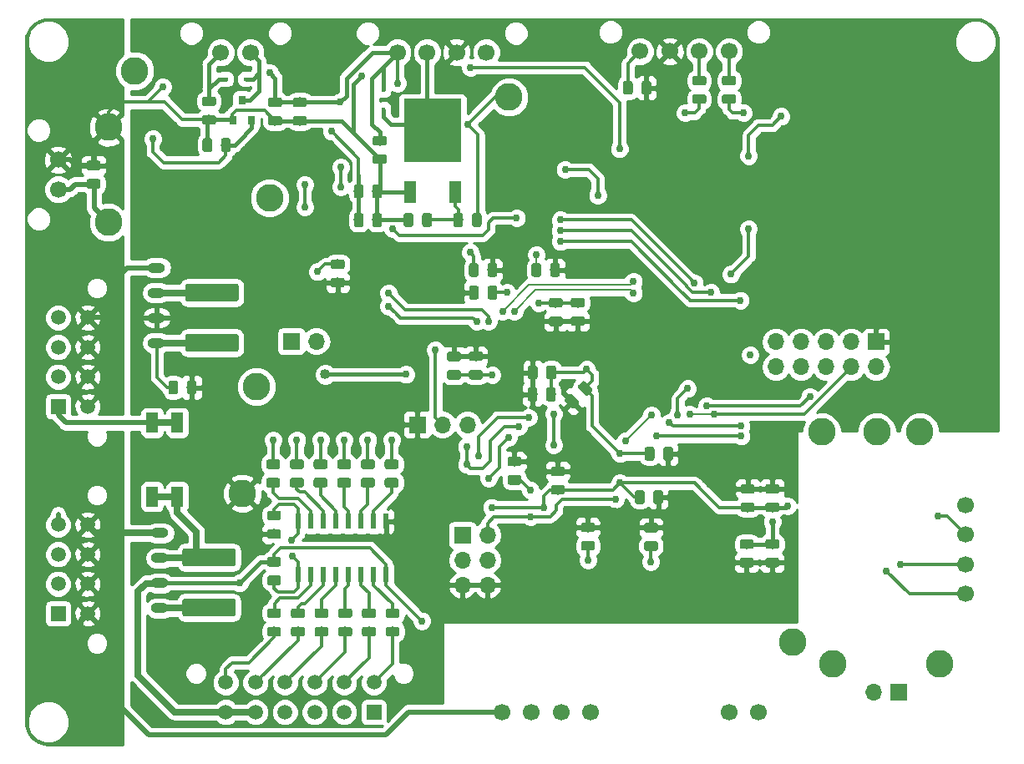
<source format=gbr>
%TF.GenerationSoftware,KiCad,Pcbnew,(5.0.0)*%
%TF.CreationDate,2019-02-09T23:00:24-06:00*%
%TF.ProjectId,BPSMaster,4250534D61737465722E6B696361645F,rev?*%
%TF.SameCoordinates,Original*%
%TF.FileFunction,Copper,L2,Bot,Signal*%
%TF.FilePolarity,Positive*%
%FSLAX46Y46*%
G04 Gerber Fmt 4.6, Leading zero omitted, Abs format (unit mm)*
G04 Created by KiCad (PCBNEW (5.0.0)) date 02/09/19 23:00:24*
%MOMM*%
%LPD*%
G01*
G04 APERTURE LIST*
%ADD10R,1.200000X2.000000*%
%ADD11R,1.700000X1.700000*%
%ADD12O,1.700000X1.700000*%
%ADD13C,0.100000*%
%ADD14C,0.975000*%
%ADD15C,2.800000*%
%ADD16C,1.800000*%
%ADD17R,0.450000X0.600000*%
%ADD18R,0.600000X0.450000*%
%ADD19C,1.700000*%
%ADD20C,1.500000*%
%ADD21R,1.500000X1.500000*%
%ADD22R,1.200000X2.200000*%
%ADD23R,5.800000X6.400000*%
%ADD24R,0.800000X0.900000*%
%ADD25O,1.800000X1.000000*%
%ADD26R,0.600000X1.500000*%
%ADD27C,0.762000*%
%ADD28C,1.016000*%
%ADD29C,0.203200*%
%ADD30C,0.304800*%
%ADD31C,0.381000*%
%ADD32C,0.635000*%
%ADD33C,0.508000*%
%ADD34C,0.254000*%
G04 APERTURE END LIST*
D10*
X113530000Y-124150000D03*
X116070000Y-124150000D03*
X116070000Y-116650000D03*
X113530000Y-116650000D03*
D11*
X186918600Y-108452920D03*
D12*
X186918600Y-110992920D03*
X184378600Y-108452920D03*
X184378600Y-110992920D03*
X181838600Y-108452920D03*
X181838600Y-110992920D03*
X179298600Y-108452920D03*
X179298600Y-110992920D03*
X176758600Y-108452920D03*
X176758600Y-110992920D03*
D11*
X127629920Y-108402120D03*
D12*
X130169920Y-108402120D03*
D13*
G36*
X169480142Y-83351174D02*
X169503803Y-83354684D01*
X169527007Y-83360496D01*
X169549529Y-83368554D01*
X169571153Y-83378782D01*
X169591670Y-83391079D01*
X169610883Y-83405329D01*
X169628607Y-83421393D01*
X169644671Y-83439117D01*
X169658921Y-83458330D01*
X169671218Y-83478847D01*
X169681446Y-83500471D01*
X169689504Y-83522993D01*
X169695316Y-83546197D01*
X169698826Y-83569858D01*
X169700000Y-83593750D01*
X169700000Y-84081250D01*
X169698826Y-84105142D01*
X169695316Y-84128803D01*
X169689504Y-84152007D01*
X169681446Y-84174529D01*
X169671218Y-84196153D01*
X169658921Y-84216670D01*
X169644671Y-84235883D01*
X169628607Y-84253607D01*
X169610883Y-84269671D01*
X169591670Y-84283921D01*
X169571153Y-84296218D01*
X169549529Y-84306446D01*
X169527007Y-84314504D01*
X169503803Y-84320316D01*
X169480142Y-84323826D01*
X169456250Y-84325000D01*
X168543750Y-84325000D01*
X168519858Y-84323826D01*
X168496197Y-84320316D01*
X168472993Y-84314504D01*
X168450471Y-84306446D01*
X168428847Y-84296218D01*
X168408330Y-84283921D01*
X168389117Y-84269671D01*
X168371393Y-84253607D01*
X168355329Y-84235883D01*
X168341079Y-84216670D01*
X168328782Y-84196153D01*
X168318554Y-84174529D01*
X168310496Y-84152007D01*
X168304684Y-84128803D01*
X168301174Y-84105142D01*
X168300000Y-84081250D01*
X168300000Y-83593750D01*
X168301174Y-83569858D01*
X168304684Y-83546197D01*
X168310496Y-83522993D01*
X168318554Y-83500471D01*
X168328782Y-83478847D01*
X168341079Y-83458330D01*
X168355329Y-83439117D01*
X168371393Y-83421393D01*
X168389117Y-83405329D01*
X168408330Y-83391079D01*
X168428847Y-83378782D01*
X168450471Y-83368554D01*
X168472993Y-83360496D01*
X168496197Y-83354684D01*
X168519858Y-83351174D01*
X168543750Y-83350000D01*
X169456250Y-83350000D01*
X169480142Y-83351174D01*
X169480142Y-83351174D01*
G37*
D14*
X169000000Y-83837500D03*
D13*
G36*
X169480142Y-81476174D02*
X169503803Y-81479684D01*
X169527007Y-81485496D01*
X169549529Y-81493554D01*
X169571153Y-81503782D01*
X169591670Y-81516079D01*
X169610883Y-81530329D01*
X169628607Y-81546393D01*
X169644671Y-81564117D01*
X169658921Y-81583330D01*
X169671218Y-81603847D01*
X169681446Y-81625471D01*
X169689504Y-81647993D01*
X169695316Y-81671197D01*
X169698826Y-81694858D01*
X169700000Y-81718750D01*
X169700000Y-82206250D01*
X169698826Y-82230142D01*
X169695316Y-82253803D01*
X169689504Y-82277007D01*
X169681446Y-82299529D01*
X169671218Y-82321153D01*
X169658921Y-82341670D01*
X169644671Y-82360883D01*
X169628607Y-82378607D01*
X169610883Y-82394671D01*
X169591670Y-82408921D01*
X169571153Y-82421218D01*
X169549529Y-82431446D01*
X169527007Y-82439504D01*
X169503803Y-82445316D01*
X169480142Y-82448826D01*
X169456250Y-82450000D01*
X168543750Y-82450000D01*
X168519858Y-82448826D01*
X168496197Y-82445316D01*
X168472993Y-82439504D01*
X168450471Y-82431446D01*
X168428847Y-82421218D01*
X168408330Y-82408921D01*
X168389117Y-82394671D01*
X168371393Y-82378607D01*
X168355329Y-82360883D01*
X168341079Y-82341670D01*
X168328782Y-82321153D01*
X168318554Y-82299529D01*
X168310496Y-82277007D01*
X168304684Y-82253803D01*
X168301174Y-82230142D01*
X168300000Y-82206250D01*
X168300000Y-81718750D01*
X168301174Y-81694858D01*
X168304684Y-81671197D01*
X168310496Y-81647993D01*
X168318554Y-81625471D01*
X168328782Y-81603847D01*
X168341079Y-81583330D01*
X168355329Y-81564117D01*
X168371393Y-81546393D01*
X168389117Y-81530329D01*
X168408330Y-81516079D01*
X168428847Y-81503782D01*
X168450471Y-81493554D01*
X168472993Y-81485496D01*
X168496197Y-81479684D01*
X168519858Y-81476174D01*
X168543750Y-81475000D01*
X169456250Y-81475000D01*
X169480142Y-81476174D01*
X169480142Y-81476174D01*
G37*
D14*
X169000000Y-81962500D03*
D13*
G36*
X172480142Y-81476174D02*
X172503803Y-81479684D01*
X172527007Y-81485496D01*
X172549529Y-81493554D01*
X172571153Y-81503782D01*
X172591670Y-81516079D01*
X172610883Y-81530329D01*
X172628607Y-81546393D01*
X172644671Y-81564117D01*
X172658921Y-81583330D01*
X172671218Y-81603847D01*
X172681446Y-81625471D01*
X172689504Y-81647993D01*
X172695316Y-81671197D01*
X172698826Y-81694858D01*
X172700000Y-81718750D01*
X172700000Y-82206250D01*
X172698826Y-82230142D01*
X172695316Y-82253803D01*
X172689504Y-82277007D01*
X172681446Y-82299529D01*
X172671218Y-82321153D01*
X172658921Y-82341670D01*
X172644671Y-82360883D01*
X172628607Y-82378607D01*
X172610883Y-82394671D01*
X172591670Y-82408921D01*
X172571153Y-82421218D01*
X172549529Y-82431446D01*
X172527007Y-82439504D01*
X172503803Y-82445316D01*
X172480142Y-82448826D01*
X172456250Y-82450000D01*
X171543750Y-82450000D01*
X171519858Y-82448826D01*
X171496197Y-82445316D01*
X171472993Y-82439504D01*
X171450471Y-82431446D01*
X171428847Y-82421218D01*
X171408330Y-82408921D01*
X171389117Y-82394671D01*
X171371393Y-82378607D01*
X171355329Y-82360883D01*
X171341079Y-82341670D01*
X171328782Y-82321153D01*
X171318554Y-82299529D01*
X171310496Y-82277007D01*
X171304684Y-82253803D01*
X171301174Y-82230142D01*
X171300000Y-82206250D01*
X171300000Y-81718750D01*
X171301174Y-81694858D01*
X171304684Y-81671197D01*
X171310496Y-81647993D01*
X171318554Y-81625471D01*
X171328782Y-81603847D01*
X171341079Y-81583330D01*
X171355329Y-81564117D01*
X171371393Y-81546393D01*
X171389117Y-81530329D01*
X171408330Y-81516079D01*
X171428847Y-81503782D01*
X171450471Y-81493554D01*
X171472993Y-81485496D01*
X171496197Y-81479684D01*
X171519858Y-81476174D01*
X171543750Y-81475000D01*
X172456250Y-81475000D01*
X172480142Y-81476174D01*
X172480142Y-81476174D01*
G37*
D14*
X172000000Y-81962500D03*
D13*
G36*
X172480142Y-83351174D02*
X172503803Y-83354684D01*
X172527007Y-83360496D01*
X172549529Y-83368554D01*
X172571153Y-83378782D01*
X172591670Y-83391079D01*
X172610883Y-83405329D01*
X172628607Y-83421393D01*
X172644671Y-83439117D01*
X172658921Y-83458330D01*
X172671218Y-83478847D01*
X172681446Y-83500471D01*
X172689504Y-83522993D01*
X172695316Y-83546197D01*
X172698826Y-83569858D01*
X172700000Y-83593750D01*
X172700000Y-84081250D01*
X172698826Y-84105142D01*
X172695316Y-84128803D01*
X172689504Y-84152007D01*
X172681446Y-84174529D01*
X172671218Y-84196153D01*
X172658921Y-84216670D01*
X172644671Y-84235883D01*
X172628607Y-84253607D01*
X172610883Y-84269671D01*
X172591670Y-84283921D01*
X172571153Y-84296218D01*
X172549529Y-84306446D01*
X172527007Y-84314504D01*
X172503803Y-84320316D01*
X172480142Y-84323826D01*
X172456250Y-84325000D01*
X171543750Y-84325000D01*
X171519858Y-84323826D01*
X171496197Y-84320316D01*
X171472993Y-84314504D01*
X171450471Y-84306446D01*
X171428847Y-84296218D01*
X171408330Y-84283921D01*
X171389117Y-84269671D01*
X171371393Y-84253607D01*
X171355329Y-84235883D01*
X171341079Y-84216670D01*
X171328782Y-84196153D01*
X171318554Y-84174529D01*
X171310496Y-84152007D01*
X171304684Y-84128803D01*
X171301174Y-84105142D01*
X171300000Y-84081250D01*
X171300000Y-83593750D01*
X171301174Y-83569858D01*
X171304684Y-83546197D01*
X171310496Y-83522993D01*
X171318554Y-83500471D01*
X171328782Y-83478847D01*
X171341079Y-83458330D01*
X171355329Y-83439117D01*
X171371393Y-83421393D01*
X171389117Y-83405329D01*
X171408330Y-83391079D01*
X171428847Y-83378782D01*
X171450471Y-83368554D01*
X171472993Y-83360496D01*
X171496197Y-83354684D01*
X171519858Y-83351174D01*
X171543750Y-83350000D01*
X172456250Y-83350000D01*
X172480142Y-83351174D01*
X172480142Y-83351174D01*
G37*
D14*
X172000000Y-83837500D03*
D15*
X149700000Y-83650000D03*
X111760000Y-80970000D03*
X109100000Y-86700000D03*
X109100000Y-96350000D03*
D13*
G36*
X144599827Y-109445611D02*
X144623488Y-109449121D01*
X144646692Y-109454933D01*
X144669214Y-109462991D01*
X144690838Y-109473219D01*
X144711355Y-109485516D01*
X144730568Y-109499766D01*
X144748292Y-109515830D01*
X144764356Y-109533554D01*
X144778606Y-109552767D01*
X144790903Y-109573284D01*
X144801131Y-109594908D01*
X144809189Y-109617430D01*
X144815001Y-109640634D01*
X144818511Y-109664295D01*
X144819685Y-109688187D01*
X144819685Y-110175687D01*
X144818511Y-110199579D01*
X144815001Y-110223240D01*
X144809189Y-110246444D01*
X144801131Y-110268966D01*
X144790903Y-110290590D01*
X144778606Y-110311107D01*
X144764356Y-110330320D01*
X144748292Y-110348044D01*
X144730568Y-110364108D01*
X144711355Y-110378358D01*
X144690838Y-110390655D01*
X144669214Y-110400883D01*
X144646692Y-110408941D01*
X144623488Y-110414753D01*
X144599827Y-110418263D01*
X144575935Y-110419437D01*
X143663435Y-110419437D01*
X143639543Y-110418263D01*
X143615882Y-110414753D01*
X143592678Y-110408941D01*
X143570156Y-110400883D01*
X143548532Y-110390655D01*
X143528015Y-110378358D01*
X143508802Y-110364108D01*
X143491078Y-110348044D01*
X143475014Y-110330320D01*
X143460764Y-110311107D01*
X143448467Y-110290590D01*
X143438239Y-110268966D01*
X143430181Y-110246444D01*
X143424369Y-110223240D01*
X143420859Y-110199579D01*
X143419685Y-110175687D01*
X143419685Y-109688187D01*
X143420859Y-109664295D01*
X143424369Y-109640634D01*
X143430181Y-109617430D01*
X143438239Y-109594908D01*
X143448467Y-109573284D01*
X143460764Y-109552767D01*
X143475014Y-109533554D01*
X143491078Y-109515830D01*
X143508802Y-109499766D01*
X143528015Y-109485516D01*
X143548532Y-109473219D01*
X143570156Y-109462991D01*
X143592678Y-109454933D01*
X143615882Y-109449121D01*
X143639543Y-109445611D01*
X143663435Y-109444437D01*
X144575935Y-109444437D01*
X144599827Y-109445611D01*
X144599827Y-109445611D01*
G37*
D14*
X144119685Y-109931937D03*
D13*
G36*
X144599827Y-111320613D02*
X144623488Y-111324123D01*
X144646692Y-111329935D01*
X144669214Y-111337993D01*
X144690838Y-111348221D01*
X144711355Y-111360518D01*
X144730568Y-111374768D01*
X144748292Y-111390832D01*
X144764356Y-111408556D01*
X144778606Y-111427769D01*
X144790903Y-111448286D01*
X144801131Y-111469910D01*
X144809189Y-111492432D01*
X144815001Y-111515636D01*
X144818511Y-111539297D01*
X144819685Y-111563189D01*
X144819685Y-112050689D01*
X144818511Y-112074581D01*
X144815001Y-112098242D01*
X144809189Y-112121446D01*
X144801131Y-112143968D01*
X144790903Y-112165592D01*
X144778606Y-112186109D01*
X144764356Y-112205322D01*
X144748292Y-112223046D01*
X144730568Y-112239110D01*
X144711355Y-112253360D01*
X144690838Y-112265657D01*
X144669214Y-112275885D01*
X144646692Y-112283943D01*
X144623488Y-112289755D01*
X144599827Y-112293265D01*
X144575935Y-112294439D01*
X143663435Y-112294439D01*
X143639543Y-112293265D01*
X143615882Y-112289755D01*
X143592678Y-112283943D01*
X143570156Y-112275885D01*
X143548532Y-112265657D01*
X143528015Y-112253360D01*
X143508802Y-112239110D01*
X143491078Y-112223046D01*
X143475014Y-112205322D01*
X143460764Y-112186109D01*
X143448467Y-112165592D01*
X143438239Y-112143968D01*
X143430181Y-112121446D01*
X143424369Y-112098242D01*
X143420859Y-112074581D01*
X143419685Y-112050689D01*
X143419685Y-111563189D01*
X143420859Y-111539297D01*
X143424369Y-111515636D01*
X143430181Y-111492432D01*
X143438239Y-111469910D01*
X143448467Y-111448286D01*
X143460764Y-111427769D01*
X143475014Y-111408556D01*
X143491078Y-111390832D01*
X143508802Y-111374768D01*
X143528015Y-111360518D01*
X143548532Y-111348221D01*
X143570156Y-111337993D01*
X143592678Y-111329935D01*
X143615882Y-111324123D01*
X143639543Y-111320613D01*
X143663435Y-111319439D01*
X144575935Y-111319439D01*
X144599827Y-111320613D01*
X144599827Y-111320613D01*
G37*
D14*
X144119685Y-111806939D03*
D13*
G36*
X157286545Y-112429536D02*
X157310206Y-112433046D01*
X157333410Y-112438858D01*
X157355932Y-112446916D01*
X157377556Y-112457144D01*
X157398073Y-112469441D01*
X157417286Y-112483691D01*
X157435010Y-112499755D01*
X158080245Y-113144990D01*
X158096309Y-113162714D01*
X158110559Y-113181927D01*
X158122856Y-113202444D01*
X158133084Y-113224068D01*
X158141142Y-113246590D01*
X158146954Y-113269794D01*
X158150464Y-113293455D01*
X158151638Y-113317347D01*
X158150464Y-113341239D01*
X158146954Y-113364900D01*
X158141142Y-113388104D01*
X158133084Y-113410626D01*
X158122856Y-113432250D01*
X158110559Y-113452767D01*
X158096309Y-113471980D01*
X158080245Y-113489704D01*
X157735530Y-113834419D01*
X157717806Y-113850483D01*
X157698593Y-113864733D01*
X157678076Y-113877030D01*
X157656452Y-113887258D01*
X157633930Y-113895316D01*
X157610726Y-113901128D01*
X157587065Y-113904638D01*
X157563173Y-113905812D01*
X157539281Y-113904638D01*
X157515620Y-113901128D01*
X157492416Y-113895316D01*
X157469894Y-113887258D01*
X157448270Y-113877030D01*
X157427753Y-113864733D01*
X157408540Y-113850483D01*
X157390816Y-113834419D01*
X156745581Y-113189184D01*
X156729517Y-113171460D01*
X156715267Y-113152247D01*
X156702970Y-113131730D01*
X156692742Y-113110106D01*
X156684684Y-113087584D01*
X156678872Y-113064380D01*
X156675362Y-113040719D01*
X156674188Y-113016827D01*
X156675362Y-112992935D01*
X156678872Y-112969274D01*
X156684684Y-112946070D01*
X156692742Y-112923548D01*
X156702970Y-112901924D01*
X156715267Y-112881407D01*
X156729517Y-112862194D01*
X156745581Y-112844470D01*
X157090296Y-112499755D01*
X157108020Y-112483691D01*
X157127233Y-112469441D01*
X157147750Y-112457144D01*
X157169374Y-112446916D01*
X157191896Y-112438858D01*
X157215100Y-112433046D01*
X157238761Y-112429536D01*
X157262653Y-112428362D01*
X157286545Y-112429536D01*
X157286545Y-112429536D01*
G37*
D14*
X157412913Y-113167087D03*
D13*
G36*
X155960719Y-113755362D02*
X155984380Y-113758872D01*
X156007584Y-113764684D01*
X156030106Y-113772742D01*
X156051730Y-113782970D01*
X156072247Y-113795267D01*
X156091460Y-113809517D01*
X156109184Y-113825581D01*
X156754419Y-114470816D01*
X156770483Y-114488540D01*
X156784733Y-114507753D01*
X156797030Y-114528270D01*
X156807258Y-114549894D01*
X156815316Y-114572416D01*
X156821128Y-114595620D01*
X156824638Y-114619281D01*
X156825812Y-114643173D01*
X156824638Y-114667065D01*
X156821128Y-114690726D01*
X156815316Y-114713930D01*
X156807258Y-114736452D01*
X156797030Y-114758076D01*
X156784733Y-114778593D01*
X156770483Y-114797806D01*
X156754419Y-114815530D01*
X156409704Y-115160245D01*
X156391980Y-115176309D01*
X156372767Y-115190559D01*
X156352250Y-115202856D01*
X156330626Y-115213084D01*
X156308104Y-115221142D01*
X156284900Y-115226954D01*
X156261239Y-115230464D01*
X156237347Y-115231638D01*
X156213455Y-115230464D01*
X156189794Y-115226954D01*
X156166590Y-115221142D01*
X156144068Y-115213084D01*
X156122444Y-115202856D01*
X156101927Y-115190559D01*
X156082714Y-115176309D01*
X156064990Y-115160245D01*
X155419755Y-114515010D01*
X155403691Y-114497286D01*
X155389441Y-114478073D01*
X155377144Y-114457556D01*
X155366916Y-114435932D01*
X155358858Y-114413410D01*
X155353046Y-114390206D01*
X155349536Y-114366545D01*
X155348362Y-114342653D01*
X155349536Y-114318761D01*
X155353046Y-114295100D01*
X155358858Y-114271896D01*
X155366916Y-114249374D01*
X155377144Y-114227750D01*
X155389441Y-114207233D01*
X155403691Y-114188020D01*
X155419755Y-114170296D01*
X155764470Y-113825581D01*
X155782194Y-113809517D01*
X155801407Y-113795267D01*
X155821924Y-113782970D01*
X155843548Y-113772742D01*
X155866070Y-113764684D01*
X155889274Y-113758872D01*
X155912935Y-113755362D01*
X155936827Y-113754188D01*
X155960719Y-113755362D01*
X155960719Y-113755362D01*
G37*
D14*
X156087087Y-114492913D03*
D13*
G36*
X154623282Y-100466156D02*
X154646943Y-100469666D01*
X154670147Y-100475478D01*
X154692669Y-100483536D01*
X154714293Y-100493764D01*
X154734810Y-100506061D01*
X154754023Y-100520311D01*
X154771747Y-100536375D01*
X154787811Y-100554099D01*
X154802061Y-100573312D01*
X154814358Y-100593829D01*
X154824586Y-100615453D01*
X154832644Y-100637975D01*
X154838456Y-100661179D01*
X154841966Y-100684840D01*
X154843140Y-100708732D01*
X154843140Y-101621232D01*
X154841966Y-101645124D01*
X154838456Y-101668785D01*
X154832644Y-101691989D01*
X154824586Y-101714511D01*
X154814358Y-101736135D01*
X154802061Y-101756652D01*
X154787811Y-101775865D01*
X154771747Y-101793589D01*
X154754023Y-101809653D01*
X154734810Y-101823903D01*
X154714293Y-101836200D01*
X154692669Y-101846428D01*
X154670147Y-101854486D01*
X154646943Y-101860298D01*
X154623282Y-101863808D01*
X154599390Y-101864982D01*
X154111890Y-101864982D01*
X154087998Y-101863808D01*
X154064337Y-101860298D01*
X154041133Y-101854486D01*
X154018611Y-101846428D01*
X153996987Y-101836200D01*
X153976470Y-101823903D01*
X153957257Y-101809653D01*
X153939533Y-101793589D01*
X153923469Y-101775865D01*
X153909219Y-101756652D01*
X153896922Y-101736135D01*
X153886694Y-101714511D01*
X153878636Y-101691989D01*
X153872824Y-101668785D01*
X153869314Y-101645124D01*
X153868140Y-101621232D01*
X153868140Y-100708732D01*
X153869314Y-100684840D01*
X153872824Y-100661179D01*
X153878636Y-100637975D01*
X153886694Y-100615453D01*
X153896922Y-100593829D01*
X153909219Y-100573312D01*
X153923469Y-100554099D01*
X153939533Y-100536375D01*
X153957257Y-100520311D01*
X153976470Y-100506061D01*
X153996987Y-100493764D01*
X154018611Y-100483536D01*
X154041133Y-100475478D01*
X154064337Y-100469666D01*
X154087998Y-100466156D01*
X154111890Y-100464982D01*
X154599390Y-100464982D01*
X154623282Y-100466156D01*
X154623282Y-100466156D01*
G37*
D14*
X154355640Y-101164982D03*
D13*
G36*
X152748280Y-100466156D02*
X152771941Y-100469666D01*
X152795145Y-100475478D01*
X152817667Y-100483536D01*
X152839291Y-100493764D01*
X152859808Y-100506061D01*
X152879021Y-100520311D01*
X152896745Y-100536375D01*
X152912809Y-100554099D01*
X152927059Y-100573312D01*
X152939356Y-100593829D01*
X152949584Y-100615453D01*
X152957642Y-100637975D01*
X152963454Y-100661179D01*
X152966964Y-100684840D01*
X152968138Y-100708732D01*
X152968138Y-101621232D01*
X152966964Y-101645124D01*
X152963454Y-101668785D01*
X152957642Y-101691989D01*
X152949584Y-101714511D01*
X152939356Y-101736135D01*
X152927059Y-101756652D01*
X152912809Y-101775865D01*
X152896745Y-101793589D01*
X152879021Y-101809653D01*
X152859808Y-101823903D01*
X152839291Y-101836200D01*
X152817667Y-101846428D01*
X152795145Y-101854486D01*
X152771941Y-101860298D01*
X152748280Y-101863808D01*
X152724388Y-101864982D01*
X152236888Y-101864982D01*
X152212996Y-101863808D01*
X152189335Y-101860298D01*
X152166131Y-101854486D01*
X152143609Y-101846428D01*
X152121985Y-101836200D01*
X152101468Y-101823903D01*
X152082255Y-101809653D01*
X152064531Y-101793589D01*
X152048467Y-101775865D01*
X152034217Y-101756652D01*
X152021920Y-101736135D01*
X152011692Y-101714511D01*
X152003634Y-101691989D01*
X151997822Y-101668785D01*
X151994312Y-101645124D01*
X151993138Y-101621232D01*
X151993138Y-100708732D01*
X151994312Y-100684840D01*
X151997822Y-100661179D01*
X152003634Y-100637975D01*
X152011692Y-100615453D01*
X152021920Y-100593829D01*
X152034217Y-100573312D01*
X152048467Y-100554099D01*
X152064531Y-100536375D01*
X152082255Y-100520311D01*
X152101468Y-100506061D01*
X152121985Y-100493764D01*
X152143609Y-100483536D01*
X152166131Y-100475478D01*
X152189335Y-100469666D01*
X152212996Y-100466156D01*
X152236888Y-100464982D01*
X152724388Y-100464982D01*
X152748280Y-100466156D01*
X152748280Y-100466156D01*
G37*
D14*
X152480638Y-101164982D03*
D13*
G36*
X146402581Y-100466156D02*
X146426242Y-100469666D01*
X146449446Y-100475478D01*
X146471968Y-100483536D01*
X146493592Y-100493764D01*
X146514109Y-100506061D01*
X146533322Y-100520311D01*
X146551046Y-100536375D01*
X146567110Y-100554099D01*
X146581360Y-100573312D01*
X146593657Y-100593829D01*
X146603885Y-100615453D01*
X146611943Y-100637975D01*
X146617755Y-100661179D01*
X146621265Y-100684840D01*
X146622439Y-100708732D01*
X146622439Y-101621232D01*
X146621265Y-101645124D01*
X146617755Y-101668785D01*
X146611943Y-101691989D01*
X146603885Y-101714511D01*
X146593657Y-101736135D01*
X146581360Y-101756652D01*
X146567110Y-101775865D01*
X146551046Y-101793589D01*
X146533322Y-101809653D01*
X146514109Y-101823903D01*
X146493592Y-101836200D01*
X146471968Y-101846428D01*
X146449446Y-101854486D01*
X146426242Y-101860298D01*
X146402581Y-101863808D01*
X146378689Y-101864982D01*
X145891189Y-101864982D01*
X145867297Y-101863808D01*
X145843636Y-101860298D01*
X145820432Y-101854486D01*
X145797910Y-101846428D01*
X145776286Y-101836200D01*
X145755769Y-101823903D01*
X145736556Y-101809653D01*
X145718832Y-101793589D01*
X145702768Y-101775865D01*
X145688518Y-101756652D01*
X145676221Y-101736135D01*
X145665993Y-101714511D01*
X145657935Y-101691989D01*
X145652123Y-101668785D01*
X145648613Y-101645124D01*
X145647439Y-101621232D01*
X145647439Y-100708732D01*
X145648613Y-100684840D01*
X145652123Y-100661179D01*
X145657935Y-100637975D01*
X145665993Y-100615453D01*
X145676221Y-100593829D01*
X145688518Y-100573312D01*
X145702768Y-100554099D01*
X145718832Y-100536375D01*
X145736556Y-100520311D01*
X145755769Y-100506061D01*
X145776286Y-100493764D01*
X145797910Y-100483536D01*
X145820432Y-100475478D01*
X145843636Y-100469666D01*
X145867297Y-100466156D01*
X145891189Y-100464982D01*
X146378689Y-100464982D01*
X146402581Y-100466156D01*
X146402581Y-100466156D01*
G37*
D14*
X146134939Y-101164982D03*
D13*
G36*
X148277583Y-100466156D02*
X148301244Y-100469666D01*
X148324448Y-100475478D01*
X148346970Y-100483536D01*
X148368594Y-100493764D01*
X148389111Y-100506061D01*
X148408324Y-100520311D01*
X148426048Y-100536375D01*
X148442112Y-100554099D01*
X148456362Y-100573312D01*
X148468659Y-100593829D01*
X148478887Y-100615453D01*
X148486945Y-100637975D01*
X148492757Y-100661179D01*
X148496267Y-100684840D01*
X148497441Y-100708732D01*
X148497441Y-101621232D01*
X148496267Y-101645124D01*
X148492757Y-101668785D01*
X148486945Y-101691989D01*
X148478887Y-101714511D01*
X148468659Y-101736135D01*
X148456362Y-101756652D01*
X148442112Y-101775865D01*
X148426048Y-101793589D01*
X148408324Y-101809653D01*
X148389111Y-101823903D01*
X148368594Y-101836200D01*
X148346970Y-101846428D01*
X148324448Y-101854486D01*
X148301244Y-101860298D01*
X148277583Y-101863808D01*
X148253691Y-101864982D01*
X147766191Y-101864982D01*
X147742299Y-101863808D01*
X147718638Y-101860298D01*
X147695434Y-101854486D01*
X147672912Y-101846428D01*
X147651288Y-101836200D01*
X147630771Y-101823903D01*
X147611558Y-101809653D01*
X147593834Y-101793589D01*
X147577770Y-101775865D01*
X147563520Y-101756652D01*
X147551223Y-101736135D01*
X147540995Y-101714511D01*
X147532937Y-101691989D01*
X147527125Y-101668785D01*
X147523615Y-101645124D01*
X147522441Y-101621232D01*
X147522441Y-100708732D01*
X147523615Y-100684840D01*
X147527125Y-100661179D01*
X147532937Y-100637975D01*
X147540995Y-100615453D01*
X147551223Y-100593829D01*
X147563520Y-100573312D01*
X147577770Y-100554099D01*
X147593834Y-100536375D01*
X147611558Y-100520311D01*
X147630771Y-100506061D01*
X147651288Y-100493764D01*
X147672912Y-100483536D01*
X147695434Y-100475478D01*
X147718638Y-100469666D01*
X147742299Y-100466156D01*
X147766191Y-100464982D01*
X148253691Y-100464982D01*
X148277583Y-100466156D01*
X148277583Y-100466156D01*
G37*
D14*
X148009941Y-101164982D03*
D13*
G36*
X152376465Y-110860626D02*
X152400126Y-110864136D01*
X152423330Y-110869948D01*
X152445852Y-110878006D01*
X152467476Y-110888234D01*
X152487993Y-110900531D01*
X152507206Y-110914781D01*
X152524930Y-110930845D01*
X152540994Y-110948569D01*
X152555244Y-110967782D01*
X152567541Y-110988299D01*
X152577769Y-111009923D01*
X152585827Y-111032445D01*
X152591639Y-111055649D01*
X152595149Y-111079310D01*
X152596323Y-111103202D01*
X152596323Y-112015702D01*
X152595149Y-112039594D01*
X152591639Y-112063255D01*
X152585827Y-112086459D01*
X152577769Y-112108981D01*
X152567541Y-112130605D01*
X152555244Y-112151122D01*
X152540994Y-112170335D01*
X152524930Y-112188059D01*
X152507206Y-112204123D01*
X152487993Y-112218373D01*
X152467476Y-112230670D01*
X152445852Y-112240898D01*
X152423330Y-112248956D01*
X152400126Y-112254768D01*
X152376465Y-112258278D01*
X152352573Y-112259452D01*
X151865073Y-112259452D01*
X151841181Y-112258278D01*
X151817520Y-112254768D01*
X151794316Y-112248956D01*
X151771794Y-112240898D01*
X151750170Y-112230670D01*
X151729653Y-112218373D01*
X151710440Y-112204123D01*
X151692716Y-112188059D01*
X151676652Y-112170335D01*
X151662402Y-112151122D01*
X151650105Y-112130605D01*
X151639877Y-112108981D01*
X151631819Y-112086459D01*
X151626007Y-112063255D01*
X151622497Y-112039594D01*
X151621323Y-112015702D01*
X151621323Y-111103202D01*
X151622497Y-111079310D01*
X151626007Y-111055649D01*
X151631819Y-111032445D01*
X151639877Y-111009923D01*
X151650105Y-110988299D01*
X151662402Y-110967782D01*
X151676652Y-110948569D01*
X151692716Y-110930845D01*
X151710440Y-110914781D01*
X151729653Y-110900531D01*
X151750170Y-110888234D01*
X151771794Y-110878006D01*
X151794316Y-110869948D01*
X151817520Y-110864136D01*
X151841181Y-110860626D01*
X151865073Y-110859452D01*
X152352573Y-110859452D01*
X152376465Y-110860626D01*
X152376465Y-110860626D01*
G37*
D14*
X152108823Y-111559452D03*
D13*
G36*
X154251467Y-110860626D02*
X154275128Y-110864136D01*
X154298332Y-110869948D01*
X154320854Y-110878006D01*
X154342478Y-110888234D01*
X154362995Y-110900531D01*
X154382208Y-110914781D01*
X154399932Y-110930845D01*
X154415996Y-110948569D01*
X154430246Y-110967782D01*
X154442543Y-110988299D01*
X154452771Y-111009923D01*
X154460829Y-111032445D01*
X154466641Y-111055649D01*
X154470151Y-111079310D01*
X154471325Y-111103202D01*
X154471325Y-112015702D01*
X154470151Y-112039594D01*
X154466641Y-112063255D01*
X154460829Y-112086459D01*
X154452771Y-112108981D01*
X154442543Y-112130605D01*
X154430246Y-112151122D01*
X154415996Y-112170335D01*
X154399932Y-112188059D01*
X154382208Y-112204123D01*
X154362995Y-112218373D01*
X154342478Y-112230670D01*
X154320854Y-112240898D01*
X154298332Y-112248956D01*
X154275128Y-112254768D01*
X154251467Y-112258278D01*
X154227575Y-112259452D01*
X153740075Y-112259452D01*
X153716183Y-112258278D01*
X153692522Y-112254768D01*
X153669318Y-112248956D01*
X153646796Y-112240898D01*
X153625172Y-112230670D01*
X153604655Y-112218373D01*
X153585442Y-112204123D01*
X153567718Y-112188059D01*
X153551654Y-112170335D01*
X153537404Y-112151122D01*
X153525107Y-112130605D01*
X153514879Y-112108981D01*
X153506821Y-112086459D01*
X153501009Y-112063255D01*
X153497499Y-112039594D01*
X153496325Y-112015702D01*
X153496325Y-111103202D01*
X153497499Y-111079310D01*
X153501009Y-111055649D01*
X153506821Y-111032445D01*
X153514879Y-111009923D01*
X153525107Y-110988299D01*
X153537404Y-110967782D01*
X153551654Y-110948569D01*
X153567718Y-110930845D01*
X153585442Y-110914781D01*
X153604655Y-110900531D01*
X153625172Y-110888234D01*
X153646796Y-110878006D01*
X153669318Y-110869948D01*
X153692522Y-110864136D01*
X153716183Y-110860626D01*
X153740075Y-110859452D01*
X154227575Y-110859452D01*
X154251467Y-110860626D01*
X154251467Y-110860626D01*
G37*
D14*
X153983825Y-111559452D03*
D13*
G36*
X146827214Y-111303520D02*
X146850875Y-111307030D01*
X146874079Y-111312842D01*
X146896601Y-111320900D01*
X146918225Y-111331128D01*
X146938742Y-111343425D01*
X146957955Y-111357675D01*
X146975679Y-111373739D01*
X146991743Y-111391463D01*
X147005993Y-111410676D01*
X147018290Y-111431193D01*
X147028518Y-111452817D01*
X147036576Y-111475339D01*
X147042388Y-111498543D01*
X147045898Y-111522204D01*
X147047072Y-111546096D01*
X147047072Y-112033596D01*
X147045898Y-112057488D01*
X147042388Y-112081149D01*
X147036576Y-112104353D01*
X147028518Y-112126875D01*
X147018290Y-112148499D01*
X147005993Y-112169016D01*
X146991743Y-112188229D01*
X146975679Y-112205953D01*
X146957955Y-112222017D01*
X146938742Y-112236267D01*
X146918225Y-112248564D01*
X146896601Y-112258792D01*
X146874079Y-112266850D01*
X146850875Y-112272662D01*
X146827214Y-112276172D01*
X146803322Y-112277346D01*
X145890822Y-112277346D01*
X145866930Y-112276172D01*
X145843269Y-112272662D01*
X145820065Y-112266850D01*
X145797543Y-112258792D01*
X145775919Y-112248564D01*
X145755402Y-112236267D01*
X145736189Y-112222017D01*
X145718465Y-112205953D01*
X145702401Y-112188229D01*
X145688151Y-112169016D01*
X145675854Y-112148499D01*
X145665626Y-112126875D01*
X145657568Y-112104353D01*
X145651756Y-112081149D01*
X145648246Y-112057488D01*
X145647072Y-112033596D01*
X145647072Y-111546096D01*
X145648246Y-111522204D01*
X145651756Y-111498543D01*
X145657568Y-111475339D01*
X145665626Y-111452817D01*
X145675854Y-111431193D01*
X145688151Y-111410676D01*
X145702401Y-111391463D01*
X145718465Y-111373739D01*
X145736189Y-111357675D01*
X145755402Y-111343425D01*
X145775919Y-111331128D01*
X145797543Y-111320900D01*
X145820065Y-111312842D01*
X145843269Y-111307030D01*
X145866930Y-111303520D01*
X145890822Y-111302346D01*
X146803322Y-111302346D01*
X146827214Y-111303520D01*
X146827214Y-111303520D01*
G37*
D14*
X146347072Y-111789846D03*
D13*
G36*
X146827214Y-109428518D02*
X146850875Y-109432028D01*
X146874079Y-109437840D01*
X146896601Y-109445898D01*
X146918225Y-109456126D01*
X146938742Y-109468423D01*
X146957955Y-109482673D01*
X146975679Y-109498737D01*
X146991743Y-109516461D01*
X147005993Y-109535674D01*
X147018290Y-109556191D01*
X147028518Y-109577815D01*
X147036576Y-109600337D01*
X147042388Y-109623541D01*
X147045898Y-109647202D01*
X147047072Y-109671094D01*
X147047072Y-110158594D01*
X147045898Y-110182486D01*
X147042388Y-110206147D01*
X147036576Y-110229351D01*
X147028518Y-110251873D01*
X147018290Y-110273497D01*
X147005993Y-110294014D01*
X146991743Y-110313227D01*
X146975679Y-110330951D01*
X146957955Y-110347015D01*
X146938742Y-110361265D01*
X146918225Y-110373562D01*
X146896601Y-110383790D01*
X146874079Y-110391848D01*
X146850875Y-110397660D01*
X146827214Y-110401170D01*
X146803322Y-110402344D01*
X145890822Y-110402344D01*
X145866930Y-110401170D01*
X145843269Y-110397660D01*
X145820065Y-110391848D01*
X145797543Y-110383790D01*
X145775919Y-110373562D01*
X145755402Y-110361265D01*
X145736189Y-110347015D01*
X145718465Y-110330951D01*
X145702401Y-110313227D01*
X145688151Y-110294014D01*
X145675854Y-110273497D01*
X145665626Y-110251873D01*
X145657568Y-110229351D01*
X145651756Y-110206147D01*
X145648246Y-110182486D01*
X145647072Y-110158594D01*
X145647072Y-109671094D01*
X145648246Y-109647202D01*
X145651756Y-109623541D01*
X145657568Y-109600337D01*
X145665626Y-109577815D01*
X145675854Y-109556191D01*
X145688151Y-109535674D01*
X145702401Y-109516461D01*
X145718465Y-109498737D01*
X145736189Y-109482673D01*
X145755402Y-109468423D01*
X145775919Y-109456126D01*
X145797543Y-109445898D01*
X145820065Y-109437840D01*
X145843269Y-109432028D01*
X145866930Y-109428518D01*
X145890822Y-109427344D01*
X146803322Y-109427344D01*
X146827214Y-109428518D01*
X146827214Y-109428518D01*
G37*
D14*
X146347072Y-109914844D03*
D13*
G36*
X152359372Y-113088012D02*
X152383033Y-113091522D01*
X152406237Y-113097334D01*
X152428759Y-113105392D01*
X152450383Y-113115620D01*
X152470900Y-113127917D01*
X152490113Y-113142167D01*
X152507837Y-113158231D01*
X152523901Y-113175955D01*
X152538151Y-113195168D01*
X152550448Y-113215685D01*
X152560676Y-113237309D01*
X152568734Y-113259831D01*
X152574546Y-113283035D01*
X152578056Y-113306696D01*
X152579230Y-113330588D01*
X152579230Y-114243088D01*
X152578056Y-114266980D01*
X152574546Y-114290641D01*
X152568734Y-114313845D01*
X152560676Y-114336367D01*
X152550448Y-114357991D01*
X152538151Y-114378508D01*
X152523901Y-114397721D01*
X152507837Y-114415445D01*
X152490113Y-114431509D01*
X152470900Y-114445759D01*
X152450383Y-114458056D01*
X152428759Y-114468284D01*
X152406237Y-114476342D01*
X152383033Y-114482154D01*
X152359372Y-114485664D01*
X152335480Y-114486838D01*
X151847980Y-114486838D01*
X151824088Y-114485664D01*
X151800427Y-114482154D01*
X151777223Y-114476342D01*
X151754701Y-114468284D01*
X151733077Y-114458056D01*
X151712560Y-114445759D01*
X151693347Y-114431509D01*
X151675623Y-114415445D01*
X151659559Y-114397721D01*
X151645309Y-114378508D01*
X151633012Y-114357991D01*
X151622784Y-114336367D01*
X151614726Y-114313845D01*
X151608914Y-114290641D01*
X151605404Y-114266980D01*
X151604230Y-114243088D01*
X151604230Y-113330588D01*
X151605404Y-113306696D01*
X151608914Y-113283035D01*
X151614726Y-113259831D01*
X151622784Y-113237309D01*
X151633012Y-113215685D01*
X151645309Y-113195168D01*
X151659559Y-113175955D01*
X151675623Y-113158231D01*
X151693347Y-113142167D01*
X151712560Y-113127917D01*
X151733077Y-113115620D01*
X151754701Y-113105392D01*
X151777223Y-113097334D01*
X151800427Y-113091522D01*
X151824088Y-113088012D01*
X151847980Y-113086838D01*
X152335480Y-113086838D01*
X152359372Y-113088012D01*
X152359372Y-113088012D01*
G37*
D14*
X152091730Y-113786838D03*
D13*
G36*
X154234374Y-113088012D02*
X154258035Y-113091522D01*
X154281239Y-113097334D01*
X154303761Y-113105392D01*
X154325385Y-113115620D01*
X154345902Y-113127917D01*
X154365115Y-113142167D01*
X154382839Y-113158231D01*
X154398903Y-113175955D01*
X154413153Y-113195168D01*
X154425450Y-113215685D01*
X154435678Y-113237309D01*
X154443736Y-113259831D01*
X154449548Y-113283035D01*
X154453058Y-113306696D01*
X154454232Y-113330588D01*
X154454232Y-114243088D01*
X154453058Y-114266980D01*
X154449548Y-114290641D01*
X154443736Y-114313845D01*
X154435678Y-114336367D01*
X154425450Y-114357991D01*
X154413153Y-114378508D01*
X154398903Y-114397721D01*
X154382839Y-114415445D01*
X154365115Y-114431509D01*
X154345902Y-114445759D01*
X154325385Y-114458056D01*
X154303761Y-114468284D01*
X154281239Y-114476342D01*
X154258035Y-114482154D01*
X154234374Y-114485664D01*
X154210482Y-114486838D01*
X153722982Y-114486838D01*
X153699090Y-114485664D01*
X153675429Y-114482154D01*
X153652225Y-114476342D01*
X153629703Y-114468284D01*
X153608079Y-114458056D01*
X153587562Y-114445759D01*
X153568349Y-114431509D01*
X153550625Y-114415445D01*
X153534561Y-114397721D01*
X153520311Y-114378508D01*
X153508014Y-114357991D01*
X153497786Y-114336367D01*
X153489728Y-114313845D01*
X153483916Y-114290641D01*
X153480406Y-114266980D01*
X153479232Y-114243088D01*
X153479232Y-113330588D01*
X153480406Y-113306696D01*
X153483916Y-113283035D01*
X153489728Y-113259831D01*
X153497786Y-113237309D01*
X153508014Y-113215685D01*
X153520311Y-113195168D01*
X153534561Y-113175955D01*
X153550625Y-113158231D01*
X153568349Y-113142167D01*
X153587562Y-113127917D01*
X153608079Y-113115620D01*
X153629703Y-113105392D01*
X153652225Y-113097334D01*
X153675429Y-113091522D01*
X153699090Y-113088012D01*
X153722982Y-113086838D01*
X154210482Y-113086838D01*
X154234374Y-113088012D01*
X154234374Y-113088012D01*
G37*
D14*
X153966732Y-113786838D03*
D13*
G36*
X148294677Y-102764253D02*
X148318338Y-102767763D01*
X148341542Y-102773575D01*
X148364064Y-102781633D01*
X148385688Y-102791861D01*
X148406205Y-102804158D01*
X148425418Y-102818408D01*
X148443142Y-102834472D01*
X148459206Y-102852196D01*
X148473456Y-102871409D01*
X148485753Y-102891926D01*
X148495981Y-102913550D01*
X148504039Y-102936072D01*
X148509851Y-102959276D01*
X148513361Y-102982937D01*
X148514535Y-103006829D01*
X148514535Y-103919329D01*
X148513361Y-103943221D01*
X148509851Y-103966882D01*
X148504039Y-103990086D01*
X148495981Y-104012608D01*
X148485753Y-104034232D01*
X148473456Y-104054749D01*
X148459206Y-104073962D01*
X148443142Y-104091686D01*
X148425418Y-104107750D01*
X148406205Y-104122000D01*
X148385688Y-104134297D01*
X148364064Y-104144525D01*
X148341542Y-104152583D01*
X148318338Y-104158395D01*
X148294677Y-104161905D01*
X148270785Y-104163079D01*
X147783285Y-104163079D01*
X147759393Y-104161905D01*
X147735732Y-104158395D01*
X147712528Y-104152583D01*
X147690006Y-104144525D01*
X147668382Y-104134297D01*
X147647865Y-104122000D01*
X147628652Y-104107750D01*
X147610928Y-104091686D01*
X147594864Y-104073962D01*
X147580614Y-104054749D01*
X147568317Y-104034232D01*
X147558089Y-104012608D01*
X147550031Y-103990086D01*
X147544219Y-103966882D01*
X147540709Y-103943221D01*
X147539535Y-103919329D01*
X147539535Y-103006829D01*
X147540709Y-102982937D01*
X147544219Y-102959276D01*
X147550031Y-102936072D01*
X147558089Y-102913550D01*
X147568317Y-102891926D01*
X147580614Y-102871409D01*
X147594864Y-102852196D01*
X147610928Y-102834472D01*
X147628652Y-102818408D01*
X147647865Y-102804158D01*
X147668382Y-102791861D01*
X147690006Y-102781633D01*
X147712528Y-102773575D01*
X147735732Y-102767763D01*
X147759393Y-102764253D01*
X147783285Y-102763079D01*
X148270785Y-102763079D01*
X148294677Y-102764253D01*
X148294677Y-102764253D01*
G37*
D14*
X148027035Y-103463079D03*
D13*
G36*
X146419675Y-102764253D02*
X146443336Y-102767763D01*
X146466540Y-102773575D01*
X146489062Y-102781633D01*
X146510686Y-102791861D01*
X146531203Y-102804158D01*
X146550416Y-102818408D01*
X146568140Y-102834472D01*
X146584204Y-102852196D01*
X146598454Y-102871409D01*
X146610751Y-102891926D01*
X146620979Y-102913550D01*
X146629037Y-102936072D01*
X146634849Y-102959276D01*
X146638359Y-102982937D01*
X146639533Y-103006829D01*
X146639533Y-103919329D01*
X146638359Y-103943221D01*
X146634849Y-103966882D01*
X146629037Y-103990086D01*
X146620979Y-104012608D01*
X146610751Y-104034232D01*
X146598454Y-104054749D01*
X146584204Y-104073962D01*
X146568140Y-104091686D01*
X146550416Y-104107750D01*
X146531203Y-104122000D01*
X146510686Y-104134297D01*
X146489062Y-104144525D01*
X146466540Y-104152583D01*
X146443336Y-104158395D01*
X146419675Y-104161905D01*
X146395783Y-104163079D01*
X145908283Y-104163079D01*
X145884391Y-104161905D01*
X145860730Y-104158395D01*
X145837526Y-104152583D01*
X145815004Y-104144525D01*
X145793380Y-104134297D01*
X145772863Y-104122000D01*
X145753650Y-104107750D01*
X145735926Y-104091686D01*
X145719862Y-104073962D01*
X145705612Y-104054749D01*
X145693315Y-104034232D01*
X145683087Y-104012608D01*
X145675029Y-103990086D01*
X145669217Y-103966882D01*
X145665707Y-103943221D01*
X145664533Y-103919329D01*
X145664533Y-103006829D01*
X145665707Y-102982937D01*
X145669217Y-102959276D01*
X145675029Y-102936072D01*
X145683087Y-102913550D01*
X145693315Y-102891926D01*
X145705612Y-102871409D01*
X145719862Y-102852196D01*
X145735926Y-102834472D01*
X145753650Y-102818408D01*
X145772863Y-102804158D01*
X145793380Y-102791861D01*
X145815004Y-102781633D01*
X145837526Y-102773575D01*
X145860730Y-102767763D01*
X145884391Y-102764253D01*
X145908283Y-102763079D01*
X146395783Y-102763079D01*
X146419675Y-102764253D01*
X146419675Y-102764253D01*
G37*
D14*
X146152033Y-103463079D03*
D13*
G36*
X154923586Y-104019151D02*
X154947247Y-104022661D01*
X154970451Y-104028473D01*
X154992973Y-104036531D01*
X155014597Y-104046759D01*
X155035114Y-104059056D01*
X155054327Y-104073306D01*
X155072051Y-104089370D01*
X155088115Y-104107094D01*
X155102365Y-104126307D01*
X155114662Y-104146824D01*
X155124890Y-104168448D01*
X155132948Y-104190970D01*
X155138760Y-104214174D01*
X155142270Y-104237835D01*
X155143444Y-104261727D01*
X155143444Y-104749227D01*
X155142270Y-104773119D01*
X155138760Y-104796780D01*
X155132948Y-104819984D01*
X155124890Y-104842506D01*
X155114662Y-104864130D01*
X155102365Y-104884647D01*
X155088115Y-104903860D01*
X155072051Y-104921584D01*
X155054327Y-104937648D01*
X155035114Y-104951898D01*
X155014597Y-104964195D01*
X154992973Y-104974423D01*
X154970451Y-104982481D01*
X154947247Y-104988293D01*
X154923586Y-104991803D01*
X154899694Y-104992977D01*
X153987194Y-104992977D01*
X153963302Y-104991803D01*
X153939641Y-104988293D01*
X153916437Y-104982481D01*
X153893915Y-104974423D01*
X153872291Y-104964195D01*
X153851774Y-104951898D01*
X153832561Y-104937648D01*
X153814837Y-104921584D01*
X153798773Y-104903860D01*
X153784523Y-104884647D01*
X153772226Y-104864130D01*
X153761998Y-104842506D01*
X153753940Y-104819984D01*
X153748128Y-104796780D01*
X153744618Y-104773119D01*
X153743444Y-104749227D01*
X153743444Y-104261727D01*
X153744618Y-104237835D01*
X153748128Y-104214174D01*
X153753940Y-104190970D01*
X153761998Y-104168448D01*
X153772226Y-104146824D01*
X153784523Y-104126307D01*
X153798773Y-104107094D01*
X153814837Y-104089370D01*
X153832561Y-104073306D01*
X153851774Y-104059056D01*
X153872291Y-104046759D01*
X153893915Y-104036531D01*
X153916437Y-104028473D01*
X153939641Y-104022661D01*
X153963302Y-104019151D01*
X153987194Y-104017977D01*
X154899694Y-104017977D01*
X154923586Y-104019151D01*
X154923586Y-104019151D01*
G37*
D14*
X154443444Y-104505477D03*
D13*
G36*
X154923586Y-105894153D02*
X154947247Y-105897663D01*
X154970451Y-105903475D01*
X154992973Y-105911533D01*
X155014597Y-105921761D01*
X155035114Y-105934058D01*
X155054327Y-105948308D01*
X155072051Y-105964372D01*
X155088115Y-105982096D01*
X155102365Y-106001309D01*
X155114662Y-106021826D01*
X155124890Y-106043450D01*
X155132948Y-106065972D01*
X155138760Y-106089176D01*
X155142270Y-106112837D01*
X155143444Y-106136729D01*
X155143444Y-106624229D01*
X155142270Y-106648121D01*
X155138760Y-106671782D01*
X155132948Y-106694986D01*
X155124890Y-106717508D01*
X155114662Y-106739132D01*
X155102365Y-106759649D01*
X155088115Y-106778862D01*
X155072051Y-106796586D01*
X155054327Y-106812650D01*
X155035114Y-106826900D01*
X155014597Y-106839197D01*
X154992973Y-106849425D01*
X154970451Y-106857483D01*
X154947247Y-106863295D01*
X154923586Y-106866805D01*
X154899694Y-106867979D01*
X153987194Y-106867979D01*
X153963302Y-106866805D01*
X153939641Y-106863295D01*
X153916437Y-106857483D01*
X153893915Y-106849425D01*
X153872291Y-106839197D01*
X153851774Y-106826900D01*
X153832561Y-106812650D01*
X153814837Y-106796586D01*
X153798773Y-106778862D01*
X153784523Y-106759649D01*
X153772226Y-106739132D01*
X153761998Y-106717508D01*
X153753940Y-106694986D01*
X153748128Y-106671782D01*
X153744618Y-106648121D01*
X153743444Y-106624229D01*
X153743444Y-106136729D01*
X153744618Y-106112837D01*
X153748128Y-106089176D01*
X153753940Y-106065972D01*
X153761998Y-106043450D01*
X153772226Y-106021826D01*
X153784523Y-106001309D01*
X153798773Y-105982096D01*
X153814837Y-105964372D01*
X153832561Y-105948308D01*
X153851774Y-105934058D01*
X153872291Y-105921761D01*
X153893915Y-105911533D01*
X153916437Y-105903475D01*
X153939641Y-105897663D01*
X153963302Y-105894153D01*
X153987194Y-105892979D01*
X154899694Y-105892979D01*
X154923586Y-105894153D01*
X154923586Y-105894153D01*
G37*
D14*
X154443444Y-106380479D03*
D13*
G36*
X157150973Y-105877059D02*
X157174634Y-105880569D01*
X157197838Y-105886381D01*
X157220360Y-105894439D01*
X157241984Y-105904667D01*
X157262501Y-105916964D01*
X157281714Y-105931214D01*
X157299438Y-105947278D01*
X157315502Y-105965002D01*
X157329752Y-105984215D01*
X157342049Y-106004732D01*
X157352277Y-106026356D01*
X157360335Y-106048878D01*
X157366147Y-106072082D01*
X157369657Y-106095743D01*
X157370831Y-106119635D01*
X157370831Y-106607135D01*
X157369657Y-106631027D01*
X157366147Y-106654688D01*
X157360335Y-106677892D01*
X157352277Y-106700414D01*
X157342049Y-106722038D01*
X157329752Y-106742555D01*
X157315502Y-106761768D01*
X157299438Y-106779492D01*
X157281714Y-106795556D01*
X157262501Y-106809806D01*
X157241984Y-106822103D01*
X157220360Y-106832331D01*
X157197838Y-106840389D01*
X157174634Y-106846201D01*
X157150973Y-106849711D01*
X157127081Y-106850885D01*
X156214581Y-106850885D01*
X156190689Y-106849711D01*
X156167028Y-106846201D01*
X156143824Y-106840389D01*
X156121302Y-106832331D01*
X156099678Y-106822103D01*
X156079161Y-106809806D01*
X156059948Y-106795556D01*
X156042224Y-106779492D01*
X156026160Y-106761768D01*
X156011910Y-106742555D01*
X155999613Y-106722038D01*
X155989385Y-106700414D01*
X155981327Y-106677892D01*
X155975515Y-106654688D01*
X155972005Y-106631027D01*
X155970831Y-106607135D01*
X155970831Y-106119635D01*
X155972005Y-106095743D01*
X155975515Y-106072082D01*
X155981327Y-106048878D01*
X155989385Y-106026356D01*
X155999613Y-106004732D01*
X156011910Y-105984215D01*
X156026160Y-105965002D01*
X156042224Y-105947278D01*
X156059948Y-105931214D01*
X156079161Y-105916964D01*
X156099678Y-105904667D01*
X156121302Y-105894439D01*
X156143824Y-105886381D01*
X156167028Y-105880569D01*
X156190689Y-105877059D01*
X156214581Y-105875885D01*
X157127081Y-105875885D01*
X157150973Y-105877059D01*
X157150973Y-105877059D01*
G37*
D14*
X156670831Y-106363385D03*
D13*
G36*
X157150973Y-104002057D02*
X157174634Y-104005567D01*
X157197838Y-104011379D01*
X157220360Y-104019437D01*
X157241984Y-104029665D01*
X157262501Y-104041962D01*
X157281714Y-104056212D01*
X157299438Y-104072276D01*
X157315502Y-104090000D01*
X157329752Y-104109213D01*
X157342049Y-104129730D01*
X157352277Y-104151354D01*
X157360335Y-104173876D01*
X157366147Y-104197080D01*
X157369657Y-104220741D01*
X157370831Y-104244633D01*
X157370831Y-104732133D01*
X157369657Y-104756025D01*
X157366147Y-104779686D01*
X157360335Y-104802890D01*
X157352277Y-104825412D01*
X157342049Y-104847036D01*
X157329752Y-104867553D01*
X157315502Y-104886766D01*
X157299438Y-104904490D01*
X157281714Y-104920554D01*
X157262501Y-104934804D01*
X157241984Y-104947101D01*
X157220360Y-104957329D01*
X157197838Y-104965387D01*
X157174634Y-104971199D01*
X157150973Y-104974709D01*
X157127081Y-104975883D01*
X156214581Y-104975883D01*
X156190689Y-104974709D01*
X156167028Y-104971199D01*
X156143824Y-104965387D01*
X156121302Y-104957329D01*
X156099678Y-104947101D01*
X156079161Y-104934804D01*
X156059948Y-104920554D01*
X156042224Y-104904490D01*
X156026160Y-104886766D01*
X156011910Y-104867553D01*
X155999613Y-104847036D01*
X155989385Y-104825412D01*
X155981327Y-104802890D01*
X155975515Y-104779686D01*
X155972005Y-104756025D01*
X155970831Y-104732133D01*
X155970831Y-104244633D01*
X155972005Y-104220741D01*
X155975515Y-104197080D01*
X155981327Y-104173876D01*
X155989385Y-104151354D01*
X155999613Y-104129730D01*
X156011910Y-104109213D01*
X156026160Y-104090000D01*
X156042224Y-104072276D01*
X156059948Y-104056212D01*
X156079161Y-104041962D01*
X156099678Y-104029665D01*
X156121302Y-104019437D01*
X156143824Y-104011379D01*
X156167028Y-104005567D01*
X156190689Y-104002057D01*
X156214581Y-104000883D01*
X157127081Y-104000883D01*
X157150973Y-104002057D01*
X157150973Y-104002057D01*
G37*
D14*
X156670831Y-104488383D03*
D13*
G36*
X163905142Y-82001174D02*
X163928803Y-82004684D01*
X163952007Y-82010496D01*
X163974529Y-82018554D01*
X163996153Y-82028782D01*
X164016670Y-82041079D01*
X164035883Y-82055329D01*
X164053607Y-82071393D01*
X164069671Y-82089117D01*
X164083921Y-82108330D01*
X164096218Y-82128847D01*
X164106446Y-82150471D01*
X164114504Y-82172993D01*
X164120316Y-82196197D01*
X164123826Y-82219858D01*
X164125000Y-82243750D01*
X164125000Y-83156250D01*
X164123826Y-83180142D01*
X164120316Y-83203803D01*
X164114504Y-83227007D01*
X164106446Y-83249529D01*
X164096218Y-83271153D01*
X164083921Y-83291670D01*
X164069671Y-83310883D01*
X164053607Y-83328607D01*
X164035883Y-83344671D01*
X164016670Y-83358921D01*
X163996153Y-83371218D01*
X163974529Y-83381446D01*
X163952007Y-83389504D01*
X163928803Y-83395316D01*
X163905142Y-83398826D01*
X163881250Y-83400000D01*
X163393750Y-83400000D01*
X163369858Y-83398826D01*
X163346197Y-83395316D01*
X163322993Y-83389504D01*
X163300471Y-83381446D01*
X163278847Y-83371218D01*
X163258330Y-83358921D01*
X163239117Y-83344671D01*
X163221393Y-83328607D01*
X163205329Y-83310883D01*
X163191079Y-83291670D01*
X163178782Y-83271153D01*
X163168554Y-83249529D01*
X163160496Y-83227007D01*
X163154684Y-83203803D01*
X163151174Y-83180142D01*
X163150000Y-83156250D01*
X163150000Y-82243750D01*
X163151174Y-82219858D01*
X163154684Y-82196197D01*
X163160496Y-82172993D01*
X163168554Y-82150471D01*
X163178782Y-82128847D01*
X163191079Y-82108330D01*
X163205329Y-82089117D01*
X163221393Y-82071393D01*
X163239117Y-82055329D01*
X163258330Y-82041079D01*
X163278847Y-82028782D01*
X163300471Y-82018554D01*
X163322993Y-82010496D01*
X163346197Y-82004684D01*
X163369858Y-82001174D01*
X163393750Y-82000000D01*
X163881250Y-82000000D01*
X163905142Y-82001174D01*
X163905142Y-82001174D01*
G37*
D14*
X163637500Y-82700000D03*
D13*
G36*
X162030142Y-82001174D02*
X162053803Y-82004684D01*
X162077007Y-82010496D01*
X162099529Y-82018554D01*
X162121153Y-82028782D01*
X162141670Y-82041079D01*
X162160883Y-82055329D01*
X162178607Y-82071393D01*
X162194671Y-82089117D01*
X162208921Y-82108330D01*
X162221218Y-82128847D01*
X162231446Y-82150471D01*
X162239504Y-82172993D01*
X162245316Y-82196197D01*
X162248826Y-82219858D01*
X162250000Y-82243750D01*
X162250000Y-83156250D01*
X162248826Y-83180142D01*
X162245316Y-83203803D01*
X162239504Y-83227007D01*
X162231446Y-83249529D01*
X162221218Y-83271153D01*
X162208921Y-83291670D01*
X162194671Y-83310883D01*
X162178607Y-83328607D01*
X162160883Y-83344671D01*
X162141670Y-83358921D01*
X162121153Y-83371218D01*
X162099529Y-83381446D01*
X162077007Y-83389504D01*
X162053803Y-83395316D01*
X162030142Y-83398826D01*
X162006250Y-83400000D01*
X161518750Y-83400000D01*
X161494858Y-83398826D01*
X161471197Y-83395316D01*
X161447993Y-83389504D01*
X161425471Y-83381446D01*
X161403847Y-83371218D01*
X161383330Y-83358921D01*
X161364117Y-83344671D01*
X161346393Y-83328607D01*
X161330329Y-83310883D01*
X161316079Y-83291670D01*
X161303782Y-83271153D01*
X161293554Y-83249529D01*
X161285496Y-83227007D01*
X161279684Y-83203803D01*
X161276174Y-83180142D01*
X161275000Y-83156250D01*
X161275000Y-82243750D01*
X161276174Y-82219858D01*
X161279684Y-82196197D01*
X161285496Y-82172993D01*
X161293554Y-82150471D01*
X161303782Y-82128847D01*
X161316079Y-82108330D01*
X161330329Y-82089117D01*
X161346393Y-82071393D01*
X161364117Y-82055329D01*
X161383330Y-82041079D01*
X161403847Y-82028782D01*
X161425471Y-82018554D01*
X161447993Y-82010496D01*
X161471197Y-82004684D01*
X161494858Y-82001174D01*
X161518750Y-82000000D01*
X162006250Y-82000000D01*
X162030142Y-82001174D01*
X162030142Y-82001174D01*
G37*
D14*
X161762500Y-82700000D03*
D13*
G36*
X122074504Y-107656204D02*
X122098773Y-107659804D01*
X122122571Y-107665765D01*
X122145671Y-107674030D01*
X122167849Y-107684520D01*
X122188893Y-107697133D01*
X122208598Y-107711747D01*
X122226777Y-107728223D01*
X122243253Y-107746402D01*
X122257867Y-107766107D01*
X122270480Y-107787151D01*
X122280970Y-107809329D01*
X122289235Y-107832429D01*
X122295196Y-107856227D01*
X122298796Y-107880496D01*
X122300000Y-107905000D01*
X122300000Y-109205000D01*
X122298796Y-109229504D01*
X122295196Y-109253773D01*
X122289235Y-109277571D01*
X122280970Y-109300671D01*
X122270480Y-109322849D01*
X122257867Y-109343893D01*
X122243253Y-109363598D01*
X122226777Y-109381777D01*
X122208598Y-109398253D01*
X122188893Y-109412867D01*
X122167849Y-109425480D01*
X122145671Y-109435970D01*
X122122571Y-109444235D01*
X122098773Y-109450196D01*
X122074504Y-109453796D01*
X122050000Y-109455000D01*
X117150000Y-109455000D01*
X117125496Y-109453796D01*
X117101227Y-109450196D01*
X117077429Y-109444235D01*
X117054329Y-109435970D01*
X117032151Y-109425480D01*
X117011107Y-109412867D01*
X116991402Y-109398253D01*
X116973223Y-109381777D01*
X116956747Y-109363598D01*
X116942133Y-109343893D01*
X116929520Y-109322849D01*
X116919030Y-109300671D01*
X116910765Y-109277571D01*
X116904804Y-109253773D01*
X116901204Y-109229504D01*
X116900000Y-109205000D01*
X116900000Y-107905000D01*
X116901204Y-107880496D01*
X116904804Y-107856227D01*
X116910765Y-107832429D01*
X116919030Y-107809329D01*
X116929520Y-107787151D01*
X116942133Y-107766107D01*
X116956747Y-107746402D01*
X116973223Y-107728223D01*
X116991402Y-107711747D01*
X117011107Y-107697133D01*
X117032151Y-107684520D01*
X117054329Y-107674030D01*
X117077429Y-107665765D01*
X117101227Y-107659804D01*
X117125496Y-107656204D01*
X117150000Y-107655000D01*
X122050000Y-107655000D01*
X122074504Y-107656204D01*
X122074504Y-107656204D01*
G37*
D16*
X119600000Y-108555000D03*
D13*
G36*
X122074504Y-102556204D02*
X122098773Y-102559804D01*
X122122571Y-102565765D01*
X122145671Y-102574030D01*
X122167849Y-102584520D01*
X122188893Y-102597133D01*
X122208598Y-102611747D01*
X122226777Y-102628223D01*
X122243253Y-102646402D01*
X122257867Y-102666107D01*
X122270480Y-102687151D01*
X122280970Y-102709329D01*
X122289235Y-102732429D01*
X122295196Y-102756227D01*
X122298796Y-102780496D01*
X122300000Y-102805000D01*
X122300000Y-104105000D01*
X122298796Y-104129504D01*
X122295196Y-104153773D01*
X122289235Y-104177571D01*
X122280970Y-104200671D01*
X122270480Y-104222849D01*
X122257867Y-104243893D01*
X122243253Y-104263598D01*
X122226777Y-104281777D01*
X122208598Y-104298253D01*
X122188893Y-104312867D01*
X122167849Y-104325480D01*
X122145671Y-104335970D01*
X122122571Y-104344235D01*
X122098773Y-104350196D01*
X122074504Y-104353796D01*
X122050000Y-104355000D01*
X117150000Y-104355000D01*
X117125496Y-104353796D01*
X117101227Y-104350196D01*
X117077429Y-104344235D01*
X117054329Y-104335970D01*
X117032151Y-104325480D01*
X117011107Y-104312867D01*
X116991402Y-104298253D01*
X116973223Y-104281777D01*
X116956747Y-104263598D01*
X116942133Y-104243893D01*
X116929520Y-104222849D01*
X116919030Y-104200671D01*
X116910765Y-104177571D01*
X116904804Y-104153773D01*
X116901204Y-104129504D01*
X116900000Y-104105000D01*
X116900000Y-102805000D01*
X116901204Y-102780496D01*
X116904804Y-102756227D01*
X116910765Y-102732429D01*
X116919030Y-102709329D01*
X116929520Y-102687151D01*
X116942133Y-102666107D01*
X116956747Y-102646402D01*
X116973223Y-102628223D01*
X116991402Y-102611747D01*
X117011107Y-102597133D01*
X117032151Y-102584520D01*
X117054329Y-102574030D01*
X117077429Y-102565765D01*
X117101227Y-102559804D01*
X117125496Y-102556204D01*
X117150000Y-102555000D01*
X122050000Y-102555000D01*
X122074504Y-102556204D01*
X122074504Y-102556204D01*
G37*
D16*
X119600000Y-103455000D03*
D13*
G36*
X108080142Y-90076174D02*
X108103803Y-90079684D01*
X108127007Y-90085496D01*
X108149529Y-90093554D01*
X108171153Y-90103782D01*
X108191670Y-90116079D01*
X108210883Y-90130329D01*
X108228607Y-90146393D01*
X108244671Y-90164117D01*
X108258921Y-90183330D01*
X108271218Y-90203847D01*
X108281446Y-90225471D01*
X108289504Y-90247993D01*
X108295316Y-90271197D01*
X108298826Y-90294858D01*
X108300000Y-90318750D01*
X108300000Y-90806250D01*
X108298826Y-90830142D01*
X108295316Y-90853803D01*
X108289504Y-90877007D01*
X108281446Y-90899529D01*
X108271218Y-90921153D01*
X108258921Y-90941670D01*
X108244671Y-90960883D01*
X108228607Y-90978607D01*
X108210883Y-90994671D01*
X108191670Y-91008921D01*
X108171153Y-91021218D01*
X108149529Y-91031446D01*
X108127007Y-91039504D01*
X108103803Y-91045316D01*
X108080142Y-91048826D01*
X108056250Y-91050000D01*
X107143750Y-91050000D01*
X107119858Y-91048826D01*
X107096197Y-91045316D01*
X107072993Y-91039504D01*
X107050471Y-91031446D01*
X107028847Y-91021218D01*
X107008330Y-91008921D01*
X106989117Y-90994671D01*
X106971393Y-90978607D01*
X106955329Y-90960883D01*
X106941079Y-90941670D01*
X106928782Y-90921153D01*
X106918554Y-90899529D01*
X106910496Y-90877007D01*
X106904684Y-90853803D01*
X106901174Y-90830142D01*
X106900000Y-90806250D01*
X106900000Y-90318750D01*
X106901174Y-90294858D01*
X106904684Y-90271197D01*
X106910496Y-90247993D01*
X106918554Y-90225471D01*
X106928782Y-90203847D01*
X106941079Y-90183330D01*
X106955329Y-90164117D01*
X106971393Y-90146393D01*
X106989117Y-90130329D01*
X107008330Y-90116079D01*
X107028847Y-90103782D01*
X107050471Y-90093554D01*
X107072993Y-90085496D01*
X107096197Y-90079684D01*
X107119858Y-90076174D01*
X107143750Y-90075000D01*
X108056250Y-90075000D01*
X108080142Y-90076174D01*
X108080142Y-90076174D01*
G37*
D14*
X107600000Y-90562500D03*
D13*
G36*
X108080142Y-91951174D02*
X108103803Y-91954684D01*
X108127007Y-91960496D01*
X108149529Y-91968554D01*
X108171153Y-91978782D01*
X108191670Y-91991079D01*
X108210883Y-92005329D01*
X108228607Y-92021393D01*
X108244671Y-92039117D01*
X108258921Y-92058330D01*
X108271218Y-92078847D01*
X108281446Y-92100471D01*
X108289504Y-92122993D01*
X108295316Y-92146197D01*
X108298826Y-92169858D01*
X108300000Y-92193750D01*
X108300000Y-92681250D01*
X108298826Y-92705142D01*
X108295316Y-92728803D01*
X108289504Y-92752007D01*
X108281446Y-92774529D01*
X108271218Y-92796153D01*
X108258921Y-92816670D01*
X108244671Y-92835883D01*
X108228607Y-92853607D01*
X108210883Y-92869671D01*
X108191670Y-92883921D01*
X108171153Y-92896218D01*
X108149529Y-92906446D01*
X108127007Y-92914504D01*
X108103803Y-92920316D01*
X108080142Y-92923826D01*
X108056250Y-92925000D01*
X107143750Y-92925000D01*
X107119858Y-92923826D01*
X107096197Y-92920316D01*
X107072993Y-92914504D01*
X107050471Y-92906446D01*
X107028847Y-92896218D01*
X107008330Y-92883921D01*
X106989117Y-92869671D01*
X106971393Y-92853607D01*
X106955329Y-92835883D01*
X106941079Y-92816670D01*
X106928782Y-92796153D01*
X106918554Y-92774529D01*
X106910496Y-92752007D01*
X106904684Y-92728803D01*
X106901174Y-92705142D01*
X106900000Y-92681250D01*
X106900000Y-92193750D01*
X106901174Y-92169858D01*
X106904684Y-92146197D01*
X106910496Y-92122993D01*
X106918554Y-92100471D01*
X106928782Y-92078847D01*
X106941079Y-92058330D01*
X106955329Y-92039117D01*
X106971393Y-92021393D01*
X106989117Y-92005329D01*
X107008330Y-91991079D01*
X107028847Y-91978782D01*
X107050471Y-91968554D01*
X107072993Y-91960496D01*
X107096197Y-91954684D01*
X107119858Y-91951174D01*
X107143750Y-91950000D01*
X108056250Y-91950000D01*
X108080142Y-91951174D01*
X108080142Y-91951174D01*
G37*
D14*
X107600000Y-92437500D03*
D13*
G36*
X115930142Y-112381174D02*
X115953803Y-112384684D01*
X115977007Y-112390496D01*
X115999529Y-112398554D01*
X116021153Y-112408782D01*
X116041670Y-112421079D01*
X116060883Y-112435329D01*
X116078607Y-112451393D01*
X116094671Y-112469117D01*
X116108921Y-112488330D01*
X116121218Y-112508847D01*
X116131446Y-112530471D01*
X116139504Y-112552993D01*
X116145316Y-112576197D01*
X116148826Y-112599858D01*
X116150000Y-112623750D01*
X116150000Y-113536250D01*
X116148826Y-113560142D01*
X116145316Y-113583803D01*
X116139504Y-113607007D01*
X116131446Y-113629529D01*
X116121218Y-113651153D01*
X116108921Y-113671670D01*
X116094671Y-113690883D01*
X116078607Y-113708607D01*
X116060883Y-113724671D01*
X116041670Y-113738921D01*
X116021153Y-113751218D01*
X115999529Y-113761446D01*
X115977007Y-113769504D01*
X115953803Y-113775316D01*
X115930142Y-113778826D01*
X115906250Y-113780000D01*
X115418750Y-113780000D01*
X115394858Y-113778826D01*
X115371197Y-113775316D01*
X115347993Y-113769504D01*
X115325471Y-113761446D01*
X115303847Y-113751218D01*
X115283330Y-113738921D01*
X115264117Y-113724671D01*
X115246393Y-113708607D01*
X115230329Y-113690883D01*
X115216079Y-113671670D01*
X115203782Y-113651153D01*
X115193554Y-113629529D01*
X115185496Y-113607007D01*
X115179684Y-113583803D01*
X115176174Y-113560142D01*
X115175000Y-113536250D01*
X115175000Y-112623750D01*
X115176174Y-112599858D01*
X115179684Y-112576197D01*
X115185496Y-112552993D01*
X115193554Y-112530471D01*
X115203782Y-112508847D01*
X115216079Y-112488330D01*
X115230329Y-112469117D01*
X115246393Y-112451393D01*
X115264117Y-112435329D01*
X115283330Y-112421079D01*
X115303847Y-112408782D01*
X115325471Y-112398554D01*
X115347993Y-112390496D01*
X115371197Y-112384684D01*
X115394858Y-112381174D01*
X115418750Y-112380000D01*
X115906250Y-112380000D01*
X115930142Y-112381174D01*
X115930142Y-112381174D01*
G37*
D14*
X115662500Y-113080000D03*
D13*
G36*
X117805142Y-112381174D02*
X117828803Y-112384684D01*
X117852007Y-112390496D01*
X117874529Y-112398554D01*
X117896153Y-112408782D01*
X117916670Y-112421079D01*
X117935883Y-112435329D01*
X117953607Y-112451393D01*
X117969671Y-112469117D01*
X117983921Y-112488330D01*
X117996218Y-112508847D01*
X118006446Y-112530471D01*
X118014504Y-112552993D01*
X118020316Y-112576197D01*
X118023826Y-112599858D01*
X118025000Y-112623750D01*
X118025000Y-113536250D01*
X118023826Y-113560142D01*
X118020316Y-113583803D01*
X118014504Y-113607007D01*
X118006446Y-113629529D01*
X117996218Y-113651153D01*
X117983921Y-113671670D01*
X117969671Y-113690883D01*
X117953607Y-113708607D01*
X117935883Y-113724671D01*
X117916670Y-113738921D01*
X117896153Y-113751218D01*
X117874529Y-113761446D01*
X117852007Y-113769504D01*
X117828803Y-113775316D01*
X117805142Y-113778826D01*
X117781250Y-113780000D01*
X117293750Y-113780000D01*
X117269858Y-113778826D01*
X117246197Y-113775316D01*
X117222993Y-113769504D01*
X117200471Y-113761446D01*
X117178847Y-113751218D01*
X117158330Y-113738921D01*
X117139117Y-113724671D01*
X117121393Y-113708607D01*
X117105329Y-113690883D01*
X117091079Y-113671670D01*
X117078782Y-113651153D01*
X117068554Y-113629529D01*
X117060496Y-113607007D01*
X117054684Y-113583803D01*
X117051174Y-113560142D01*
X117050000Y-113536250D01*
X117050000Y-112623750D01*
X117051174Y-112599858D01*
X117054684Y-112576197D01*
X117060496Y-112552993D01*
X117068554Y-112530471D01*
X117078782Y-112508847D01*
X117091079Y-112488330D01*
X117105329Y-112469117D01*
X117121393Y-112451393D01*
X117139117Y-112435329D01*
X117158330Y-112421079D01*
X117178847Y-112408782D01*
X117200471Y-112398554D01*
X117222993Y-112390496D01*
X117246197Y-112384684D01*
X117269858Y-112381174D01*
X117293750Y-112380000D01*
X117781250Y-112380000D01*
X117805142Y-112381174D01*
X117805142Y-112381174D01*
G37*
D14*
X117537500Y-113080000D03*
D13*
G36*
X174380142Y-124751174D02*
X174403803Y-124754684D01*
X174427007Y-124760496D01*
X174449529Y-124768554D01*
X174471153Y-124778782D01*
X174491670Y-124791079D01*
X174510883Y-124805329D01*
X174528607Y-124821393D01*
X174544671Y-124839117D01*
X174558921Y-124858330D01*
X174571218Y-124878847D01*
X174581446Y-124900471D01*
X174589504Y-124922993D01*
X174595316Y-124946197D01*
X174598826Y-124969858D01*
X174600000Y-124993750D01*
X174600000Y-125481250D01*
X174598826Y-125505142D01*
X174595316Y-125528803D01*
X174589504Y-125552007D01*
X174581446Y-125574529D01*
X174571218Y-125596153D01*
X174558921Y-125616670D01*
X174544671Y-125635883D01*
X174528607Y-125653607D01*
X174510883Y-125669671D01*
X174491670Y-125683921D01*
X174471153Y-125696218D01*
X174449529Y-125706446D01*
X174427007Y-125714504D01*
X174403803Y-125720316D01*
X174380142Y-125723826D01*
X174356250Y-125725000D01*
X173443750Y-125725000D01*
X173419858Y-125723826D01*
X173396197Y-125720316D01*
X173372993Y-125714504D01*
X173350471Y-125706446D01*
X173328847Y-125696218D01*
X173308330Y-125683921D01*
X173289117Y-125669671D01*
X173271393Y-125653607D01*
X173255329Y-125635883D01*
X173241079Y-125616670D01*
X173228782Y-125596153D01*
X173218554Y-125574529D01*
X173210496Y-125552007D01*
X173204684Y-125528803D01*
X173201174Y-125505142D01*
X173200000Y-125481250D01*
X173200000Y-124993750D01*
X173201174Y-124969858D01*
X173204684Y-124946197D01*
X173210496Y-124922993D01*
X173218554Y-124900471D01*
X173228782Y-124878847D01*
X173241079Y-124858330D01*
X173255329Y-124839117D01*
X173271393Y-124821393D01*
X173289117Y-124805329D01*
X173308330Y-124791079D01*
X173328847Y-124778782D01*
X173350471Y-124768554D01*
X173372993Y-124760496D01*
X173396197Y-124754684D01*
X173419858Y-124751174D01*
X173443750Y-124750000D01*
X174356250Y-124750000D01*
X174380142Y-124751174D01*
X174380142Y-124751174D01*
G37*
D14*
X173900000Y-125237500D03*
D13*
G36*
X174380142Y-122876174D02*
X174403803Y-122879684D01*
X174427007Y-122885496D01*
X174449529Y-122893554D01*
X174471153Y-122903782D01*
X174491670Y-122916079D01*
X174510883Y-122930329D01*
X174528607Y-122946393D01*
X174544671Y-122964117D01*
X174558921Y-122983330D01*
X174571218Y-123003847D01*
X174581446Y-123025471D01*
X174589504Y-123047993D01*
X174595316Y-123071197D01*
X174598826Y-123094858D01*
X174600000Y-123118750D01*
X174600000Y-123606250D01*
X174598826Y-123630142D01*
X174595316Y-123653803D01*
X174589504Y-123677007D01*
X174581446Y-123699529D01*
X174571218Y-123721153D01*
X174558921Y-123741670D01*
X174544671Y-123760883D01*
X174528607Y-123778607D01*
X174510883Y-123794671D01*
X174491670Y-123808921D01*
X174471153Y-123821218D01*
X174449529Y-123831446D01*
X174427007Y-123839504D01*
X174403803Y-123845316D01*
X174380142Y-123848826D01*
X174356250Y-123850000D01*
X173443750Y-123850000D01*
X173419858Y-123848826D01*
X173396197Y-123845316D01*
X173372993Y-123839504D01*
X173350471Y-123831446D01*
X173328847Y-123821218D01*
X173308330Y-123808921D01*
X173289117Y-123794671D01*
X173271393Y-123778607D01*
X173255329Y-123760883D01*
X173241079Y-123741670D01*
X173228782Y-123721153D01*
X173218554Y-123699529D01*
X173210496Y-123677007D01*
X173204684Y-123653803D01*
X173201174Y-123630142D01*
X173200000Y-123606250D01*
X173200000Y-123118750D01*
X173201174Y-123094858D01*
X173204684Y-123071197D01*
X173210496Y-123047993D01*
X173218554Y-123025471D01*
X173228782Y-123003847D01*
X173241079Y-122983330D01*
X173255329Y-122964117D01*
X173271393Y-122946393D01*
X173289117Y-122930329D01*
X173308330Y-122916079D01*
X173328847Y-122903782D01*
X173350471Y-122893554D01*
X173372993Y-122885496D01*
X173396197Y-122879684D01*
X173419858Y-122876174D01*
X173443750Y-122875000D01*
X174356250Y-122875000D01*
X174380142Y-122876174D01*
X174380142Y-122876174D01*
G37*
D14*
X173900000Y-123362500D03*
D13*
G36*
X176880142Y-122876174D02*
X176903803Y-122879684D01*
X176927007Y-122885496D01*
X176949529Y-122893554D01*
X176971153Y-122903782D01*
X176991670Y-122916079D01*
X177010883Y-122930329D01*
X177028607Y-122946393D01*
X177044671Y-122964117D01*
X177058921Y-122983330D01*
X177071218Y-123003847D01*
X177081446Y-123025471D01*
X177089504Y-123047993D01*
X177095316Y-123071197D01*
X177098826Y-123094858D01*
X177100000Y-123118750D01*
X177100000Y-123606250D01*
X177098826Y-123630142D01*
X177095316Y-123653803D01*
X177089504Y-123677007D01*
X177081446Y-123699529D01*
X177071218Y-123721153D01*
X177058921Y-123741670D01*
X177044671Y-123760883D01*
X177028607Y-123778607D01*
X177010883Y-123794671D01*
X176991670Y-123808921D01*
X176971153Y-123821218D01*
X176949529Y-123831446D01*
X176927007Y-123839504D01*
X176903803Y-123845316D01*
X176880142Y-123848826D01*
X176856250Y-123850000D01*
X175943750Y-123850000D01*
X175919858Y-123848826D01*
X175896197Y-123845316D01*
X175872993Y-123839504D01*
X175850471Y-123831446D01*
X175828847Y-123821218D01*
X175808330Y-123808921D01*
X175789117Y-123794671D01*
X175771393Y-123778607D01*
X175755329Y-123760883D01*
X175741079Y-123741670D01*
X175728782Y-123721153D01*
X175718554Y-123699529D01*
X175710496Y-123677007D01*
X175704684Y-123653803D01*
X175701174Y-123630142D01*
X175700000Y-123606250D01*
X175700000Y-123118750D01*
X175701174Y-123094858D01*
X175704684Y-123071197D01*
X175710496Y-123047993D01*
X175718554Y-123025471D01*
X175728782Y-123003847D01*
X175741079Y-122983330D01*
X175755329Y-122964117D01*
X175771393Y-122946393D01*
X175789117Y-122930329D01*
X175808330Y-122916079D01*
X175828847Y-122903782D01*
X175850471Y-122893554D01*
X175872993Y-122885496D01*
X175896197Y-122879684D01*
X175919858Y-122876174D01*
X175943750Y-122875000D01*
X176856250Y-122875000D01*
X176880142Y-122876174D01*
X176880142Y-122876174D01*
G37*
D14*
X176400000Y-123362500D03*
D13*
G36*
X176880142Y-124751174D02*
X176903803Y-124754684D01*
X176927007Y-124760496D01*
X176949529Y-124768554D01*
X176971153Y-124778782D01*
X176991670Y-124791079D01*
X177010883Y-124805329D01*
X177028607Y-124821393D01*
X177044671Y-124839117D01*
X177058921Y-124858330D01*
X177071218Y-124878847D01*
X177081446Y-124900471D01*
X177089504Y-124922993D01*
X177095316Y-124946197D01*
X177098826Y-124969858D01*
X177100000Y-124993750D01*
X177100000Y-125481250D01*
X177098826Y-125505142D01*
X177095316Y-125528803D01*
X177089504Y-125552007D01*
X177081446Y-125574529D01*
X177071218Y-125596153D01*
X177058921Y-125616670D01*
X177044671Y-125635883D01*
X177028607Y-125653607D01*
X177010883Y-125669671D01*
X176991670Y-125683921D01*
X176971153Y-125696218D01*
X176949529Y-125706446D01*
X176927007Y-125714504D01*
X176903803Y-125720316D01*
X176880142Y-125723826D01*
X176856250Y-125725000D01*
X175943750Y-125725000D01*
X175919858Y-125723826D01*
X175896197Y-125720316D01*
X175872993Y-125714504D01*
X175850471Y-125706446D01*
X175828847Y-125696218D01*
X175808330Y-125683921D01*
X175789117Y-125669671D01*
X175771393Y-125653607D01*
X175755329Y-125635883D01*
X175741079Y-125616670D01*
X175728782Y-125596153D01*
X175718554Y-125574529D01*
X175710496Y-125552007D01*
X175704684Y-125528803D01*
X175701174Y-125505142D01*
X175700000Y-125481250D01*
X175700000Y-124993750D01*
X175701174Y-124969858D01*
X175704684Y-124946197D01*
X175710496Y-124922993D01*
X175718554Y-124900471D01*
X175728782Y-124878847D01*
X175741079Y-124858330D01*
X175755329Y-124839117D01*
X175771393Y-124821393D01*
X175789117Y-124805329D01*
X175808330Y-124791079D01*
X175828847Y-124778782D01*
X175850471Y-124768554D01*
X175872993Y-124760496D01*
X175896197Y-124754684D01*
X175919858Y-124751174D01*
X175943750Y-124750000D01*
X176856250Y-124750000D01*
X176880142Y-124751174D01*
X176880142Y-124751174D01*
G37*
D14*
X176400000Y-125237500D03*
D13*
G36*
X176880142Y-128476174D02*
X176903803Y-128479684D01*
X176927007Y-128485496D01*
X176949529Y-128493554D01*
X176971153Y-128503782D01*
X176991670Y-128516079D01*
X177010883Y-128530329D01*
X177028607Y-128546393D01*
X177044671Y-128564117D01*
X177058921Y-128583330D01*
X177071218Y-128603847D01*
X177081446Y-128625471D01*
X177089504Y-128647993D01*
X177095316Y-128671197D01*
X177098826Y-128694858D01*
X177100000Y-128718750D01*
X177100000Y-129206250D01*
X177098826Y-129230142D01*
X177095316Y-129253803D01*
X177089504Y-129277007D01*
X177081446Y-129299529D01*
X177071218Y-129321153D01*
X177058921Y-129341670D01*
X177044671Y-129360883D01*
X177028607Y-129378607D01*
X177010883Y-129394671D01*
X176991670Y-129408921D01*
X176971153Y-129421218D01*
X176949529Y-129431446D01*
X176927007Y-129439504D01*
X176903803Y-129445316D01*
X176880142Y-129448826D01*
X176856250Y-129450000D01*
X175943750Y-129450000D01*
X175919858Y-129448826D01*
X175896197Y-129445316D01*
X175872993Y-129439504D01*
X175850471Y-129431446D01*
X175828847Y-129421218D01*
X175808330Y-129408921D01*
X175789117Y-129394671D01*
X175771393Y-129378607D01*
X175755329Y-129360883D01*
X175741079Y-129341670D01*
X175728782Y-129321153D01*
X175718554Y-129299529D01*
X175710496Y-129277007D01*
X175704684Y-129253803D01*
X175701174Y-129230142D01*
X175700000Y-129206250D01*
X175700000Y-128718750D01*
X175701174Y-128694858D01*
X175704684Y-128671197D01*
X175710496Y-128647993D01*
X175718554Y-128625471D01*
X175728782Y-128603847D01*
X175741079Y-128583330D01*
X175755329Y-128564117D01*
X175771393Y-128546393D01*
X175789117Y-128530329D01*
X175808330Y-128516079D01*
X175828847Y-128503782D01*
X175850471Y-128493554D01*
X175872993Y-128485496D01*
X175896197Y-128479684D01*
X175919858Y-128476174D01*
X175943750Y-128475000D01*
X176856250Y-128475000D01*
X176880142Y-128476174D01*
X176880142Y-128476174D01*
G37*
D14*
X176400000Y-128962500D03*
D13*
G36*
X176880142Y-130351174D02*
X176903803Y-130354684D01*
X176927007Y-130360496D01*
X176949529Y-130368554D01*
X176971153Y-130378782D01*
X176991670Y-130391079D01*
X177010883Y-130405329D01*
X177028607Y-130421393D01*
X177044671Y-130439117D01*
X177058921Y-130458330D01*
X177071218Y-130478847D01*
X177081446Y-130500471D01*
X177089504Y-130522993D01*
X177095316Y-130546197D01*
X177098826Y-130569858D01*
X177100000Y-130593750D01*
X177100000Y-131081250D01*
X177098826Y-131105142D01*
X177095316Y-131128803D01*
X177089504Y-131152007D01*
X177081446Y-131174529D01*
X177071218Y-131196153D01*
X177058921Y-131216670D01*
X177044671Y-131235883D01*
X177028607Y-131253607D01*
X177010883Y-131269671D01*
X176991670Y-131283921D01*
X176971153Y-131296218D01*
X176949529Y-131306446D01*
X176927007Y-131314504D01*
X176903803Y-131320316D01*
X176880142Y-131323826D01*
X176856250Y-131325000D01*
X175943750Y-131325000D01*
X175919858Y-131323826D01*
X175896197Y-131320316D01*
X175872993Y-131314504D01*
X175850471Y-131306446D01*
X175828847Y-131296218D01*
X175808330Y-131283921D01*
X175789117Y-131269671D01*
X175771393Y-131253607D01*
X175755329Y-131235883D01*
X175741079Y-131216670D01*
X175728782Y-131196153D01*
X175718554Y-131174529D01*
X175710496Y-131152007D01*
X175704684Y-131128803D01*
X175701174Y-131105142D01*
X175700000Y-131081250D01*
X175700000Y-130593750D01*
X175701174Y-130569858D01*
X175704684Y-130546197D01*
X175710496Y-130522993D01*
X175718554Y-130500471D01*
X175728782Y-130478847D01*
X175741079Y-130458330D01*
X175755329Y-130439117D01*
X175771393Y-130421393D01*
X175789117Y-130405329D01*
X175808330Y-130391079D01*
X175828847Y-130378782D01*
X175850471Y-130368554D01*
X175872993Y-130360496D01*
X175896197Y-130354684D01*
X175919858Y-130351174D01*
X175943750Y-130350000D01*
X176856250Y-130350000D01*
X176880142Y-130351174D01*
X176880142Y-130351174D01*
G37*
D14*
X176400000Y-130837500D03*
D13*
G36*
X174280142Y-130351174D02*
X174303803Y-130354684D01*
X174327007Y-130360496D01*
X174349529Y-130368554D01*
X174371153Y-130378782D01*
X174391670Y-130391079D01*
X174410883Y-130405329D01*
X174428607Y-130421393D01*
X174444671Y-130439117D01*
X174458921Y-130458330D01*
X174471218Y-130478847D01*
X174481446Y-130500471D01*
X174489504Y-130522993D01*
X174495316Y-130546197D01*
X174498826Y-130569858D01*
X174500000Y-130593750D01*
X174500000Y-131081250D01*
X174498826Y-131105142D01*
X174495316Y-131128803D01*
X174489504Y-131152007D01*
X174481446Y-131174529D01*
X174471218Y-131196153D01*
X174458921Y-131216670D01*
X174444671Y-131235883D01*
X174428607Y-131253607D01*
X174410883Y-131269671D01*
X174391670Y-131283921D01*
X174371153Y-131296218D01*
X174349529Y-131306446D01*
X174327007Y-131314504D01*
X174303803Y-131320316D01*
X174280142Y-131323826D01*
X174256250Y-131325000D01*
X173343750Y-131325000D01*
X173319858Y-131323826D01*
X173296197Y-131320316D01*
X173272993Y-131314504D01*
X173250471Y-131306446D01*
X173228847Y-131296218D01*
X173208330Y-131283921D01*
X173189117Y-131269671D01*
X173171393Y-131253607D01*
X173155329Y-131235883D01*
X173141079Y-131216670D01*
X173128782Y-131196153D01*
X173118554Y-131174529D01*
X173110496Y-131152007D01*
X173104684Y-131128803D01*
X173101174Y-131105142D01*
X173100000Y-131081250D01*
X173100000Y-130593750D01*
X173101174Y-130569858D01*
X173104684Y-130546197D01*
X173110496Y-130522993D01*
X173118554Y-130500471D01*
X173128782Y-130478847D01*
X173141079Y-130458330D01*
X173155329Y-130439117D01*
X173171393Y-130421393D01*
X173189117Y-130405329D01*
X173208330Y-130391079D01*
X173228847Y-130378782D01*
X173250471Y-130368554D01*
X173272993Y-130360496D01*
X173296197Y-130354684D01*
X173319858Y-130351174D01*
X173343750Y-130350000D01*
X174256250Y-130350000D01*
X174280142Y-130351174D01*
X174280142Y-130351174D01*
G37*
D14*
X173800000Y-130837500D03*
D13*
G36*
X174280142Y-128476174D02*
X174303803Y-128479684D01*
X174327007Y-128485496D01*
X174349529Y-128493554D01*
X174371153Y-128503782D01*
X174391670Y-128516079D01*
X174410883Y-128530329D01*
X174428607Y-128546393D01*
X174444671Y-128564117D01*
X174458921Y-128583330D01*
X174471218Y-128603847D01*
X174481446Y-128625471D01*
X174489504Y-128647993D01*
X174495316Y-128671197D01*
X174498826Y-128694858D01*
X174500000Y-128718750D01*
X174500000Y-129206250D01*
X174498826Y-129230142D01*
X174495316Y-129253803D01*
X174489504Y-129277007D01*
X174481446Y-129299529D01*
X174471218Y-129321153D01*
X174458921Y-129341670D01*
X174444671Y-129360883D01*
X174428607Y-129378607D01*
X174410883Y-129394671D01*
X174391670Y-129408921D01*
X174371153Y-129421218D01*
X174349529Y-129431446D01*
X174327007Y-129439504D01*
X174303803Y-129445316D01*
X174280142Y-129448826D01*
X174256250Y-129450000D01*
X173343750Y-129450000D01*
X173319858Y-129448826D01*
X173296197Y-129445316D01*
X173272993Y-129439504D01*
X173250471Y-129431446D01*
X173228847Y-129421218D01*
X173208330Y-129408921D01*
X173189117Y-129394671D01*
X173171393Y-129378607D01*
X173155329Y-129360883D01*
X173141079Y-129341670D01*
X173128782Y-129321153D01*
X173118554Y-129299529D01*
X173110496Y-129277007D01*
X173104684Y-129253803D01*
X173101174Y-129230142D01*
X173100000Y-129206250D01*
X173100000Y-128718750D01*
X173101174Y-128694858D01*
X173104684Y-128671197D01*
X173110496Y-128647993D01*
X173118554Y-128625471D01*
X173128782Y-128603847D01*
X173141079Y-128583330D01*
X173155329Y-128564117D01*
X173171393Y-128546393D01*
X173189117Y-128530329D01*
X173208330Y-128516079D01*
X173228847Y-128503782D01*
X173250471Y-128493554D01*
X173272993Y-128485496D01*
X173296197Y-128479684D01*
X173319858Y-128476174D01*
X173343750Y-128475000D01*
X174256250Y-128475000D01*
X174280142Y-128476174D01*
X174280142Y-128476174D01*
G37*
D14*
X173800000Y-128962500D03*
D13*
G36*
X137080142Y-87576174D02*
X137103803Y-87579684D01*
X137127007Y-87585496D01*
X137149529Y-87593554D01*
X137171153Y-87603782D01*
X137191670Y-87616079D01*
X137210883Y-87630329D01*
X137228607Y-87646393D01*
X137244671Y-87664117D01*
X137258921Y-87683330D01*
X137271218Y-87703847D01*
X137281446Y-87725471D01*
X137289504Y-87747993D01*
X137295316Y-87771197D01*
X137298826Y-87794858D01*
X137300000Y-87818750D01*
X137300000Y-88306250D01*
X137298826Y-88330142D01*
X137295316Y-88353803D01*
X137289504Y-88377007D01*
X137281446Y-88399529D01*
X137271218Y-88421153D01*
X137258921Y-88441670D01*
X137244671Y-88460883D01*
X137228607Y-88478607D01*
X137210883Y-88494671D01*
X137191670Y-88508921D01*
X137171153Y-88521218D01*
X137149529Y-88531446D01*
X137127007Y-88539504D01*
X137103803Y-88545316D01*
X137080142Y-88548826D01*
X137056250Y-88550000D01*
X136143750Y-88550000D01*
X136119858Y-88548826D01*
X136096197Y-88545316D01*
X136072993Y-88539504D01*
X136050471Y-88531446D01*
X136028847Y-88521218D01*
X136008330Y-88508921D01*
X135989117Y-88494671D01*
X135971393Y-88478607D01*
X135955329Y-88460883D01*
X135941079Y-88441670D01*
X135928782Y-88421153D01*
X135918554Y-88399529D01*
X135910496Y-88377007D01*
X135904684Y-88353803D01*
X135901174Y-88330142D01*
X135900000Y-88306250D01*
X135900000Y-87818750D01*
X135901174Y-87794858D01*
X135904684Y-87771197D01*
X135910496Y-87747993D01*
X135918554Y-87725471D01*
X135928782Y-87703847D01*
X135941079Y-87683330D01*
X135955329Y-87664117D01*
X135971393Y-87646393D01*
X135989117Y-87630329D01*
X136008330Y-87616079D01*
X136028847Y-87603782D01*
X136050471Y-87593554D01*
X136072993Y-87585496D01*
X136096197Y-87579684D01*
X136119858Y-87576174D01*
X136143750Y-87575000D01*
X137056250Y-87575000D01*
X137080142Y-87576174D01*
X137080142Y-87576174D01*
G37*
D14*
X136600000Y-88062500D03*
D13*
G36*
X137080142Y-89451174D02*
X137103803Y-89454684D01*
X137127007Y-89460496D01*
X137149529Y-89468554D01*
X137171153Y-89478782D01*
X137191670Y-89491079D01*
X137210883Y-89505329D01*
X137228607Y-89521393D01*
X137244671Y-89539117D01*
X137258921Y-89558330D01*
X137271218Y-89578847D01*
X137281446Y-89600471D01*
X137289504Y-89622993D01*
X137295316Y-89646197D01*
X137298826Y-89669858D01*
X137300000Y-89693750D01*
X137300000Y-90181250D01*
X137298826Y-90205142D01*
X137295316Y-90228803D01*
X137289504Y-90252007D01*
X137281446Y-90274529D01*
X137271218Y-90296153D01*
X137258921Y-90316670D01*
X137244671Y-90335883D01*
X137228607Y-90353607D01*
X137210883Y-90369671D01*
X137191670Y-90383921D01*
X137171153Y-90396218D01*
X137149529Y-90406446D01*
X137127007Y-90414504D01*
X137103803Y-90420316D01*
X137080142Y-90423826D01*
X137056250Y-90425000D01*
X136143750Y-90425000D01*
X136119858Y-90423826D01*
X136096197Y-90420316D01*
X136072993Y-90414504D01*
X136050471Y-90406446D01*
X136028847Y-90396218D01*
X136008330Y-90383921D01*
X135989117Y-90369671D01*
X135971393Y-90353607D01*
X135955329Y-90335883D01*
X135941079Y-90316670D01*
X135928782Y-90296153D01*
X135918554Y-90274529D01*
X135910496Y-90252007D01*
X135904684Y-90228803D01*
X135901174Y-90205142D01*
X135900000Y-90181250D01*
X135900000Y-89693750D01*
X135901174Y-89669858D01*
X135904684Y-89646197D01*
X135910496Y-89622993D01*
X135918554Y-89600471D01*
X135928782Y-89578847D01*
X135941079Y-89558330D01*
X135955329Y-89539117D01*
X135971393Y-89521393D01*
X135989117Y-89505329D01*
X136008330Y-89491079D01*
X136028847Y-89478782D01*
X136050471Y-89468554D01*
X136072993Y-89460496D01*
X136096197Y-89454684D01*
X136119858Y-89451174D01*
X136143750Y-89450000D01*
X137056250Y-89450000D01*
X137080142Y-89451174D01*
X137080142Y-89451174D01*
G37*
D14*
X136600000Y-89937500D03*
D13*
G36*
X136605142Y-92501174D02*
X136628803Y-92504684D01*
X136652007Y-92510496D01*
X136674529Y-92518554D01*
X136696153Y-92528782D01*
X136716670Y-92541079D01*
X136735883Y-92555329D01*
X136753607Y-92571393D01*
X136769671Y-92589117D01*
X136783921Y-92608330D01*
X136796218Y-92628847D01*
X136806446Y-92650471D01*
X136814504Y-92672993D01*
X136820316Y-92696197D01*
X136823826Y-92719858D01*
X136825000Y-92743750D01*
X136825000Y-93656250D01*
X136823826Y-93680142D01*
X136820316Y-93703803D01*
X136814504Y-93727007D01*
X136806446Y-93749529D01*
X136796218Y-93771153D01*
X136783921Y-93791670D01*
X136769671Y-93810883D01*
X136753607Y-93828607D01*
X136735883Y-93844671D01*
X136716670Y-93858921D01*
X136696153Y-93871218D01*
X136674529Y-93881446D01*
X136652007Y-93889504D01*
X136628803Y-93895316D01*
X136605142Y-93898826D01*
X136581250Y-93900000D01*
X136093750Y-93900000D01*
X136069858Y-93898826D01*
X136046197Y-93895316D01*
X136022993Y-93889504D01*
X136000471Y-93881446D01*
X135978847Y-93871218D01*
X135958330Y-93858921D01*
X135939117Y-93844671D01*
X135921393Y-93828607D01*
X135905329Y-93810883D01*
X135891079Y-93791670D01*
X135878782Y-93771153D01*
X135868554Y-93749529D01*
X135860496Y-93727007D01*
X135854684Y-93703803D01*
X135851174Y-93680142D01*
X135850000Y-93656250D01*
X135850000Y-92743750D01*
X135851174Y-92719858D01*
X135854684Y-92696197D01*
X135860496Y-92672993D01*
X135868554Y-92650471D01*
X135878782Y-92628847D01*
X135891079Y-92608330D01*
X135905329Y-92589117D01*
X135921393Y-92571393D01*
X135939117Y-92555329D01*
X135958330Y-92541079D01*
X135978847Y-92528782D01*
X136000471Y-92518554D01*
X136022993Y-92510496D01*
X136046197Y-92504684D01*
X136069858Y-92501174D01*
X136093750Y-92500000D01*
X136581250Y-92500000D01*
X136605142Y-92501174D01*
X136605142Y-92501174D01*
G37*
D14*
X136337500Y-93200000D03*
D13*
G36*
X134730142Y-92501174D02*
X134753803Y-92504684D01*
X134777007Y-92510496D01*
X134799529Y-92518554D01*
X134821153Y-92528782D01*
X134841670Y-92541079D01*
X134860883Y-92555329D01*
X134878607Y-92571393D01*
X134894671Y-92589117D01*
X134908921Y-92608330D01*
X134921218Y-92628847D01*
X134931446Y-92650471D01*
X134939504Y-92672993D01*
X134945316Y-92696197D01*
X134948826Y-92719858D01*
X134950000Y-92743750D01*
X134950000Y-93656250D01*
X134948826Y-93680142D01*
X134945316Y-93703803D01*
X134939504Y-93727007D01*
X134931446Y-93749529D01*
X134921218Y-93771153D01*
X134908921Y-93791670D01*
X134894671Y-93810883D01*
X134878607Y-93828607D01*
X134860883Y-93844671D01*
X134841670Y-93858921D01*
X134821153Y-93871218D01*
X134799529Y-93881446D01*
X134777007Y-93889504D01*
X134753803Y-93895316D01*
X134730142Y-93898826D01*
X134706250Y-93900000D01*
X134218750Y-93900000D01*
X134194858Y-93898826D01*
X134171197Y-93895316D01*
X134147993Y-93889504D01*
X134125471Y-93881446D01*
X134103847Y-93871218D01*
X134083330Y-93858921D01*
X134064117Y-93844671D01*
X134046393Y-93828607D01*
X134030329Y-93810883D01*
X134016079Y-93791670D01*
X134003782Y-93771153D01*
X133993554Y-93749529D01*
X133985496Y-93727007D01*
X133979684Y-93703803D01*
X133976174Y-93680142D01*
X133975000Y-93656250D01*
X133975000Y-92743750D01*
X133976174Y-92719858D01*
X133979684Y-92696197D01*
X133985496Y-92672993D01*
X133993554Y-92650471D01*
X134003782Y-92628847D01*
X134016079Y-92608330D01*
X134030329Y-92589117D01*
X134046393Y-92571393D01*
X134064117Y-92555329D01*
X134083330Y-92541079D01*
X134103847Y-92528782D01*
X134125471Y-92518554D01*
X134147993Y-92510496D01*
X134171197Y-92504684D01*
X134194858Y-92501174D01*
X134218750Y-92500000D01*
X134706250Y-92500000D01*
X134730142Y-92501174D01*
X134730142Y-92501174D01*
G37*
D14*
X134462500Y-93200000D03*
D13*
G36*
X134730142Y-95401174D02*
X134753803Y-95404684D01*
X134777007Y-95410496D01*
X134799529Y-95418554D01*
X134821153Y-95428782D01*
X134841670Y-95441079D01*
X134860883Y-95455329D01*
X134878607Y-95471393D01*
X134894671Y-95489117D01*
X134908921Y-95508330D01*
X134921218Y-95528847D01*
X134931446Y-95550471D01*
X134939504Y-95572993D01*
X134945316Y-95596197D01*
X134948826Y-95619858D01*
X134950000Y-95643750D01*
X134950000Y-96556250D01*
X134948826Y-96580142D01*
X134945316Y-96603803D01*
X134939504Y-96627007D01*
X134931446Y-96649529D01*
X134921218Y-96671153D01*
X134908921Y-96691670D01*
X134894671Y-96710883D01*
X134878607Y-96728607D01*
X134860883Y-96744671D01*
X134841670Y-96758921D01*
X134821153Y-96771218D01*
X134799529Y-96781446D01*
X134777007Y-96789504D01*
X134753803Y-96795316D01*
X134730142Y-96798826D01*
X134706250Y-96800000D01*
X134218750Y-96800000D01*
X134194858Y-96798826D01*
X134171197Y-96795316D01*
X134147993Y-96789504D01*
X134125471Y-96781446D01*
X134103847Y-96771218D01*
X134083330Y-96758921D01*
X134064117Y-96744671D01*
X134046393Y-96728607D01*
X134030329Y-96710883D01*
X134016079Y-96691670D01*
X134003782Y-96671153D01*
X133993554Y-96649529D01*
X133985496Y-96627007D01*
X133979684Y-96603803D01*
X133976174Y-96580142D01*
X133975000Y-96556250D01*
X133975000Y-95643750D01*
X133976174Y-95619858D01*
X133979684Y-95596197D01*
X133985496Y-95572993D01*
X133993554Y-95550471D01*
X134003782Y-95528847D01*
X134016079Y-95508330D01*
X134030329Y-95489117D01*
X134046393Y-95471393D01*
X134064117Y-95455329D01*
X134083330Y-95441079D01*
X134103847Y-95428782D01*
X134125471Y-95418554D01*
X134147993Y-95410496D01*
X134171197Y-95404684D01*
X134194858Y-95401174D01*
X134218750Y-95400000D01*
X134706250Y-95400000D01*
X134730142Y-95401174D01*
X134730142Y-95401174D01*
G37*
D14*
X134462500Y-96100000D03*
D13*
G36*
X136605142Y-95401174D02*
X136628803Y-95404684D01*
X136652007Y-95410496D01*
X136674529Y-95418554D01*
X136696153Y-95428782D01*
X136716670Y-95441079D01*
X136735883Y-95455329D01*
X136753607Y-95471393D01*
X136769671Y-95489117D01*
X136783921Y-95508330D01*
X136796218Y-95528847D01*
X136806446Y-95550471D01*
X136814504Y-95572993D01*
X136820316Y-95596197D01*
X136823826Y-95619858D01*
X136825000Y-95643750D01*
X136825000Y-96556250D01*
X136823826Y-96580142D01*
X136820316Y-96603803D01*
X136814504Y-96627007D01*
X136806446Y-96649529D01*
X136796218Y-96671153D01*
X136783921Y-96691670D01*
X136769671Y-96710883D01*
X136753607Y-96728607D01*
X136735883Y-96744671D01*
X136716670Y-96758921D01*
X136696153Y-96771218D01*
X136674529Y-96781446D01*
X136652007Y-96789504D01*
X136628803Y-96795316D01*
X136605142Y-96798826D01*
X136581250Y-96800000D01*
X136093750Y-96800000D01*
X136069858Y-96798826D01*
X136046197Y-96795316D01*
X136022993Y-96789504D01*
X136000471Y-96781446D01*
X135978847Y-96771218D01*
X135958330Y-96758921D01*
X135939117Y-96744671D01*
X135921393Y-96728607D01*
X135905329Y-96710883D01*
X135891079Y-96691670D01*
X135878782Y-96671153D01*
X135868554Y-96649529D01*
X135860496Y-96627007D01*
X135854684Y-96603803D01*
X135851174Y-96580142D01*
X135850000Y-96556250D01*
X135850000Y-95643750D01*
X135851174Y-95619858D01*
X135854684Y-95596197D01*
X135860496Y-95572993D01*
X135868554Y-95550471D01*
X135878782Y-95528847D01*
X135891079Y-95508330D01*
X135905329Y-95489117D01*
X135921393Y-95471393D01*
X135939117Y-95455329D01*
X135958330Y-95441079D01*
X135978847Y-95428782D01*
X136000471Y-95418554D01*
X136022993Y-95410496D01*
X136046197Y-95404684D01*
X136069858Y-95401174D01*
X136093750Y-95400000D01*
X136581250Y-95400000D01*
X136605142Y-95401174D01*
X136605142Y-95401174D01*
G37*
D14*
X136337500Y-96100000D03*
D13*
G36*
X132830142Y-100088674D02*
X132853803Y-100092184D01*
X132877007Y-100097996D01*
X132899529Y-100106054D01*
X132921153Y-100116282D01*
X132941670Y-100128579D01*
X132960883Y-100142829D01*
X132978607Y-100158893D01*
X132994671Y-100176617D01*
X133008921Y-100195830D01*
X133021218Y-100216347D01*
X133031446Y-100237971D01*
X133039504Y-100260493D01*
X133045316Y-100283697D01*
X133048826Y-100307358D01*
X133050000Y-100331250D01*
X133050000Y-100818750D01*
X133048826Y-100842642D01*
X133045316Y-100866303D01*
X133039504Y-100889507D01*
X133031446Y-100912029D01*
X133021218Y-100933653D01*
X133008921Y-100954170D01*
X132994671Y-100973383D01*
X132978607Y-100991107D01*
X132960883Y-101007171D01*
X132941670Y-101021421D01*
X132921153Y-101033718D01*
X132899529Y-101043946D01*
X132877007Y-101052004D01*
X132853803Y-101057816D01*
X132830142Y-101061326D01*
X132806250Y-101062500D01*
X131893750Y-101062500D01*
X131869858Y-101061326D01*
X131846197Y-101057816D01*
X131822993Y-101052004D01*
X131800471Y-101043946D01*
X131778847Y-101033718D01*
X131758330Y-101021421D01*
X131739117Y-101007171D01*
X131721393Y-100991107D01*
X131705329Y-100973383D01*
X131691079Y-100954170D01*
X131678782Y-100933653D01*
X131668554Y-100912029D01*
X131660496Y-100889507D01*
X131654684Y-100866303D01*
X131651174Y-100842642D01*
X131650000Y-100818750D01*
X131650000Y-100331250D01*
X131651174Y-100307358D01*
X131654684Y-100283697D01*
X131660496Y-100260493D01*
X131668554Y-100237971D01*
X131678782Y-100216347D01*
X131691079Y-100195830D01*
X131705329Y-100176617D01*
X131721393Y-100158893D01*
X131739117Y-100142829D01*
X131758330Y-100128579D01*
X131778847Y-100116282D01*
X131800471Y-100106054D01*
X131822993Y-100097996D01*
X131846197Y-100092184D01*
X131869858Y-100088674D01*
X131893750Y-100087500D01*
X132806250Y-100087500D01*
X132830142Y-100088674D01*
X132830142Y-100088674D01*
G37*
D14*
X132350000Y-100575000D03*
D13*
G36*
X132830142Y-101963674D02*
X132853803Y-101967184D01*
X132877007Y-101972996D01*
X132899529Y-101981054D01*
X132921153Y-101991282D01*
X132941670Y-102003579D01*
X132960883Y-102017829D01*
X132978607Y-102033893D01*
X132994671Y-102051617D01*
X133008921Y-102070830D01*
X133021218Y-102091347D01*
X133031446Y-102112971D01*
X133039504Y-102135493D01*
X133045316Y-102158697D01*
X133048826Y-102182358D01*
X133050000Y-102206250D01*
X133050000Y-102693750D01*
X133048826Y-102717642D01*
X133045316Y-102741303D01*
X133039504Y-102764507D01*
X133031446Y-102787029D01*
X133021218Y-102808653D01*
X133008921Y-102829170D01*
X132994671Y-102848383D01*
X132978607Y-102866107D01*
X132960883Y-102882171D01*
X132941670Y-102896421D01*
X132921153Y-102908718D01*
X132899529Y-102918946D01*
X132877007Y-102927004D01*
X132853803Y-102932816D01*
X132830142Y-102936326D01*
X132806250Y-102937500D01*
X131893750Y-102937500D01*
X131869858Y-102936326D01*
X131846197Y-102932816D01*
X131822993Y-102927004D01*
X131800471Y-102918946D01*
X131778847Y-102908718D01*
X131758330Y-102896421D01*
X131739117Y-102882171D01*
X131721393Y-102866107D01*
X131705329Y-102848383D01*
X131691079Y-102829170D01*
X131678782Y-102808653D01*
X131668554Y-102787029D01*
X131660496Y-102764507D01*
X131654684Y-102741303D01*
X131651174Y-102717642D01*
X131650000Y-102693750D01*
X131650000Y-102206250D01*
X131651174Y-102182358D01*
X131654684Y-102158697D01*
X131660496Y-102135493D01*
X131668554Y-102112971D01*
X131678782Y-102091347D01*
X131691079Y-102070830D01*
X131705329Y-102051617D01*
X131721393Y-102033893D01*
X131739117Y-102017829D01*
X131758330Y-102003579D01*
X131778847Y-101991282D01*
X131800471Y-101981054D01*
X131822993Y-101972996D01*
X131846197Y-101967184D01*
X131869858Y-101963674D01*
X131893750Y-101962500D01*
X132806250Y-101962500D01*
X132830142Y-101963674D01*
X132830142Y-101963674D01*
G37*
D14*
X132350000Y-102450000D03*
D13*
G36*
X158180142Y-126776174D02*
X158203803Y-126779684D01*
X158227007Y-126785496D01*
X158249529Y-126793554D01*
X158271153Y-126803782D01*
X158291670Y-126816079D01*
X158310883Y-126830329D01*
X158328607Y-126846393D01*
X158344671Y-126864117D01*
X158358921Y-126883330D01*
X158371218Y-126903847D01*
X158381446Y-126925471D01*
X158389504Y-126947993D01*
X158395316Y-126971197D01*
X158398826Y-126994858D01*
X158400000Y-127018750D01*
X158400000Y-127506250D01*
X158398826Y-127530142D01*
X158395316Y-127553803D01*
X158389504Y-127577007D01*
X158381446Y-127599529D01*
X158371218Y-127621153D01*
X158358921Y-127641670D01*
X158344671Y-127660883D01*
X158328607Y-127678607D01*
X158310883Y-127694671D01*
X158291670Y-127708921D01*
X158271153Y-127721218D01*
X158249529Y-127731446D01*
X158227007Y-127739504D01*
X158203803Y-127745316D01*
X158180142Y-127748826D01*
X158156250Y-127750000D01*
X157243750Y-127750000D01*
X157219858Y-127748826D01*
X157196197Y-127745316D01*
X157172993Y-127739504D01*
X157150471Y-127731446D01*
X157128847Y-127721218D01*
X157108330Y-127708921D01*
X157089117Y-127694671D01*
X157071393Y-127678607D01*
X157055329Y-127660883D01*
X157041079Y-127641670D01*
X157028782Y-127621153D01*
X157018554Y-127599529D01*
X157010496Y-127577007D01*
X157004684Y-127553803D01*
X157001174Y-127530142D01*
X157000000Y-127506250D01*
X157000000Y-127018750D01*
X157001174Y-126994858D01*
X157004684Y-126971197D01*
X157010496Y-126947993D01*
X157018554Y-126925471D01*
X157028782Y-126903847D01*
X157041079Y-126883330D01*
X157055329Y-126864117D01*
X157071393Y-126846393D01*
X157089117Y-126830329D01*
X157108330Y-126816079D01*
X157128847Y-126803782D01*
X157150471Y-126793554D01*
X157172993Y-126785496D01*
X157196197Y-126779684D01*
X157219858Y-126776174D01*
X157243750Y-126775000D01*
X158156250Y-126775000D01*
X158180142Y-126776174D01*
X158180142Y-126776174D01*
G37*
D14*
X157700000Y-127262500D03*
D13*
G36*
X158180142Y-128651174D02*
X158203803Y-128654684D01*
X158227007Y-128660496D01*
X158249529Y-128668554D01*
X158271153Y-128678782D01*
X158291670Y-128691079D01*
X158310883Y-128705329D01*
X158328607Y-128721393D01*
X158344671Y-128739117D01*
X158358921Y-128758330D01*
X158371218Y-128778847D01*
X158381446Y-128800471D01*
X158389504Y-128822993D01*
X158395316Y-128846197D01*
X158398826Y-128869858D01*
X158400000Y-128893750D01*
X158400000Y-129381250D01*
X158398826Y-129405142D01*
X158395316Y-129428803D01*
X158389504Y-129452007D01*
X158381446Y-129474529D01*
X158371218Y-129496153D01*
X158358921Y-129516670D01*
X158344671Y-129535883D01*
X158328607Y-129553607D01*
X158310883Y-129569671D01*
X158291670Y-129583921D01*
X158271153Y-129596218D01*
X158249529Y-129606446D01*
X158227007Y-129614504D01*
X158203803Y-129620316D01*
X158180142Y-129623826D01*
X158156250Y-129625000D01*
X157243750Y-129625000D01*
X157219858Y-129623826D01*
X157196197Y-129620316D01*
X157172993Y-129614504D01*
X157150471Y-129606446D01*
X157128847Y-129596218D01*
X157108330Y-129583921D01*
X157089117Y-129569671D01*
X157071393Y-129553607D01*
X157055329Y-129535883D01*
X157041079Y-129516670D01*
X157028782Y-129496153D01*
X157018554Y-129474529D01*
X157010496Y-129452007D01*
X157004684Y-129428803D01*
X157001174Y-129405142D01*
X157000000Y-129381250D01*
X157000000Y-128893750D01*
X157001174Y-128869858D01*
X157004684Y-128846197D01*
X157010496Y-128822993D01*
X157018554Y-128800471D01*
X157028782Y-128778847D01*
X157041079Y-128758330D01*
X157055329Y-128739117D01*
X157071393Y-128721393D01*
X157089117Y-128705329D01*
X157108330Y-128691079D01*
X157128847Y-128678782D01*
X157150471Y-128668554D01*
X157172993Y-128660496D01*
X157196197Y-128654684D01*
X157219858Y-128651174D01*
X157243750Y-128650000D01*
X158156250Y-128650000D01*
X158180142Y-128651174D01*
X158180142Y-128651174D01*
G37*
D14*
X157700000Y-129137500D03*
D13*
G36*
X166105142Y-119101174D02*
X166128803Y-119104684D01*
X166152007Y-119110496D01*
X166174529Y-119118554D01*
X166196153Y-119128782D01*
X166216670Y-119141079D01*
X166235883Y-119155329D01*
X166253607Y-119171393D01*
X166269671Y-119189117D01*
X166283921Y-119208330D01*
X166296218Y-119228847D01*
X166306446Y-119250471D01*
X166314504Y-119272993D01*
X166320316Y-119296197D01*
X166323826Y-119319858D01*
X166325000Y-119343750D01*
X166325000Y-120256250D01*
X166323826Y-120280142D01*
X166320316Y-120303803D01*
X166314504Y-120327007D01*
X166306446Y-120349529D01*
X166296218Y-120371153D01*
X166283921Y-120391670D01*
X166269671Y-120410883D01*
X166253607Y-120428607D01*
X166235883Y-120444671D01*
X166216670Y-120458921D01*
X166196153Y-120471218D01*
X166174529Y-120481446D01*
X166152007Y-120489504D01*
X166128803Y-120495316D01*
X166105142Y-120498826D01*
X166081250Y-120500000D01*
X165593750Y-120500000D01*
X165569858Y-120498826D01*
X165546197Y-120495316D01*
X165522993Y-120489504D01*
X165500471Y-120481446D01*
X165478847Y-120471218D01*
X165458330Y-120458921D01*
X165439117Y-120444671D01*
X165421393Y-120428607D01*
X165405329Y-120410883D01*
X165391079Y-120391670D01*
X165378782Y-120371153D01*
X165368554Y-120349529D01*
X165360496Y-120327007D01*
X165354684Y-120303803D01*
X165351174Y-120280142D01*
X165350000Y-120256250D01*
X165350000Y-119343750D01*
X165351174Y-119319858D01*
X165354684Y-119296197D01*
X165360496Y-119272993D01*
X165368554Y-119250471D01*
X165378782Y-119228847D01*
X165391079Y-119208330D01*
X165405329Y-119189117D01*
X165421393Y-119171393D01*
X165439117Y-119155329D01*
X165458330Y-119141079D01*
X165478847Y-119128782D01*
X165500471Y-119118554D01*
X165522993Y-119110496D01*
X165546197Y-119104684D01*
X165569858Y-119101174D01*
X165593750Y-119100000D01*
X166081250Y-119100000D01*
X166105142Y-119101174D01*
X166105142Y-119101174D01*
G37*
D14*
X165837500Y-119800000D03*
D13*
G36*
X164230142Y-119101174D02*
X164253803Y-119104684D01*
X164277007Y-119110496D01*
X164299529Y-119118554D01*
X164321153Y-119128782D01*
X164341670Y-119141079D01*
X164360883Y-119155329D01*
X164378607Y-119171393D01*
X164394671Y-119189117D01*
X164408921Y-119208330D01*
X164421218Y-119228847D01*
X164431446Y-119250471D01*
X164439504Y-119272993D01*
X164445316Y-119296197D01*
X164448826Y-119319858D01*
X164450000Y-119343750D01*
X164450000Y-120256250D01*
X164448826Y-120280142D01*
X164445316Y-120303803D01*
X164439504Y-120327007D01*
X164431446Y-120349529D01*
X164421218Y-120371153D01*
X164408921Y-120391670D01*
X164394671Y-120410883D01*
X164378607Y-120428607D01*
X164360883Y-120444671D01*
X164341670Y-120458921D01*
X164321153Y-120471218D01*
X164299529Y-120481446D01*
X164277007Y-120489504D01*
X164253803Y-120495316D01*
X164230142Y-120498826D01*
X164206250Y-120500000D01*
X163718750Y-120500000D01*
X163694858Y-120498826D01*
X163671197Y-120495316D01*
X163647993Y-120489504D01*
X163625471Y-120481446D01*
X163603847Y-120471218D01*
X163583330Y-120458921D01*
X163564117Y-120444671D01*
X163546393Y-120428607D01*
X163530329Y-120410883D01*
X163516079Y-120391670D01*
X163503782Y-120371153D01*
X163493554Y-120349529D01*
X163485496Y-120327007D01*
X163479684Y-120303803D01*
X163476174Y-120280142D01*
X163475000Y-120256250D01*
X163475000Y-119343750D01*
X163476174Y-119319858D01*
X163479684Y-119296197D01*
X163485496Y-119272993D01*
X163493554Y-119250471D01*
X163503782Y-119228847D01*
X163516079Y-119208330D01*
X163530329Y-119189117D01*
X163546393Y-119171393D01*
X163564117Y-119155329D01*
X163583330Y-119141079D01*
X163603847Y-119128782D01*
X163625471Y-119118554D01*
X163647993Y-119110496D01*
X163671197Y-119104684D01*
X163694858Y-119101174D01*
X163718750Y-119100000D01*
X164206250Y-119100000D01*
X164230142Y-119101174D01*
X164230142Y-119101174D01*
G37*
D14*
X163962500Y-119800000D03*
D13*
G36*
X164580142Y-126801174D02*
X164603803Y-126804684D01*
X164627007Y-126810496D01*
X164649529Y-126818554D01*
X164671153Y-126828782D01*
X164691670Y-126841079D01*
X164710883Y-126855329D01*
X164728607Y-126871393D01*
X164744671Y-126889117D01*
X164758921Y-126908330D01*
X164771218Y-126928847D01*
X164781446Y-126950471D01*
X164789504Y-126972993D01*
X164795316Y-126996197D01*
X164798826Y-127019858D01*
X164800000Y-127043750D01*
X164800000Y-127531250D01*
X164798826Y-127555142D01*
X164795316Y-127578803D01*
X164789504Y-127602007D01*
X164781446Y-127624529D01*
X164771218Y-127646153D01*
X164758921Y-127666670D01*
X164744671Y-127685883D01*
X164728607Y-127703607D01*
X164710883Y-127719671D01*
X164691670Y-127733921D01*
X164671153Y-127746218D01*
X164649529Y-127756446D01*
X164627007Y-127764504D01*
X164603803Y-127770316D01*
X164580142Y-127773826D01*
X164556250Y-127775000D01*
X163643750Y-127775000D01*
X163619858Y-127773826D01*
X163596197Y-127770316D01*
X163572993Y-127764504D01*
X163550471Y-127756446D01*
X163528847Y-127746218D01*
X163508330Y-127733921D01*
X163489117Y-127719671D01*
X163471393Y-127703607D01*
X163455329Y-127685883D01*
X163441079Y-127666670D01*
X163428782Y-127646153D01*
X163418554Y-127624529D01*
X163410496Y-127602007D01*
X163404684Y-127578803D01*
X163401174Y-127555142D01*
X163400000Y-127531250D01*
X163400000Y-127043750D01*
X163401174Y-127019858D01*
X163404684Y-126996197D01*
X163410496Y-126972993D01*
X163418554Y-126950471D01*
X163428782Y-126928847D01*
X163441079Y-126908330D01*
X163455329Y-126889117D01*
X163471393Y-126871393D01*
X163489117Y-126855329D01*
X163508330Y-126841079D01*
X163528847Y-126828782D01*
X163550471Y-126818554D01*
X163572993Y-126810496D01*
X163596197Y-126804684D01*
X163619858Y-126801174D01*
X163643750Y-126800000D01*
X164556250Y-126800000D01*
X164580142Y-126801174D01*
X164580142Y-126801174D01*
G37*
D14*
X164100000Y-127287500D03*
D13*
G36*
X164580142Y-128676174D02*
X164603803Y-128679684D01*
X164627007Y-128685496D01*
X164649529Y-128693554D01*
X164671153Y-128703782D01*
X164691670Y-128716079D01*
X164710883Y-128730329D01*
X164728607Y-128746393D01*
X164744671Y-128764117D01*
X164758921Y-128783330D01*
X164771218Y-128803847D01*
X164781446Y-128825471D01*
X164789504Y-128847993D01*
X164795316Y-128871197D01*
X164798826Y-128894858D01*
X164800000Y-128918750D01*
X164800000Y-129406250D01*
X164798826Y-129430142D01*
X164795316Y-129453803D01*
X164789504Y-129477007D01*
X164781446Y-129499529D01*
X164771218Y-129521153D01*
X164758921Y-129541670D01*
X164744671Y-129560883D01*
X164728607Y-129578607D01*
X164710883Y-129594671D01*
X164691670Y-129608921D01*
X164671153Y-129621218D01*
X164649529Y-129631446D01*
X164627007Y-129639504D01*
X164603803Y-129645316D01*
X164580142Y-129648826D01*
X164556250Y-129650000D01*
X163643750Y-129650000D01*
X163619858Y-129648826D01*
X163596197Y-129645316D01*
X163572993Y-129639504D01*
X163550471Y-129631446D01*
X163528847Y-129621218D01*
X163508330Y-129608921D01*
X163489117Y-129594671D01*
X163471393Y-129578607D01*
X163455329Y-129560883D01*
X163441079Y-129541670D01*
X163428782Y-129521153D01*
X163418554Y-129499529D01*
X163410496Y-129477007D01*
X163404684Y-129453803D01*
X163401174Y-129430142D01*
X163400000Y-129406250D01*
X163400000Y-128918750D01*
X163401174Y-128894858D01*
X163404684Y-128871197D01*
X163410496Y-128847993D01*
X163418554Y-128825471D01*
X163428782Y-128803847D01*
X163441079Y-128783330D01*
X163455329Y-128764117D01*
X163471393Y-128746393D01*
X163489117Y-128730329D01*
X163508330Y-128716079D01*
X163528847Y-128703782D01*
X163550471Y-128693554D01*
X163572993Y-128685496D01*
X163596197Y-128679684D01*
X163619858Y-128676174D01*
X163643750Y-128675000D01*
X164556250Y-128675000D01*
X164580142Y-128676174D01*
X164580142Y-128676174D01*
G37*
D14*
X164100000Y-129162500D03*
D13*
G36*
X155130142Y-122971174D02*
X155153803Y-122974684D01*
X155177007Y-122980496D01*
X155199529Y-122988554D01*
X155221153Y-122998782D01*
X155241670Y-123011079D01*
X155260883Y-123025329D01*
X155278607Y-123041393D01*
X155294671Y-123059117D01*
X155308921Y-123078330D01*
X155321218Y-123098847D01*
X155331446Y-123120471D01*
X155339504Y-123142993D01*
X155345316Y-123166197D01*
X155348826Y-123189858D01*
X155350000Y-123213750D01*
X155350000Y-123701250D01*
X155348826Y-123725142D01*
X155345316Y-123748803D01*
X155339504Y-123772007D01*
X155331446Y-123794529D01*
X155321218Y-123816153D01*
X155308921Y-123836670D01*
X155294671Y-123855883D01*
X155278607Y-123873607D01*
X155260883Y-123889671D01*
X155241670Y-123903921D01*
X155221153Y-123916218D01*
X155199529Y-123926446D01*
X155177007Y-123934504D01*
X155153803Y-123940316D01*
X155130142Y-123943826D01*
X155106250Y-123945000D01*
X154193750Y-123945000D01*
X154169858Y-123943826D01*
X154146197Y-123940316D01*
X154122993Y-123934504D01*
X154100471Y-123926446D01*
X154078847Y-123916218D01*
X154058330Y-123903921D01*
X154039117Y-123889671D01*
X154021393Y-123873607D01*
X154005329Y-123855883D01*
X153991079Y-123836670D01*
X153978782Y-123816153D01*
X153968554Y-123794529D01*
X153960496Y-123772007D01*
X153954684Y-123748803D01*
X153951174Y-123725142D01*
X153950000Y-123701250D01*
X153950000Y-123213750D01*
X153951174Y-123189858D01*
X153954684Y-123166197D01*
X153960496Y-123142993D01*
X153968554Y-123120471D01*
X153978782Y-123098847D01*
X153991079Y-123078330D01*
X154005329Y-123059117D01*
X154021393Y-123041393D01*
X154039117Y-123025329D01*
X154058330Y-123011079D01*
X154078847Y-122998782D01*
X154100471Y-122988554D01*
X154122993Y-122980496D01*
X154146197Y-122974684D01*
X154169858Y-122971174D01*
X154193750Y-122970000D01*
X155106250Y-122970000D01*
X155130142Y-122971174D01*
X155130142Y-122971174D01*
G37*
D14*
X154650000Y-123457500D03*
D13*
G36*
X155130142Y-121096174D02*
X155153803Y-121099684D01*
X155177007Y-121105496D01*
X155199529Y-121113554D01*
X155221153Y-121123782D01*
X155241670Y-121136079D01*
X155260883Y-121150329D01*
X155278607Y-121166393D01*
X155294671Y-121184117D01*
X155308921Y-121203330D01*
X155321218Y-121223847D01*
X155331446Y-121245471D01*
X155339504Y-121267993D01*
X155345316Y-121291197D01*
X155348826Y-121314858D01*
X155350000Y-121338750D01*
X155350000Y-121826250D01*
X155348826Y-121850142D01*
X155345316Y-121873803D01*
X155339504Y-121897007D01*
X155331446Y-121919529D01*
X155321218Y-121941153D01*
X155308921Y-121961670D01*
X155294671Y-121980883D01*
X155278607Y-121998607D01*
X155260883Y-122014671D01*
X155241670Y-122028921D01*
X155221153Y-122041218D01*
X155199529Y-122051446D01*
X155177007Y-122059504D01*
X155153803Y-122065316D01*
X155130142Y-122068826D01*
X155106250Y-122070000D01*
X154193750Y-122070000D01*
X154169858Y-122068826D01*
X154146197Y-122065316D01*
X154122993Y-122059504D01*
X154100471Y-122051446D01*
X154078847Y-122041218D01*
X154058330Y-122028921D01*
X154039117Y-122014671D01*
X154021393Y-121998607D01*
X154005329Y-121980883D01*
X153991079Y-121961670D01*
X153978782Y-121941153D01*
X153968554Y-121919529D01*
X153960496Y-121897007D01*
X153954684Y-121873803D01*
X153951174Y-121850142D01*
X153950000Y-121826250D01*
X153950000Y-121338750D01*
X153951174Y-121314858D01*
X153954684Y-121291197D01*
X153960496Y-121267993D01*
X153968554Y-121245471D01*
X153978782Y-121223847D01*
X153991079Y-121203330D01*
X154005329Y-121184117D01*
X154021393Y-121166393D01*
X154039117Y-121150329D01*
X154058330Y-121136079D01*
X154078847Y-121123782D01*
X154100471Y-121113554D01*
X154122993Y-121105496D01*
X154146197Y-121099684D01*
X154169858Y-121096174D01*
X154193750Y-121095000D01*
X155106250Y-121095000D01*
X155130142Y-121096174D01*
X155130142Y-121096174D01*
G37*
D14*
X154650000Y-121582500D03*
D13*
G36*
X150730142Y-121971174D02*
X150753803Y-121974684D01*
X150777007Y-121980496D01*
X150799529Y-121988554D01*
X150821153Y-121998782D01*
X150841670Y-122011079D01*
X150860883Y-122025329D01*
X150878607Y-122041393D01*
X150894671Y-122059117D01*
X150908921Y-122078330D01*
X150921218Y-122098847D01*
X150931446Y-122120471D01*
X150939504Y-122142993D01*
X150945316Y-122166197D01*
X150948826Y-122189858D01*
X150950000Y-122213750D01*
X150950000Y-122701250D01*
X150948826Y-122725142D01*
X150945316Y-122748803D01*
X150939504Y-122772007D01*
X150931446Y-122794529D01*
X150921218Y-122816153D01*
X150908921Y-122836670D01*
X150894671Y-122855883D01*
X150878607Y-122873607D01*
X150860883Y-122889671D01*
X150841670Y-122903921D01*
X150821153Y-122916218D01*
X150799529Y-122926446D01*
X150777007Y-122934504D01*
X150753803Y-122940316D01*
X150730142Y-122943826D01*
X150706250Y-122945000D01*
X149793750Y-122945000D01*
X149769858Y-122943826D01*
X149746197Y-122940316D01*
X149722993Y-122934504D01*
X149700471Y-122926446D01*
X149678847Y-122916218D01*
X149658330Y-122903921D01*
X149639117Y-122889671D01*
X149621393Y-122873607D01*
X149605329Y-122855883D01*
X149591079Y-122836670D01*
X149578782Y-122816153D01*
X149568554Y-122794529D01*
X149560496Y-122772007D01*
X149554684Y-122748803D01*
X149551174Y-122725142D01*
X149550000Y-122701250D01*
X149550000Y-122213750D01*
X149551174Y-122189858D01*
X149554684Y-122166197D01*
X149560496Y-122142993D01*
X149568554Y-122120471D01*
X149578782Y-122098847D01*
X149591079Y-122078330D01*
X149605329Y-122059117D01*
X149621393Y-122041393D01*
X149639117Y-122025329D01*
X149658330Y-122011079D01*
X149678847Y-121998782D01*
X149700471Y-121988554D01*
X149722993Y-121980496D01*
X149746197Y-121974684D01*
X149769858Y-121971174D01*
X149793750Y-121970000D01*
X150706250Y-121970000D01*
X150730142Y-121971174D01*
X150730142Y-121971174D01*
G37*
D14*
X150250000Y-122457500D03*
D13*
G36*
X150730142Y-120096174D02*
X150753803Y-120099684D01*
X150777007Y-120105496D01*
X150799529Y-120113554D01*
X150821153Y-120123782D01*
X150841670Y-120136079D01*
X150860883Y-120150329D01*
X150878607Y-120166393D01*
X150894671Y-120184117D01*
X150908921Y-120203330D01*
X150921218Y-120223847D01*
X150931446Y-120245471D01*
X150939504Y-120267993D01*
X150945316Y-120291197D01*
X150948826Y-120314858D01*
X150950000Y-120338750D01*
X150950000Y-120826250D01*
X150948826Y-120850142D01*
X150945316Y-120873803D01*
X150939504Y-120897007D01*
X150931446Y-120919529D01*
X150921218Y-120941153D01*
X150908921Y-120961670D01*
X150894671Y-120980883D01*
X150878607Y-120998607D01*
X150860883Y-121014671D01*
X150841670Y-121028921D01*
X150821153Y-121041218D01*
X150799529Y-121051446D01*
X150777007Y-121059504D01*
X150753803Y-121065316D01*
X150730142Y-121068826D01*
X150706250Y-121070000D01*
X149793750Y-121070000D01*
X149769858Y-121068826D01*
X149746197Y-121065316D01*
X149722993Y-121059504D01*
X149700471Y-121051446D01*
X149678847Y-121041218D01*
X149658330Y-121028921D01*
X149639117Y-121014671D01*
X149621393Y-120998607D01*
X149605329Y-120980883D01*
X149591079Y-120961670D01*
X149578782Y-120941153D01*
X149568554Y-120919529D01*
X149560496Y-120897007D01*
X149554684Y-120873803D01*
X149551174Y-120850142D01*
X149550000Y-120826250D01*
X149550000Y-120338750D01*
X149551174Y-120314858D01*
X149554684Y-120291197D01*
X149560496Y-120267993D01*
X149568554Y-120245471D01*
X149578782Y-120223847D01*
X149591079Y-120203330D01*
X149605329Y-120184117D01*
X149621393Y-120166393D01*
X149639117Y-120150329D01*
X149658330Y-120136079D01*
X149678847Y-120123782D01*
X149700471Y-120113554D01*
X149722993Y-120105496D01*
X149746197Y-120099684D01*
X149769858Y-120096174D01*
X149793750Y-120095000D01*
X150706250Y-120095000D01*
X150730142Y-120096174D01*
X150730142Y-120096174D01*
G37*
D14*
X150250000Y-120582500D03*
D13*
G36*
X165105142Y-123501174D02*
X165128803Y-123504684D01*
X165152007Y-123510496D01*
X165174529Y-123518554D01*
X165196153Y-123528782D01*
X165216670Y-123541079D01*
X165235883Y-123555329D01*
X165253607Y-123571393D01*
X165269671Y-123589117D01*
X165283921Y-123608330D01*
X165296218Y-123628847D01*
X165306446Y-123650471D01*
X165314504Y-123672993D01*
X165320316Y-123696197D01*
X165323826Y-123719858D01*
X165325000Y-123743750D01*
X165325000Y-124656250D01*
X165323826Y-124680142D01*
X165320316Y-124703803D01*
X165314504Y-124727007D01*
X165306446Y-124749529D01*
X165296218Y-124771153D01*
X165283921Y-124791670D01*
X165269671Y-124810883D01*
X165253607Y-124828607D01*
X165235883Y-124844671D01*
X165216670Y-124858921D01*
X165196153Y-124871218D01*
X165174529Y-124881446D01*
X165152007Y-124889504D01*
X165128803Y-124895316D01*
X165105142Y-124898826D01*
X165081250Y-124900000D01*
X164593750Y-124900000D01*
X164569858Y-124898826D01*
X164546197Y-124895316D01*
X164522993Y-124889504D01*
X164500471Y-124881446D01*
X164478847Y-124871218D01*
X164458330Y-124858921D01*
X164439117Y-124844671D01*
X164421393Y-124828607D01*
X164405329Y-124810883D01*
X164391079Y-124791670D01*
X164378782Y-124771153D01*
X164368554Y-124749529D01*
X164360496Y-124727007D01*
X164354684Y-124703803D01*
X164351174Y-124680142D01*
X164350000Y-124656250D01*
X164350000Y-123743750D01*
X164351174Y-123719858D01*
X164354684Y-123696197D01*
X164360496Y-123672993D01*
X164368554Y-123650471D01*
X164378782Y-123628847D01*
X164391079Y-123608330D01*
X164405329Y-123589117D01*
X164421393Y-123571393D01*
X164439117Y-123555329D01*
X164458330Y-123541079D01*
X164478847Y-123528782D01*
X164500471Y-123518554D01*
X164522993Y-123510496D01*
X164546197Y-123504684D01*
X164569858Y-123501174D01*
X164593750Y-123500000D01*
X165081250Y-123500000D01*
X165105142Y-123501174D01*
X165105142Y-123501174D01*
G37*
D14*
X164837500Y-124200000D03*
D13*
G36*
X163230142Y-123501174D02*
X163253803Y-123504684D01*
X163277007Y-123510496D01*
X163299529Y-123518554D01*
X163321153Y-123528782D01*
X163341670Y-123541079D01*
X163360883Y-123555329D01*
X163378607Y-123571393D01*
X163394671Y-123589117D01*
X163408921Y-123608330D01*
X163421218Y-123628847D01*
X163431446Y-123650471D01*
X163439504Y-123672993D01*
X163445316Y-123696197D01*
X163448826Y-123719858D01*
X163450000Y-123743750D01*
X163450000Y-124656250D01*
X163448826Y-124680142D01*
X163445316Y-124703803D01*
X163439504Y-124727007D01*
X163431446Y-124749529D01*
X163421218Y-124771153D01*
X163408921Y-124791670D01*
X163394671Y-124810883D01*
X163378607Y-124828607D01*
X163360883Y-124844671D01*
X163341670Y-124858921D01*
X163321153Y-124871218D01*
X163299529Y-124881446D01*
X163277007Y-124889504D01*
X163253803Y-124895316D01*
X163230142Y-124898826D01*
X163206250Y-124900000D01*
X162718750Y-124900000D01*
X162694858Y-124898826D01*
X162671197Y-124895316D01*
X162647993Y-124889504D01*
X162625471Y-124881446D01*
X162603847Y-124871218D01*
X162583330Y-124858921D01*
X162564117Y-124844671D01*
X162546393Y-124828607D01*
X162530329Y-124810883D01*
X162516079Y-124791670D01*
X162503782Y-124771153D01*
X162493554Y-124749529D01*
X162485496Y-124727007D01*
X162479684Y-124703803D01*
X162476174Y-124680142D01*
X162475000Y-124656250D01*
X162475000Y-123743750D01*
X162476174Y-123719858D01*
X162479684Y-123696197D01*
X162485496Y-123672993D01*
X162493554Y-123650471D01*
X162503782Y-123628847D01*
X162516079Y-123608330D01*
X162530329Y-123589117D01*
X162546393Y-123571393D01*
X162564117Y-123555329D01*
X162583330Y-123541079D01*
X162603847Y-123528782D01*
X162625471Y-123518554D01*
X162647993Y-123510496D01*
X162671197Y-123504684D01*
X162694858Y-123501174D01*
X162718750Y-123500000D01*
X163206250Y-123500000D01*
X163230142Y-123501174D01*
X163230142Y-123501174D01*
G37*
D14*
X162962500Y-124200000D03*
D13*
G36*
X126380142Y-125576174D02*
X126403803Y-125579684D01*
X126427007Y-125585496D01*
X126449529Y-125593554D01*
X126471153Y-125603782D01*
X126491670Y-125616079D01*
X126510883Y-125630329D01*
X126528607Y-125646393D01*
X126544671Y-125664117D01*
X126558921Y-125683330D01*
X126571218Y-125703847D01*
X126581446Y-125725471D01*
X126589504Y-125747993D01*
X126595316Y-125771197D01*
X126598826Y-125794858D01*
X126600000Y-125818750D01*
X126600000Y-126306250D01*
X126598826Y-126330142D01*
X126595316Y-126353803D01*
X126589504Y-126377007D01*
X126581446Y-126399529D01*
X126571218Y-126421153D01*
X126558921Y-126441670D01*
X126544671Y-126460883D01*
X126528607Y-126478607D01*
X126510883Y-126494671D01*
X126491670Y-126508921D01*
X126471153Y-126521218D01*
X126449529Y-126531446D01*
X126427007Y-126539504D01*
X126403803Y-126545316D01*
X126380142Y-126548826D01*
X126356250Y-126550000D01*
X125443750Y-126550000D01*
X125419858Y-126548826D01*
X125396197Y-126545316D01*
X125372993Y-126539504D01*
X125350471Y-126531446D01*
X125328847Y-126521218D01*
X125308330Y-126508921D01*
X125289117Y-126494671D01*
X125271393Y-126478607D01*
X125255329Y-126460883D01*
X125241079Y-126441670D01*
X125228782Y-126421153D01*
X125218554Y-126399529D01*
X125210496Y-126377007D01*
X125204684Y-126353803D01*
X125201174Y-126330142D01*
X125200000Y-126306250D01*
X125200000Y-125818750D01*
X125201174Y-125794858D01*
X125204684Y-125771197D01*
X125210496Y-125747993D01*
X125218554Y-125725471D01*
X125228782Y-125703847D01*
X125241079Y-125683330D01*
X125255329Y-125664117D01*
X125271393Y-125646393D01*
X125289117Y-125630329D01*
X125308330Y-125616079D01*
X125328847Y-125603782D01*
X125350471Y-125593554D01*
X125372993Y-125585496D01*
X125396197Y-125579684D01*
X125419858Y-125576174D01*
X125443750Y-125575000D01*
X126356250Y-125575000D01*
X126380142Y-125576174D01*
X126380142Y-125576174D01*
G37*
D14*
X125900000Y-126062500D03*
D13*
G36*
X126380142Y-127451174D02*
X126403803Y-127454684D01*
X126427007Y-127460496D01*
X126449529Y-127468554D01*
X126471153Y-127478782D01*
X126491670Y-127491079D01*
X126510883Y-127505329D01*
X126528607Y-127521393D01*
X126544671Y-127539117D01*
X126558921Y-127558330D01*
X126571218Y-127578847D01*
X126581446Y-127600471D01*
X126589504Y-127622993D01*
X126595316Y-127646197D01*
X126598826Y-127669858D01*
X126600000Y-127693750D01*
X126600000Y-128181250D01*
X126598826Y-128205142D01*
X126595316Y-128228803D01*
X126589504Y-128252007D01*
X126581446Y-128274529D01*
X126571218Y-128296153D01*
X126558921Y-128316670D01*
X126544671Y-128335883D01*
X126528607Y-128353607D01*
X126510883Y-128369671D01*
X126491670Y-128383921D01*
X126471153Y-128396218D01*
X126449529Y-128406446D01*
X126427007Y-128414504D01*
X126403803Y-128420316D01*
X126380142Y-128423826D01*
X126356250Y-128425000D01*
X125443750Y-128425000D01*
X125419858Y-128423826D01*
X125396197Y-128420316D01*
X125372993Y-128414504D01*
X125350471Y-128406446D01*
X125328847Y-128396218D01*
X125308330Y-128383921D01*
X125289117Y-128369671D01*
X125271393Y-128353607D01*
X125255329Y-128335883D01*
X125241079Y-128316670D01*
X125228782Y-128296153D01*
X125218554Y-128274529D01*
X125210496Y-128252007D01*
X125204684Y-128228803D01*
X125201174Y-128205142D01*
X125200000Y-128181250D01*
X125200000Y-127693750D01*
X125201174Y-127669858D01*
X125204684Y-127646197D01*
X125210496Y-127622993D01*
X125218554Y-127600471D01*
X125228782Y-127578847D01*
X125241079Y-127558330D01*
X125255329Y-127539117D01*
X125271393Y-127521393D01*
X125289117Y-127505329D01*
X125308330Y-127491079D01*
X125328847Y-127478782D01*
X125350471Y-127468554D01*
X125372993Y-127460496D01*
X125396197Y-127454684D01*
X125419858Y-127451174D01*
X125443750Y-127450000D01*
X126356250Y-127450000D01*
X126380142Y-127451174D01*
X126380142Y-127451174D01*
G37*
D14*
X125900000Y-127937500D03*
D13*
G36*
X126380142Y-130276174D02*
X126403803Y-130279684D01*
X126427007Y-130285496D01*
X126449529Y-130293554D01*
X126471153Y-130303782D01*
X126491670Y-130316079D01*
X126510883Y-130330329D01*
X126528607Y-130346393D01*
X126544671Y-130364117D01*
X126558921Y-130383330D01*
X126571218Y-130403847D01*
X126581446Y-130425471D01*
X126589504Y-130447993D01*
X126595316Y-130471197D01*
X126598826Y-130494858D01*
X126600000Y-130518750D01*
X126600000Y-131006250D01*
X126598826Y-131030142D01*
X126595316Y-131053803D01*
X126589504Y-131077007D01*
X126581446Y-131099529D01*
X126571218Y-131121153D01*
X126558921Y-131141670D01*
X126544671Y-131160883D01*
X126528607Y-131178607D01*
X126510883Y-131194671D01*
X126491670Y-131208921D01*
X126471153Y-131221218D01*
X126449529Y-131231446D01*
X126427007Y-131239504D01*
X126403803Y-131245316D01*
X126380142Y-131248826D01*
X126356250Y-131250000D01*
X125443750Y-131250000D01*
X125419858Y-131248826D01*
X125396197Y-131245316D01*
X125372993Y-131239504D01*
X125350471Y-131231446D01*
X125328847Y-131221218D01*
X125308330Y-131208921D01*
X125289117Y-131194671D01*
X125271393Y-131178607D01*
X125255329Y-131160883D01*
X125241079Y-131141670D01*
X125228782Y-131121153D01*
X125218554Y-131099529D01*
X125210496Y-131077007D01*
X125204684Y-131053803D01*
X125201174Y-131030142D01*
X125200000Y-131006250D01*
X125200000Y-130518750D01*
X125201174Y-130494858D01*
X125204684Y-130471197D01*
X125210496Y-130447993D01*
X125218554Y-130425471D01*
X125228782Y-130403847D01*
X125241079Y-130383330D01*
X125255329Y-130364117D01*
X125271393Y-130346393D01*
X125289117Y-130330329D01*
X125308330Y-130316079D01*
X125328847Y-130303782D01*
X125350471Y-130293554D01*
X125372993Y-130285496D01*
X125396197Y-130279684D01*
X125419858Y-130276174D01*
X125443750Y-130275000D01*
X126356250Y-130275000D01*
X126380142Y-130276174D01*
X126380142Y-130276174D01*
G37*
D14*
X125900000Y-130762500D03*
D13*
G36*
X126380142Y-132151174D02*
X126403803Y-132154684D01*
X126427007Y-132160496D01*
X126449529Y-132168554D01*
X126471153Y-132178782D01*
X126491670Y-132191079D01*
X126510883Y-132205329D01*
X126528607Y-132221393D01*
X126544671Y-132239117D01*
X126558921Y-132258330D01*
X126571218Y-132278847D01*
X126581446Y-132300471D01*
X126589504Y-132322993D01*
X126595316Y-132346197D01*
X126598826Y-132369858D01*
X126600000Y-132393750D01*
X126600000Y-132881250D01*
X126598826Y-132905142D01*
X126595316Y-132928803D01*
X126589504Y-132952007D01*
X126581446Y-132974529D01*
X126571218Y-132996153D01*
X126558921Y-133016670D01*
X126544671Y-133035883D01*
X126528607Y-133053607D01*
X126510883Y-133069671D01*
X126491670Y-133083921D01*
X126471153Y-133096218D01*
X126449529Y-133106446D01*
X126427007Y-133114504D01*
X126403803Y-133120316D01*
X126380142Y-133123826D01*
X126356250Y-133125000D01*
X125443750Y-133125000D01*
X125419858Y-133123826D01*
X125396197Y-133120316D01*
X125372993Y-133114504D01*
X125350471Y-133106446D01*
X125328847Y-133096218D01*
X125308330Y-133083921D01*
X125289117Y-133069671D01*
X125271393Y-133053607D01*
X125255329Y-133035883D01*
X125241079Y-133016670D01*
X125228782Y-132996153D01*
X125218554Y-132974529D01*
X125210496Y-132952007D01*
X125204684Y-132928803D01*
X125201174Y-132905142D01*
X125200000Y-132881250D01*
X125200000Y-132393750D01*
X125201174Y-132369858D01*
X125204684Y-132346197D01*
X125210496Y-132322993D01*
X125218554Y-132300471D01*
X125228782Y-132278847D01*
X125241079Y-132258330D01*
X125255329Y-132239117D01*
X125271393Y-132221393D01*
X125289117Y-132205329D01*
X125308330Y-132191079D01*
X125328847Y-132178782D01*
X125350471Y-132168554D01*
X125372993Y-132160496D01*
X125396197Y-132154684D01*
X125419858Y-132151174D01*
X125443750Y-132150000D01*
X126356250Y-132150000D01*
X126380142Y-132151174D01*
X126380142Y-132151174D01*
G37*
D14*
X125900000Y-132637500D03*
D13*
G36*
X121774504Y-129401204D02*
X121798773Y-129404804D01*
X121822571Y-129410765D01*
X121845671Y-129419030D01*
X121867849Y-129429520D01*
X121888893Y-129442133D01*
X121908598Y-129456747D01*
X121926777Y-129473223D01*
X121943253Y-129491402D01*
X121957867Y-129511107D01*
X121970480Y-129532151D01*
X121980970Y-129554329D01*
X121989235Y-129577429D01*
X121995196Y-129601227D01*
X121998796Y-129625496D01*
X122000000Y-129650000D01*
X122000000Y-130950000D01*
X121998796Y-130974504D01*
X121995196Y-130998773D01*
X121989235Y-131022571D01*
X121980970Y-131045671D01*
X121970480Y-131067849D01*
X121957867Y-131088893D01*
X121943253Y-131108598D01*
X121926777Y-131126777D01*
X121908598Y-131143253D01*
X121888893Y-131157867D01*
X121867849Y-131170480D01*
X121845671Y-131180970D01*
X121822571Y-131189235D01*
X121798773Y-131195196D01*
X121774504Y-131198796D01*
X121750000Y-131200000D01*
X116850000Y-131200000D01*
X116825496Y-131198796D01*
X116801227Y-131195196D01*
X116777429Y-131189235D01*
X116754329Y-131180970D01*
X116732151Y-131170480D01*
X116711107Y-131157867D01*
X116691402Y-131143253D01*
X116673223Y-131126777D01*
X116656747Y-131108598D01*
X116642133Y-131088893D01*
X116629520Y-131067849D01*
X116619030Y-131045671D01*
X116610765Y-131022571D01*
X116604804Y-130998773D01*
X116601204Y-130974504D01*
X116600000Y-130950000D01*
X116600000Y-129650000D01*
X116601204Y-129625496D01*
X116604804Y-129601227D01*
X116610765Y-129577429D01*
X116619030Y-129554329D01*
X116629520Y-129532151D01*
X116642133Y-129511107D01*
X116656747Y-129491402D01*
X116673223Y-129473223D01*
X116691402Y-129456747D01*
X116711107Y-129442133D01*
X116732151Y-129429520D01*
X116754329Y-129419030D01*
X116777429Y-129410765D01*
X116801227Y-129404804D01*
X116825496Y-129401204D01*
X116850000Y-129400000D01*
X121750000Y-129400000D01*
X121774504Y-129401204D01*
X121774504Y-129401204D01*
G37*
D16*
X119300000Y-130300000D03*
D13*
G36*
X121774504Y-134501204D02*
X121798773Y-134504804D01*
X121822571Y-134510765D01*
X121845671Y-134519030D01*
X121867849Y-134529520D01*
X121888893Y-134542133D01*
X121908598Y-134556747D01*
X121926777Y-134573223D01*
X121943253Y-134591402D01*
X121957867Y-134611107D01*
X121970480Y-134632151D01*
X121980970Y-134654329D01*
X121989235Y-134677429D01*
X121995196Y-134701227D01*
X121998796Y-134725496D01*
X122000000Y-134750000D01*
X122000000Y-136050000D01*
X121998796Y-136074504D01*
X121995196Y-136098773D01*
X121989235Y-136122571D01*
X121980970Y-136145671D01*
X121970480Y-136167849D01*
X121957867Y-136188893D01*
X121943253Y-136208598D01*
X121926777Y-136226777D01*
X121908598Y-136243253D01*
X121888893Y-136257867D01*
X121867849Y-136270480D01*
X121845671Y-136280970D01*
X121822571Y-136289235D01*
X121798773Y-136295196D01*
X121774504Y-136298796D01*
X121750000Y-136300000D01*
X116850000Y-136300000D01*
X116825496Y-136298796D01*
X116801227Y-136295196D01*
X116777429Y-136289235D01*
X116754329Y-136280970D01*
X116732151Y-136270480D01*
X116711107Y-136257867D01*
X116691402Y-136243253D01*
X116673223Y-136226777D01*
X116656747Y-136208598D01*
X116642133Y-136188893D01*
X116629520Y-136167849D01*
X116619030Y-136145671D01*
X116610765Y-136122571D01*
X116604804Y-136098773D01*
X116601204Y-136074504D01*
X116600000Y-136050000D01*
X116600000Y-134750000D01*
X116601204Y-134725496D01*
X116604804Y-134701227D01*
X116610765Y-134677429D01*
X116619030Y-134654329D01*
X116629520Y-134632151D01*
X116642133Y-134611107D01*
X116656747Y-134591402D01*
X116673223Y-134573223D01*
X116691402Y-134556747D01*
X116711107Y-134542133D01*
X116732151Y-134529520D01*
X116754329Y-134519030D01*
X116777429Y-134510765D01*
X116801227Y-134504804D01*
X116825496Y-134501204D01*
X116850000Y-134500000D01*
X121750000Y-134500000D01*
X121774504Y-134501204D01*
X121774504Y-134501204D01*
G37*
D16*
X119300000Y-135400000D03*
D13*
G36*
X119780142Y-85451174D02*
X119803803Y-85454684D01*
X119827007Y-85460496D01*
X119849529Y-85468554D01*
X119871153Y-85478782D01*
X119891670Y-85491079D01*
X119910883Y-85505329D01*
X119928607Y-85521393D01*
X119944671Y-85539117D01*
X119958921Y-85558330D01*
X119971218Y-85578847D01*
X119981446Y-85600471D01*
X119989504Y-85622993D01*
X119995316Y-85646197D01*
X119998826Y-85669858D01*
X120000000Y-85693750D01*
X120000000Y-86181250D01*
X119998826Y-86205142D01*
X119995316Y-86228803D01*
X119989504Y-86252007D01*
X119981446Y-86274529D01*
X119971218Y-86296153D01*
X119958921Y-86316670D01*
X119944671Y-86335883D01*
X119928607Y-86353607D01*
X119910883Y-86369671D01*
X119891670Y-86383921D01*
X119871153Y-86396218D01*
X119849529Y-86406446D01*
X119827007Y-86414504D01*
X119803803Y-86420316D01*
X119780142Y-86423826D01*
X119756250Y-86425000D01*
X118843750Y-86425000D01*
X118819858Y-86423826D01*
X118796197Y-86420316D01*
X118772993Y-86414504D01*
X118750471Y-86406446D01*
X118728847Y-86396218D01*
X118708330Y-86383921D01*
X118689117Y-86369671D01*
X118671393Y-86353607D01*
X118655329Y-86335883D01*
X118641079Y-86316670D01*
X118628782Y-86296153D01*
X118618554Y-86274529D01*
X118610496Y-86252007D01*
X118604684Y-86228803D01*
X118601174Y-86205142D01*
X118600000Y-86181250D01*
X118600000Y-85693750D01*
X118601174Y-85669858D01*
X118604684Y-85646197D01*
X118610496Y-85622993D01*
X118618554Y-85600471D01*
X118628782Y-85578847D01*
X118641079Y-85558330D01*
X118655329Y-85539117D01*
X118671393Y-85521393D01*
X118689117Y-85505329D01*
X118708330Y-85491079D01*
X118728847Y-85478782D01*
X118750471Y-85468554D01*
X118772993Y-85460496D01*
X118796197Y-85454684D01*
X118819858Y-85451174D01*
X118843750Y-85450000D01*
X119756250Y-85450000D01*
X119780142Y-85451174D01*
X119780142Y-85451174D01*
G37*
D14*
X119300000Y-85937500D03*
D13*
G36*
X119780142Y-83576174D02*
X119803803Y-83579684D01*
X119827007Y-83585496D01*
X119849529Y-83593554D01*
X119871153Y-83603782D01*
X119891670Y-83616079D01*
X119910883Y-83630329D01*
X119928607Y-83646393D01*
X119944671Y-83664117D01*
X119958921Y-83683330D01*
X119971218Y-83703847D01*
X119981446Y-83725471D01*
X119989504Y-83747993D01*
X119995316Y-83771197D01*
X119998826Y-83794858D01*
X120000000Y-83818750D01*
X120000000Y-84306250D01*
X119998826Y-84330142D01*
X119995316Y-84353803D01*
X119989504Y-84377007D01*
X119981446Y-84399529D01*
X119971218Y-84421153D01*
X119958921Y-84441670D01*
X119944671Y-84460883D01*
X119928607Y-84478607D01*
X119910883Y-84494671D01*
X119891670Y-84508921D01*
X119871153Y-84521218D01*
X119849529Y-84531446D01*
X119827007Y-84539504D01*
X119803803Y-84545316D01*
X119780142Y-84548826D01*
X119756250Y-84550000D01*
X118843750Y-84550000D01*
X118819858Y-84548826D01*
X118796197Y-84545316D01*
X118772993Y-84539504D01*
X118750471Y-84531446D01*
X118728847Y-84521218D01*
X118708330Y-84508921D01*
X118689117Y-84494671D01*
X118671393Y-84478607D01*
X118655329Y-84460883D01*
X118641079Y-84441670D01*
X118628782Y-84421153D01*
X118618554Y-84399529D01*
X118610496Y-84377007D01*
X118604684Y-84353803D01*
X118601174Y-84330142D01*
X118600000Y-84306250D01*
X118600000Y-83818750D01*
X118601174Y-83794858D01*
X118604684Y-83771197D01*
X118610496Y-83747993D01*
X118618554Y-83725471D01*
X118628782Y-83703847D01*
X118641079Y-83683330D01*
X118655329Y-83664117D01*
X118671393Y-83646393D01*
X118689117Y-83630329D01*
X118708330Y-83616079D01*
X118728847Y-83603782D01*
X118750471Y-83593554D01*
X118772993Y-83585496D01*
X118796197Y-83579684D01*
X118819858Y-83576174D01*
X118843750Y-83575000D01*
X119756250Y-83575000D01*
X119780142Y-83576174D01*
X119780142Y-83576174D01*
G37*
D14*
X119300000Y-84062500D03*
D13*
G36*
X126480142Y-85551174D02*
X126503803Y-85554684D01*
X126527007Y-85560496D01*
X126549529Y-85568554D01*
X126571153Y-85578782D01*
X126591670Y-85591079D01*
X126610883Y-85605329D01*
X126628607Y-85621393D01*
X126644671Y-85639117D01*
X126658921Y-85658330D01*
X126671218Y-85678847D01*
X126681446Y-85700471D01*
X126689504Y-85722993D01*
X126695316Y-85746197D01*
X126698826Y-85769858D01*
X126700000Y-85793750D01*
X126700000Y-86281250D01*
X126698826Y-86305142D01*
X126695316Y-86328803D01*
X126689504Y-86352007D01*
X126681446Y-86374529D01*
X126671218Y-86396153D01*
X126658921Y-86416670D01*
X126644671Y-86435883D01*
X126628607Y-86453607D01*
X126610883Y-86469671D01*
X126591670Y-86483921D01*
X126571153Y-86496218D01*
X126549529Y-86506446D01*
X126527007Y-86514504D01*
X126503803Y-86520316D01*
X126480142Y-86523826D01*
X126456250Y-86525000D01*
X125543750Y-86525000D01*
X125519858Y-86523826D01*
X125496197Y-86520316D01*
X125472993Y-86514504D01*
X125450471Y-86506446D01*
X125428847Y-86496218D01*
X125408330Y-86483921D01*
X125389117Y-86469671D01*
X125371393Y-86453607D01*
X125355329Y-86435883D01*
X125341079Y-86416670D01*
X125328782Y-86396153D01*
X125318554Y-86374529D01*
X125310496Y-86352007D01*
X125304684Y-86328803D01*
X125301174Y-86305142D01*
X125300000Y-86281250D01*
X125300000Y-85793750D01*
X125301174Y-85769858D01*
X125304684Y-85746197D01*
X125310496Y-85722993D01*
X125318554Y-85700471D01*
X125328782Y-85678847D01*
X125341079Y-85658330D01*
X125355329Y-85639117D01*
X125371393Y-85621393D01*
X125389117Y-85605329D01*
X125408330Y-85591079D01*
X125428847Y-85578782D01*
X125450471Y-85568554D01*
X125472993Y-85560496D01*
X125496197Y-85554684D01*
X125519858Y-85551174D01*
X125543750Y-85550000D01*
X126456250Y-85550000D01*
X126480142Y-85551174D01*
X126480142Y-85551174D01*
G37*
D14*
X126000000Y-86037500D03*
D13*
G36*
X126480142Y-83676174D02*
X126503803Y-83679684D01*
X126527007Y-83685496D01*
X126549529Y-83693554D01*
X126571153Y-83703782D01*
X126591670Y-83716079D01*
X126610883Y-83730329D01*
X126628607Y-83746393D01*
X126644671Y-83764117D01*
X126658921Y-83783330D01*
X126671218Y-83803847D01*
X126681446Y-83825471D01*
X126689504Y-83847993D01*
X126695316Y-83871197D01*
X126698826Y-83894858D01*
X126700000Y-83918750D01*
X126700000Y-84406250D01*
X126698826Y-84430142D01*
X126695316Y-84453803D01*
X126689504Y-84477007D01*
X126681446Y-84499529D01*
X126671218Y-84521153D01*
X126658921Y-84541670D01*
X126644671Y-84560883D01*
X126628607Y-84578607D01*
X126610883Y-84594671D01*
X126591670Y-84608921D01*
X126571153Y-84621218D01*
X126549529Y-84631446D01*
X126527007Y-84639504D01*
X126503803Y-84645316D01*
X126480142Y-84648826D01*
X126456250Y-84650000D01*
X125543750Y-84650000D01*
X125519858Y-84648826D01*
X125496197Y-84645316D01*
X125472993Y-84639504D01*
X125450471Y-84631446D01*
X125428847Y-84621218D01*
X125408330Y-84608921D01*
X125389117Y-84594671D01*
X125371393Y-84578607D01*
X125355329Y-84560883D01*
X125341079Y-84541670D01*
X125328782Y-84521153D01*
X125318554Y-84499529D01*
X125310496Y-84477007D01*
X125304684Y-84453803D01*
X125301174Y-84430142D01*
X125300000Y-84406250D01*
X125300000Y-83918750D01*
X125301174Y-83894858D01*
X125304684Y-83871197D01*
X125310496Y-83847993D01*
X125318554Y-83825471D01*
X125328782Y-83803847D01*
X125341079Y-83783330D01*
X125355329Y-83764117D01*
X125371393Y-83746393D01*
X125389117Y-83730329D01*
X125408330Y-83716079D01*
X125428847Y-83703782D01*
X125450471Y-83693554D01*
X125472993Y-83685496D01*
X125496197Y-83679684D01*
X125519858Y-83676174D01*
X125543750Y-83675000D01*
X126456250Y-83675000D01*
X126480142Y-83676174D01*
X126480142Y-83676174D01*
G37*
D14*
X126000000Y-84162500D03*
D13*
G36*
X128980142Y-85551174D02*
X129003803Y-85554684D01*
X129027007Y-85560496D01*
X129049529Y-85568554D01*
X129071153Y-85578782D01*
X129091670Y-85591079D01*
X129110883Y-85605329D01*
X129128607Y-85621393D01*
X129144671Y-85639117D01*
X129158921Y-85658330D01*
X129171218Y-85678847D01*
X129181446Y-85700471D01*
X129189504Y-85722993D01*
X129195316Y-85746197D01*
X129198826Y-85769858D01*
X129200000Y-85793750D01*
X129200000Y-86281250D01*
X129198826Y-86305142D01*
X129195316Y-86328803D01*
X129189504Y-86352007D01*
X129181446Y-86374529D01*
X129171218Y-86396153D01*
X129158921Y-86416670D01*
X129144671Y-86435883D01*
X129128607Y-86453607D01*
X129110883Y-86469671D01*
X129091670Y-86483921D01*
X129071153Y-86496218D01*
X129049529Y-86506446D01*
X129027007Y-86514504D01*
X129003803Y-86520316D01*
X128980142Y-86523826D01*
X128956250Y-86525000D01*
X128043750Y-86525000D01*
X128019858Y-86523826D01*
X127996197Y-86520316D01*
X127972993Y-86514504D01*
X127950471Y-86506446D01*
X127928847Y-86496218D01*
X127908330Y-86483921D01*
X127889117Y-86469671D01*
X127871393Y-86453607D01*
X127855329Y-86435883D01*
X127841079Y-86416670D01*
X127828782Y-86396153D01*
X127818554Y-86374529D01*
X127810496Y-86352007D01*
X127804684Y-86328803D01*
X127801174Y-86305142D01*
X127800000Y-86281250D01*
X127800000Y-85793750D01*
X127801174Y-85769858D01*
X127804684Y-85746197D01*
X127810496Y-85722993D01*
X127818554Y-85700471D01*
X127828782Y-85678847D01*
X127841079Y-85658330D01*
X127855329Y-85639117D01*
X127871393Y-85621393D01*
X127889117Y-85605329D01*
X127908330Y-85591079D01*
X127928847Y-85578782D01*
X127950471Y-85568554D01*
X127972993Y-85560496D01*
X127996197Y-85554684D01*
X128019858Y-85551174D01*
X128043750Y-85550000D01*
X128956250Y-85550000D01*
X128980142Y-85551174D01*
X128980142Y-85551174D01*
G37*
D14*
X128500000Y-86037500D03*
D13*
G36*
X128980142Y-83676174D02*
X129003803Y-83679684D01*
X129027007Y-83685496D01*
X129049529Y-83693554D01*
X129071153Y-83703782D01*
X129091670Y-83716079D01*
X129110883Y-83730329D01*
X129128607Y-83746393D01*
X129144671Y-83764117D01*
X129158921Y-83783330D01*
X129171218Y-83803847D01*
X129181446Y-83825471D01*
X129189504Y-83847993D01*
X129195316Y-83871197D01*
X129198826Y-83894858D01*
X129200000Y-83918750D01*
X129200000Y-84406250D01*
X129198826Y-84430142D01*
X129195316Y-84453803D01*
X129189504Y-84477007D01*
X129181446Y-84499529D01*
X129171218Y-84521153D01*
X129158921Y-84541670D01*
X129144671Y-84560883D01*
X129128607Y-84578607D01*
X129110883Y-84594671D01*
X129091670Y-84608921D01*
X129071153Y-84621218D01*
X129049529Y-84631446D01*
X129027007Y-84639504D01*
X129003803Y-84645316D01*
X128980142Y-84648826D01*
X128956250Y-84650000D01*
X128043750Y-84650000D01*
X128019858Y-84648826D01*
X127996197Y-84645316D01*
X127972993Y-84639504D01*
X127950471Y-84631446D01*
X127928847Y-84621218D01*
X127908330Y-84608921D01*
X127889117Y-84594671D01*
X127871393Y-84578607D01*
X127855329Y-84560883D01*
X127841079Y-84541670D01*
X127828782Y-84521153D01*
X127818554Y-84499529D01*
X127810496Y-84477007D01*
X127804684Y-84453803D01*
X127801174Y-84430142D01*
X127800000Y-84406250D01*
X127800000Y-83918750D01*
X127801174Y-83894858D01*
X127804684Y-83871197D01*
X127810496Y-83847993D01*
X127818554Y-83825471D01*
X127828782Y-83803847D01*
X127841079Y-83783330D01*
X127855329Y-83764117D01*
X127871393Y-83746393D01*
X127889117Y-83730329D01*
X127908330Y-83716079D01*
X127928847Y-83703782D01*
X127950471Y-83693554D01*
X127972993Y-83685496D01*
X127996197Y-83679684D01*
X128019858Y-83676174D01*
X128043750Y-83675000D01*
X128956250Y-83675000D01*
X128980142Y-83676174D01*
X128980142Y-83676174D01*
G37*
D14*
X128500000Y-84162500D03*
D17*
X136990000Y-82830000D03*
X136990000Y-84930000D03*
D18*
X123050000Y-81800000D03*
X120950000Y-81800000D03*
D11*
X140410000Y-116850000D03*
D12*
X142950000Y-116850000D03*
X145490000Y-116850000D03*
D19*
X169000000Y-79000000D03*
X166000000Y-79000000D03*
X163000000Y-79000000D03*
X172000000Y-79000000D03*
X104000000Y-93000000D03*
X104000000Y-90000000D03*
X196000000Y-134000000D03*
X196000000Y-125000000D03*
X196000000Y-128000000D03*
X196000000Y-131000000D03*
X144400000Y-79100000D03*
X141400000Y-79100000D03*
X138400000Y-79100000D03*
X147400000Y-79100000D03*
X175000000Y-146000000D03*
X172000000Y-146000000D03*
X149000000Y-146000000D03*
X158000000Y-146000000D03*
X155000000Y-146000000D03*
X152000000Y-146000000D03*
D20*
X121000000Y-143000000D03*
X124000000Y-143000000D03*
X127000000Y-143000000D03*
X130000000Y-143000000D03*
X133000000Y-143000000D03*
X136000000Y-143000000D03*
X121000000Y-146000000D03*
X124000000Y-146000000D03*
X127000000Y-146000000D03*
X130000000Y-146000000D03*
X133000000Y-146000000D03*
D21*
X136000000Y-146000000D03*
D11*
X144975000Y-128040000D03*
D12*
X147515000Y-128040000D03*
X144975000Y-130580000D03*
X147515000Y-130580000D03*
X144975000Y-133120000D03*
X147515000Y-133120000D03*
D19*
X123500000Y-79100000D03*
X120500000Y-79100000D03*
D22*
X144230000Y-93300000D03*
X139670000Y-93300000D03*
D23*
X141950000Y-87000000D03*
D24*
X123600000Y-85950000D03*
X121700000Y-85950000D03*
X122650000Y-83950000D03*
D13*
G36*
X144830142Y-95401174D02*
X144853803Y-95404684D01*
X144877007Y-95410496D01*
X144899529Y-95418554D01*
X144921153Y-95428782D01*
X144941670Y-95441079D01*
X144960883Y-95455329D01*
X144978607Y-95471393D01*
X144994671Y-95489117D01*
X145008921Y-95508330D01*
X145021218Y-95528847D01*
X145031446Y-95550471D01*
X145039504Y-95572993D01*
X145045316Y-95596197D01*
X145048826Y-95619858D01*
X145050000Y-95643750D01*
X145050000Y-96556250D01*
X145048826Y-96580142D01*
X145045316Y-96603803D01*
X145039504Y-96627007D01*
X145031446Y-96649529D01*
X145021218Y-96671153D01*
X145008921Y-96691670D01*
X144994671Y-96710883D01*
X144978607Y-96728607D01*
X144960883Y-96744671D01*
X144941670Y-96758921D01*
X144921153Y-96771218D01*
X144899529Y-96781446D01*
X144877007Y-96789504D01*
X144853803Y-96795316D01*
X144830142Y-96798826D01*
X144806250Y-96800000D01*
X144318750Y-96800000D01*
X144294858Y-96798826D01*
X144271197Y-96795316D01*
X144247993Y-96789504D01*
X144225471Y-96781446D01*
X144203847Y-96771218D01*
X144183330Y-96758921D01*
X144164117Y-96744671D01*
X144146393Y-96728607D01*
X144130329Y-96710883D01*
X144116079Y-96691670D01*
X144103782Y-96671153D01*
X144093554Y-96649529D01*
X144085496Y-96627007D01*
X144079684Y-96603803D01*
X144076174Y-96580142D01*
X144075000Y-96556250D01*
X144075000Y-95643750D01*
X144076174Y-95619858D01*
X144079684Y-95596197D01*
X144085496Y-95572993D01*
X144093554Y-95550471D01*
X144103782Y-95528847D01*
X144116079Y-95508330D01*
X144130329Y-95489117D01*
X144146393Y-95471393D01*
X144164117Y-95455329D01*
X144183330Y-95441079D01*
X144203847Y-95428782D01*
X144225471Y-95418554D01*
X144247993Y-95410496D01*
X144271197Y-95404684D01*
X144294858Y-95401174D01*
X144318750Y-95400000D01*
X144806250Y-95400000D01*
X144830142Y-95401174D01*
X144830142Y-95401174D01*
G37*
D14*
X144562500Y-96100000D03*
D13*
G36*
X146705142Y-95401174D02*
X146728803Y-95404684D01*
X146752007Y-95410496D01*
X146774529Y-95418554D01*
X146796153Y-95428782D01*
X146816670Y-95441079D01*
X146835883Y-95455329D01*
X146853607Y-95471393D01*
X146869671Y-95489117D01*
X146883921Y-95508330D01*
X146896218Y-95528847D01*
X146906446Y-95550471D01*
X146914504Y-95572993D01*
X146920316Y-95596197D01*
X146923826Y-95619858D01*
X146925000Y-95643750D01*
X146925000Y-96556250D01*
X146923826Y-96580142D01*
X146920316Y-96603803D01*
X146914504Y-96627007D01*
X146906446Y-96649529D01*
X146896218Y-96671153D01*
X146883921Y-96691670D01*
X146869671Y-96710883D01*
X146853607Y-96728607D01*
X146835883Y-96744671D01*
X146816670Y-96758921D01*
X146796153Y-96771218D01*
X146774529Y-96781446D01*
X146752007Y-96789504D01*
X146728803Y-96795316D01*
X146705142Y-96798826D01*
X146681250Y-96800000D01*
X146193750Y-96800000D01*
X146169858Y-96798826D01*
X146146197Y-96795316D01*
X146122993Y-96789504D01*
X146100471Y-96781446D01*
X146078847Y-96771218D01*
X146058330Y-96758921D01*
X146039117Y-96744671D01*
X146021393Y-96728607D01*
X146005329Y-96710883D01*
X145991079Y-96691670D01*
X145978782Y-96671153D01*
X145968554Y-96649529D01*
X145960496Y-96627007D01*
X145954684Y-96603803D01*
X145951174Y-96580142D01*
X145950000Y-96556250D01*
X145950000Y-95643750D01*
X145951174Y-95619858D01*
X145954684Y-95596197D01*
X145960496Y-95572993D01*
X145968554Y-95550471D01*
X145978782Y-95528847D01*
X145991079Y-95508330D01*
X146005329Y-95489117D01*
X146021393Y-95471393D01*
X146039117Y-95455329D01*
X146058330Y-95441079D01*
X146078847Y-95428782D01*
X146100471Y-95418554D01*
X146122993Y-95410496D01*
X146146197Y-95404684D01*
X146169858Y-95401174D01*
X146193750Y-95400000D01*
X146681250Y-95400000D01*
X146705142Y-95401174D01*
X146705142Y-95401174D01*
G37*
D14*
X146437500Y-96100000D03*
D13*
G36*
X139790142Y-95401174D02*
X139813803Y-95404684D01*
X139837007Y-95410496D01*
X139859529Y-95418554D01*
X139881153Y-95428782D01*
X139901670Y-95441079D01*
X139920883Y-95455329D01*
X139938607Y-95471393D01*
X139954671Y-95489117D01*
X139968921Y-95508330D01*
X139981218Y-95528847D01*
X139991446Y-95550471D01*
X139999504Y-95572993D01*
X140005316Y-95596197D01*
X140008826Y-95619858D01*
X140010000Y-95643750D01*
X140010000Y-96556250D01*
X140008826Y-96580142D01*
X140005316Y-96603803D01*
X139999504Y-96627007D01*
X139991446Y-96649529D01*
X139981218Y-96671153D01*
X139968921Y-96691670D01*
X139954671Y-96710883D01*
X139938607Y-96728607D01*
X139920883Y-96744671D01*
X139901670Y-96758921D01*
X139881153Y-96771218D01*
X139859529Y-96781446D01*
X139837007Y-96789504D01*
X139813803Y-96795316D01*
X139790142Y-96798826D01*
X139766250Y-96800000D01*
X139278750Y-96800000D01*
X139254858Y-96798826D01*
X139231197Y-96795316D01*
X139207993Y-96789504D01*
X139185471Y-96781446D01*
X139163847Y-96771218D01*
X139143330Y-96758921D01*
X139124117Y-96744671D01*
X139106393Y-96728607D01*
X139090329Y-96710883D01*
X139076079Y-96691670D01*
X139063782Y-96671153D01*
X139053554Y-96649529D01*
X139045496Y-96627007D01*
X139039684Y-96603803D01*
X139036174Y-96580142D01*
X139035000Y-96556250D01*
X139035000Y-95643750D01*
X139036174Y-95619858D01*
X139039684Y-95596197D01*
X139045496Y-95572993D01*
X139053554Y-95550471D01*
X139063782Y-95528847D01*
X139076079Y-95508330D01*
X139090329Y-95489117D01*
X139106393Y-95471393D01*
X139124117Y-95455329D01*
X139143330Y-95441079D01*
X139163847Y-95428782D01*
X139185471Y-95418554D01*
X139207993Y-95410496D01*
X139231197Y-95404684D01*
X139254858Y-95401174D01*
X139278750Y-95400000D01*
X139766250Y-95400000D01*
X139790142Y-95401174D01*
X139790142Y-95401174D01*
G37*
D14*
X139522500Y-96100000D03*
D13*
G36*
X141665142Y-95401174D02*
X141688803Y-95404684D01*
X141712007Y-95410496D01*
X141734529Y-95418554D01*
X141756153Y-95428782D01*
X141776670Y-95441079D01*
X141795883Y-95455329D01*
X141813607Y-95471393D01*
X141829671Y-95489117D01*
X141843921Y-95508330D01*
X141856218Y-95528847D01*
X141866446Y-95550471D01*
X141874504Y-95572993D01*
X141880316Y-95596197D01*
X141883826Y-95619858D01*
X141885000Y-95643750D01*
X141885000Y-96556250D01*
X141883826Y-96580142D01*
X141880316Y-96603803D01*
X141874504Y-96627007D01*
X141866446Y-96649529D01*
X141856218Y-96671153D01*
X141843921Y-96691670D01*
X141829671Y-96710883D01*
X141813607Y-96728607D01*
X141795883Y-96744671D01*
X141776670Y-96758921D01*
X141756153Y-96771218D01*
X141734529Y-96781446D01*
X141712007Y-96789504D01*
X141688803Y-96795316D01*
X141665142Y-96798826D01*
X141641250Y-96800000D01*
X141153750Y-96800000D01*
X141129858Y-96798826D01*
X141106197Y-96795316D01*
X141082993Y-96789504D01*
X141060471Y-96781446D01*
X141038847Y-96771218D01*
X141018330Y-96758921D01*
X140999117Y-96744671D01*
X140981393Y-96728607D01*
X140965329Y-96710883D01*
X140951079Y-96691670D01*
X140938782Y-96671153D01*
X140928554Y-96649529D01*
X140920496Y-96627007D01*
X140914684Y-96603803D01*
X140911174Y-96580142D01*
X140910000Y-96556250D01*
X140910000Y-95643750D01*
X140911174Y-95619858D01*
X140914684Y-95596197D01*
X140920496Y-95572993D01*
X140928554Y-95550471D01*
X140938782Y-95528847D01*
X140951079Y-95508330D01*
X140965329Y-95489117D01*
X140981393Y-95471393D01*
X140999117Y-95455329D01*
X141018330Y-95441079D01*
X141038847Y-95428782D01*
X141060471Y-95418554D01*
X141082993Y-95410496D01*
X141106197Y-95404684D01*
X141129858Y-95401174D01*
X141153750Y-95400000D01*
X141641250Y-95400000D01*
X141665142Y-95401174D01*
X141665142Y-95401174D01*
G37*
D14*
X141397500Y-96100000D03*
D13*
G36*
X126280142Y-120376174D02*
X126303803Y-120379684D01*
X126327007Y-120385496D01*
X126349529Y-120393554D01*
X126371153Y-120403782D01*
X126391670Y-120416079D01*
X126410883Y-120430329D01*
X126428607Y-120446393D01*
X126444671Y-120464117D01*
X126458921Y-120483330D01*
X126471218Y-120503847D01*
X126481446Y-120525471D01*
X126489504Y-120547993D01*
X126495316Y-120571197D01*
X126498826Y-120594858D01*
X126500000Y-120618750D01*
X126500000Y-121106250D01*
X126498826Y-121130142D01*
X126495316Y-121153803D01*
X126489504Y-121177007D01*
X126481446Y-121199529D01*
X126471218Y-121221153D01*
X126458921Y-121241670D01*
X126444671Y-121260883D01*
X126428607Y-121278607D01*
X126410883Y-121294671D01*
X126391670Y-121308921D01*
X126371153Y-121321218D01*
X126349529Y-121331446D01*
X126327007Y-121339504D01*
X126303803Y-121345316D01*
X126280142Y-121348826D01*
X126256250Y-121350000D01*
X125343750Y-121350000D01*
X125319858Y-121348826D01*
X125296197Y-121345316D01*
X125272993Y-121339504D01*
X125250471Y-121331446D01*
X125228847Y-121321218D01*
X125208330Y-121308921D01*
X125189117Y-121294671D01*
X125171393Y-121278607D01*
X125155329Y-121260883D01*
X125141079Y-121241670D01*
X125128782Y-121221153D01*
X125118554Y-121199529D01*
X125110496Y-121177007D01*
X125104684Y-121153803D01*
X125101174Y-121130142D01*
X125100000Y-121106250D01*
X125100000Y-120618750D01*
X125101174Y-120594858D01*
X125104684Y-120571197D01*
X125110496Y-120547993D01*
X125118554Y-120525471D01*
X125128782Y-120503847D01*
X125141079Y-120483330D01*
X125155329Y-120464117D01*
X125171393Y-120446393D01*
X125189117Y-120430329D01*
X125208330Y-120416079D01*
X125228847Y-120403782D01*
X125250471Y-120393554D01*
X125272993Y-120385496D01*
X125296197Y-120379684D01*
X125319858Y-120376174D01*
X125343750Y-120375000D01*
X126256250Y-120375000D01*
X126280142Y-120376174D01*
X126280142Y-120376174D01*
G37*
D14*
X125800000Y-120862500D03*
D13*
G36*
X126280142Y-122251174D02*
X126303803Y-122254684D01*
X126327007Y-122260496D01*
X126349529Y-122268554D01*
X126371153Y-122278782D01*
X126391670Y-122291079D01*
X126410883Y-122305329D01*
X126428607Y-122321393D01*
X126444671Y-122339117D01*
X126458921Y-122358330D01*
X126471218Y-122378847D01*
X126481446Y-122400471D01*
X126489504Y-122422993D01*
X126495316Y-122446197D01*
X126498826Y-122469858D01*
X126500000Y-122493750D01*
X126500000Y-122981250D01*
X126498826Y-123005142D01*
X126495316Y-123028803D01*
X126489504Y-123052007D01*
X126481446Y-123074529D01*
X126471218Y-123096153D01*
X126458921Y-123116670D01*
X126444671Y-123135883D01*
X126428607Y-123153607D01*
X126410883Y-123169671D01*
X126391670Y-123183921D01*
X126371153Y-123196218D01*
X126349529Y-123206446D01*
X126327007Y-123214504D01*
X126303803Y-123220316D01*
X126280142Y-123223826D01*
X126256250Y-123225000D01*
X125343750Y-123225000D01*
X125319858Y-123223826D01*
X125296197Y-123220316D01*
X125272993Y-123214504D01*
X125250471Y-123206446D01*
X125228847Y-123196218D01*
X125208330Y-123183921D01*
X125189117Y-123169671D01*
X125171393Y-123153607D01*
X125155329Y-123135883D01*
X125141079Y-123116670D01*
X125128782Y-123096153D01*
X125118554Y-123074529D01*
X125110496Y-123052007D01*
X125104684Y-123028803D01*
X125101174Y-123005142D01*
X125100000Y-122981250D01*
X125100000Y-122493750D01*
X125101174Y-122469858D01*
X125104684Y-122446197D01*
X125110496Y-122422993D01*
X125118554Y-122400471D01*
X125128782Y-122378847D01*
X125141079Y-122358330D01*
X125155329Y-122339117D01*
X125171393Y-122321393D01*
X125189117Y-122305329D01*
X125208330Y-122291079D01*
X125228847Y-122278782D01*
X125250471Y-122268554D01*
X125272993Y-122260496D01*
X125296197Y-122254684D01*
X125319858Y-122251174D01*
X125343750Y-122250000D01*
X126256250Y-122250000D01*
X126280142Y-122251174D01*
X126280142Y-122251174D01*
G37*
D14*
X125800000Y-122737500D03*
D13*
G36*
X126380142Y-135476174D02*
X126403803Y-135479684D01*
X126427007Y-135485496D01*
X126449529Y-135493554D01*
X126471153Y-135503782D01*
X126491670Y-135516079D01*
X126510883Y-135530329D01*
X126528607Y-135546393D01*
X126544671Y-135564117D01*
X126558921Y-135583330D01*
X126571218Y-135603847D01*
X126581446Y-135625471D01*
X126589504Y-135647993D01*
X126595316Y-135671197D01*
X126598826Y-135694858D01*
X126600000Y-135718750D01*
X126600000Y-136206250D01*
X126598826Y-136230142D01*
X126595316Y-136253803D01*
X126589504Y-136277007D01*
X126581446Y-136299529D01*
X126571218Y-136321153D01*
X126558921Y-136341670D01*
X126544671Y-136360883D01*
X126528607Y-136378607D01*
X126510883Y-136394671D01*
X126491670Y-136408921D01*
X126471153Y-136421218D01*
X126449529Y-136431446D01*
X126427007Y-136439504D01*
X126403803Y-136445316D01*
X126380142Y-136448826D01*
X126356250Y-136450000D01*
X125443750Y-136450000D01*
X125419858Y-136448826D01*
X125396197Y-136445316D01*
X125372993Y-136439504D01*
X125350471Y-136431446D01*
X125328847Y-136421218D01*
X125308330Y-136408921D01*
X125289117Y-136394671D01*
X125271393Y-136378607D01*
X125255329Y-136360883D01*
X125241079Y-136341670D01*
X125228782Y-136321153D01*
X125218554Y-136299529D01*
X125210496Y-136277007D01*
X125204684Y-136253803D01*
X125201174Y-136230142D01*
X125200000Y-136206250D01*
X125200000Y-135718750D01*
X125201174Y-135694858D01*
X125204684Y-135671197D01*
X125210496Y-135647993D01*
X125218554Y-135625471D01*
X125228782Y-135603847D01*
X125241079Y-135583330D01*
X125255329Y-135564117D01*
X125271393Y-135546393D01*
X125289117Y-135530329D01*
X125308330Y-135516079D01*
X125328847Y-135503782D01*
X125350471Y-135493554D01*
X125372993Y-135485496D01*
X125396197Y-135479684D01*
X125419858Y-135476174D01*
X125443750Y-135475000D01*
X126356250Y-135475000D01*
X126380142Y-135476174D01*
X126380142Y-135476174D01*
G37*
D14*
X125900000Y-135962500D03*
D13*
G36*
X126380142Y-137351174D02*
X126403803Y-137354684D01*
X126427007Y-137360496D01*
X126449529Y-137368554D01*
X126471153Y-137378782D01*
X126491670Y-137391079D01*
X126510883Y-137405329D01*
X126528607Y-137421393D01*
X126544671Y-137439117D01*
X126558921Y-137458330D01*
X126571218Y-137478847D01*
X126581446Y-137500471D01*
X126589504Y-137522993D01*
X126595316Y-137546197D01*
X126598826Y-137569858D01*
X126600000Y-137593750D01*
X126600000Y-138081250D01*
X126598826Y-138105142D01*
X126595316Y-138128803D01*
X126589504Y-138152007D01*
X126581446Y-138174529D01*
X126571218Y-138196153D01*
X126558921Y-138216670D01*
X126544671Y-138235883D01*
X126528607Y-138253607D01*
X126510883Y-138269671D01*
X126491670Y-138283921D01*
X126471153Y-138296218D01*
X126449529Y-138306446D01*
X126427007Y-138314504D01*
X126403803Y-138320316D01*
X126380142Y-138323826D01*
X126356250Y-138325000D01*
X125443750Y-138325000D01*
X125419858Y-138323826D01*
X125396197Y-138320316D01*
X125372993Y-138314504D01*
X125350471Y-138306446D01*
X125328847Y-138296218D01*
X125308330Y-138283921D01*
X125289117Y-138269671D01*
X125271393Y-138253607D01*
X125255329Y-138235883D01*
X125241079Y-138216670D01*
X125228782Y-138196153D01*
X125218554Y-138174529D01*
X125210496Y-138152007D01*
X125204684Y-138128803D01*
X125201174Y-138105142D01*
X125200000Y-138081250D01*
X125200000Y-137593750D01*
X125201174Y-137569858D01*
X125204684Y-137546197D01*
X125210496Y-137522993D01*
X125218554Y-137500471D01*
X125228782Y-137478847D01*
X125241079Y-137458330D01*
X125255329Y-137439117D01*
X125271393Y-137421393D01*
X125289117Y-137405329D01*
X125308330Y-137391079D01*
X125328847Y-137378782D01*
X125350471Y-137368554D01*
X125372993Y-137360496D01*
X125396197Y-137354684D01*
X125419858Y-137351174D01*
X125443750Y-137350000D01*
X126356250Y-137350000D01*
X126380142Y-137351174D01*
X126380142Y-137351174D01*
G37*
D14*
X125900000Y-137837500D03*
D13*
G36*
X128680142Y-122251174D02*
X128703803Y-122254684D01*
X128727007Y-122260496D01*
X128749529Y-122268554D01*
X128771153Y-122278782D01*
X128791670Y-122291079D01*
X128810883Y-122305329D01*
X128828607Y-122321393D01*
X128844671Y-122339117D01*
X128858921Y-122358330D01*
X128871218Y-122378847D01*
X128881446Y-122400471D01*
X128889504Y-122422993D01*
X128895316Y-122446197D01*
X128898826Y-122469858D01*
X128900000Y-122493750D01*
X128900000Y-122981250D01*
X128898826Y-123005142D01*
X128895316Y-123028803D01*
X128889504Y-123052007D01*
X128881446Y-123074529D01*
X128871218Y-123096153D01*
X128858921Y-123116670D01*
X128844671Y-123135883D01*
X128828607Y-123153607D01*
X128810883Y-123169671D01*
X128791670Y-123183921D01*
X128771153Y-123196218D01*
X128749529Y-123206446D01*
X128727007Y-123214504D01*
X128703803Y-123220316D01*
X128680142Y-123223826D01*
X128656250Y-123225000D01*
X127743750Y-123225000D01*
X127719858Y-123223826D01*
X127696197Y-123220316D01*
X127672993Y-123214504D01*
X127650471Y-123206446D01*
X127628847Y-123196218D01*
X127608330Y-123183921D01*
X127589117Y-123169671D01*
X127571393Y-123153607D01*
X127555329Y-123135883D01*
X127541079Y-123116670D01*
X127528782Y-123096153D01*
X127518554Y-123074529D01*
X127510496Y-123052007D01*
X127504684Y-123028803D01*
X127501174Y-123005142D01*
X127500000Y-122981250D01*
X127500000Y-122493750D01*
X127501174Y-122469858D01*
X127504684Y-122446197D01*
X127510496Y-122422993D01*
X127518554Y-122400471D01*
X127528782Y-122378847D01*
X127541079Y-122358330D01*
X127555329Y-122339117D01*
X127571393Y-122321393D01*
X127589117Y-122305329D01*
X127608330Y-122291079D01*
X127628847Y-122278782D01*
X127650471Y-122268554D01*
X127672993Y-122260496D01*
X127696197Y-122254684D01*
X127719858Y-122251174D01*
X127743750Y-122250000D01*
X128656250Y-122250000D01*
X128680142Y-122251174D01*
X128680142Y-122251174D01*
G37*
D14*
X128200000Y-122737500D03*
D13*
G36*
X128680142Y-120376174D02*
X128703803Y-120379684D01*
X128727007Y-120385496D01*
X128749529Y-120393554D01*
X128771153Y-120403782D01*
X128791670Y-120416079D01*
X128810883Y-120430329D01*
X128828607Y-120446393D01*
X128844671Y-120464117D01*
X128858921Y-120483330D01*
X128871218Y-120503847D01*
X128881446Y-120525471D01*
X128889504Y-120547993D01*
X128895316Y-120571197D01*
X128898826Y-120594858D01*
X128900000Y-120618750D01*
X128900000Y-121106250D01*
X128898826Y-121130142D01*
X128895316Y-121153803D01*
X128889504Y-121177007D01*
X128881446Y-121199529D01*
X128871218Y-121221153D01*
X128858921Y-121241670D01*
X128844671Y-121260883D01*
X128828607Y-121278607D01*
X128810883Y-121294671D01*
X128791670Y-121308921D01*
X128771153Y-121321218D01*
X128749529Y-121331446D01*
X128727007Y-121339504D01*
X128703803Y-121345316D01*
X128680142Y-121348826D01*
X128656250Y-121350000D01*
X127743750Y-121350000D01*
X127719858Y-121348826D01*
X127696197Y-121345316D01*
X127672993Y-121339504D01*
X127650471Y-121331446D01*
X127628847Y-121321218D01*
X127608330Y-121308921D01*
X127589117Y-121294671D01*
X127571393Y-121278607D01*
X127555329Y-121260883D01*
X127541079Y-121241670D01*
X127528782Y-121221153D01*
X127518554Y-121199529D01*
X127510496Y-121177007D01*
X127504684Y-121153803D01*
X127501174Y-121130142D01*
X127500000Y-121106250D01*
X127500000Y-120618750D01*
X127501174Y-120594858D01*
X127504684Y-120571197D01*
X127510496Y-120547993D01*
X127518554Y-120525471D01*
X127528782Y-120503847D01*
X127541079Y-120483330D01*
X127555329Y-120464117D01*
X127571393Y-120446393D01*
X127589117Y-120430329D01*
X127608330Y-120416079D01*
X127628847Y-120403782D01*
X127650471Y-120393554D01*
X127672993Y-120385496D01*
X127696197Y-120379684D01*
X127719858Y-120376174D01*
X127743750Y-120375000D01*
X128656250Y-120375000D01*
X128680142Y-120376174D01*
X128680142Y-120376174D01*
G37*
D14*
X128200000Y-120862500D03*
D13*
G36*
X128780142Y-137351174D02*
X128803803Y-137354684D01*
X128827007Y-137360496D01*
X128849529Y-137368554D01*
X128871153Y-137378782D01*
X128891670Y-137391079D01*
X128910883Y-137405329D01*
X128928607Y-137421393D01*
X128944671Y-137439117D01*
X128958921Y-137458330D01*
X128971218Y-137478847D01*
X128981446Y-137500471D01*
X128989504Y-137522993D01*
X128995316Y-137546197D01*
X128998826Y-137569858D01*
X129000000Y-137593750D01*
X129000000Y-138081250D01*
X128998826Y-138105142D01*
X128995316Y-138128803D01*
X128989504Y-138152007D01*
X128981446Y-138174529D01*
X128971218Y-138196153D01*
X128958921Y-138216670D01*
X128944671Y-138235883D01*
X128928607Y-138253607D01*
X128910883Y-138269671D01*
X128891670Y-138283921D01*
X128871153Y-138296218D01*
X128849529Y-138306446D01*
X128827007Y-138314504D01*
X128803803Y-138320316D01*
X128780142Y-138323826D01*
X128756250Y-138325000D01*
X127843750Y-138325000D01*
X127819858Y-138323826D01*
X127796197Y-138320316D01*
X127772993Y-138314504D01*
X127750471Y-138306446D01*
X127728847Y-138296218D01*
X127708330Y-138283921D01*
X127689117Y-138269671D01*
X127671393Y-138253607D01*
X127655329Y-138235883D01*
X127641079Y-138216670D01*
X127628782Y-138196153D01*
X127618554Y-138174529D01*
X127610496Y-138152007D01*
X127604684Y-138128803D01*
X127601174Y-138105142D01*
X127600000Y-138081250D01*
X127600000Y-137593750D01*
X127601174Y-137569858D01*
X127604684Y-137546197D01*
X127610496Y-137522993D01*
X127618554Y-137500471D01*
X127628782Y-137478847D01*
X127641079Y-137458330D01*
X127655329Y-137439117D01*
X127671393Y-137421393D01*
X127689117Y-137405329D01*
X127708330Y-137391079D01*
X127728847Y-137378782D01*
X127750471Y-137368554D01*
X127772993Y-137360496D01*
X127796197Y-137354684D01*
X127819858Y-137351174D01*
X127843750Y-137350000D01*
X128756250Y-137350000D01*
X128780142Y-137351174D01*
X128780142Y-137351174D01*
G37*
D14*
X128300000Y-137837500D03*
D13*
G36*
X128780142Y-135476174D02*
X128803803Y-135479684D01*
X128827007Y-135485496D01*
X128849529Y-135493554D01*
X128871153Y-135503782D01*
X128891670Y-135516079D01*
X128910883Y-135530329D01*
X128928607Y-135546393D01*
X128944671Y-135564117D01*
X128958921Y-135583330D01*
X128971218Y-135603847D01*
X128981446Y-135625471D01*
X128989504Y-135647993D01*
X128995316Y-135671197D01*
X128998826Y-135694858D01*
X129000000Y-135718750D01*
X129000000Y-136206250D01*
X128998826Y-136230142D01*
X128995316Y-136253803D01*
X128989504Y-136277007D01*
X128981446Y-136299529D01*
X128971218Y-136321153D01*
X128958921Y-136341670D01*
X128944671Y-136360883D01*
X128928607Y-136378607D01*
X128910883Y-136394671D01*
X128891670Y-136408921D01*
X128871153Y-136421218D01*
X128849529Y-136431446D01*
X128827007Y-136439504D01*
X128803803Y-136445316D01*
X128780142Y-136448826D01*
X128756250Y-136450000D01*
X127843750Y-136450000D01*
X127819858Y-136448826D01*
X127796197Y-136445316D01*
X127772993Y-136439504D01*
X127750471Y-136431446D01*
X127728847Y-136421218D01*
X127708330Y-136408921D01*
X127689117Y-136394671D01*
X127671393Y-136378607D01*
X127655329Y-136360883D01*
X127641079Y-136341670D01*
X127628782Y-136321153D01*
X127618554Y-136299529D01*
X127610496Y-136277007D01*
X127604684Y-136253803D01*
X127601174Y-136230142D01*
X127600000Y-136206250D01*
X127600000Y-135718750D01*
X127601174Y-135694858D01*
X127604684Y-135671197D01*
X127610496Y-135647993D01*
X127618554Y-135625471D01*
X127628782Y-135603847D01*
X127641079Y-135583330D01*
X127655329Y-135564117D01*
X127671393Y-135546393D01*
X127689117Y-135530329D01*
X127708330Y-135516079D01*
X127728847Y-135503782D01*
X127750471Y-135493554D01*
X127772993Y-135485496D01*
X127796197Y-135479684D01*
X127819858Y-135476174D01*
X127843750Y-135475000D01*
X128756250Y-135475000D01*
X128780142Y-135476174D01*
X128780142Y-135476174D01*
G37*
D14*
X128300000Y-135962500D03*
D13*
G36*
X131080142Y-120376174D02*
X131103803Y-120379684D01*
X131127007Y-120385496D01*
X131149529Y-120393554D01*
X131171153Y-120403782D01*
X131191670Y-120416079D01*
X131210883Y-120430329D01*
X131228607Y-120446393D01*
X131244671Y-120464117D01*
X131258921Y-120483330D01*
X131271218Y-120503847D01*
X131281446Y-120525471D01*
X131289504Y-120547993D01*
X131295316Y-120571197D01*
X131298826Y-120594858D01*
X131300000Y-120618750D01*
X131300000Y-121106250D01*
X131298826Y-121130142D01*
X131295316Y-121153803D01*
X131289504Y-121177007D01*
X131281446Y-121199529D01*
X131271218Y-121221153D01*
X131258921Y-121241670D01*
X131244671Y-121260883D01*
X131228607Y-121278607D01*
X131210883Y-121294671D01*
X131191670Y-121308921D01*
X131171153Y-121321218D01*
X131149529Y-121331446D01*
X131127007Y-121339504D01*
X131103803Y-121345316D01*
X131080142Y-121348826D01*
X131056250Y-121350000D01*
X130143750Y-121350000D01*
X130119858Y-121348826D01*
X130096197Y-121345316D01*
X130072993Y-121339504D01*
X130050471Y-121331446D01*
X130028847Y-121321218D01*
X130008330Y-121308921D01*
X129989117Y-121294671D01*
X129971393Y-121278607D01*
X129955329Y-121260883D01*
X129941079Y-121241670D01*
X129928782Y-121221153D01*
X129918554Y-121199529D01*
X129910496Y-121177007D01*
X129904684Y-121153803D01*
X129901174Y-121130142D01*
X129900000Y-121106250D01*
X129900000Y-120618750D01*
X129901174Y-120594858D01*
X129904684Y-120571197D01*
X129910496Y-120547993D01*
X129918554Y-120525471D01*
X129928782Y-120503847D01*
X129941079Y-120483330D01*
X129955329Y-120464117D01*
X129971393Y-120446393D01*
X129989117Y-120430329D01*
X130008330Y-120416079D01*
X130028847Y-120403782D01*
X130050471Y-120393554D01*
X130072993Y-120385496D01*
X130096197Y-120379684D01*
X130119858Y-120376174D01*
X130143750Y-120375000D01*
X131056250Y-120375000D01*
X131080142Y-120376174D01*
X131080142Y-120376174D01*
G37*
D14*
X130600000Y-120862500D03*
D13*
G36*
X131080142Y-122251174D02*
X131103803Y-122254684D01*
X131127007Y-122260496D01*
X131149529Y-122268554D01*
X131171153Y-122278782D01*
X131191670Y-122291079D01*
X131210883Y-122305329D01*
X131228607Y-122321393D01*
X131244671Y-122339117D01*
X131258921Y-122358330D01*
X131271218Y-122378847D01*
X131281446Y-122400471D01*
X131289504Y-122422993D01*
X131295316Y-122446197D01*
X131298826Y-122469858D01*
X131300000Y-122493750D01*
X131300000Y-122981250D01*
X131298826Y-123005142D01*
X131295316Y-123028803D01*
X131289504Y-123052007D01*
X131281446Y-123074529D01*
X131271218Y-123096153D01*
X131258921Y-123116670D01*
X131244671Y-123135883D01*
X131228607Y-123153607D01*
X131210883Y-123169671D01*
X131191670Y-123183921D01*
X131171153Y-123196218D01*
X131149529Y-123206446D01*
X131127007Y-123214504D01*
X131103803Y-123220316D01*
X131080142Y-123223826D01*
X131056250Y-123225000D01*
X130143750Y-123225000D01*
X130119858Y-123223826D01*
X130096197Y-123220316D01*
X130072993Y-123214504D01*
X130050471Y-123206446D01*
X130028847Y-123196218D01*
X130008330Y-123183921D01*
X129989117Y-123169671D01*
X129971393Y-123153607D01*
X129955329Y-123135883D01*
X129941079Y-123116670D01*
X129928782Y-123096153D01*
X129918554Y-123074529D01*
X129910496Y-123052007D01*
X129904684Y-123028803D01*
X129901174Y-123005142D01*
X129900000Y-122981250D01*
X129900000Y-122493750D01*
X129901174Y-122469858D01*
X129904684Y-122446197D01*
X129910496Y-122422993D01*
X129918554Y-122400471D01*
X129928782Y-122378847D01*
X129941079Y-122358330D01*
X129955329Y-122339117D01*
X129971393Y-122321393D01*
X129989117Y-122305329D01*
X130008330Y-122291079D01*
X130028847Y-122278782D01*
X130050471Y-122268554D01*
X130072993Y-122260496D01*
X130096197Y-122254684D01*
X130119858Y-122251174D01*
X130143750Y-122250000D01*
X131056250Y-122250000D01*
X131080142Y-122251174D01*
X131080142Y-122251174D01*
G37*
D14*
X130600000Y-122737500D03*
D13*
G36*
X131180142Y-137351174D02*
X131203803Y-137354684D01*
X131227007Y-137360496D01*
X131249529Y-137368554D01*
X131271153Y-137378782D01*
X131291670Y-137391079D01*
X131310883Y-137405329D01*
X131328607Y-137421393D01*
X131344671Y-137439117D01*
X131358921Y-137458330D01*
X131371218Y-137478847D01*
X131381446Y-137500471D01*
X131389504Y-137522993D01*
X131395316Y-137546197D01*
X131398826Y-137569858D01*
X131400000Y-137593750D01*
X131400000Y-138081250D01*
X131398826Y-138105142D01*
X131395316Y-138128803D01*
X131389504Y-138152007D01*
X131381446Y-138174529D01*
X131371218Y-138196153D01*
X131358921Y-138216670D01*
X131344671Y-138235883D01*
X131328607Y-138253607D01*
X131310883Y-138269671D01*
X131291670Y-138283921D01*
X131271153Y-138296218D01*
X131249529Y-138306446D01*
X131227007Y-138314504D01*
X131203803Y-138320316D01*
X131180142Y-138323826D01*
X131156250Y-138325000D01*
X130243750Y-138325000D01*
X130219858Y-138323826D01*
X130196197Y-138320316D01*
X130172993Y-138314504D01*
X130150471Y-138306446D01*
X130128847Y-138296218D01*
X130108330Y-138283921D01*
X130089117Y-138269671D01*
X130071393Y-138253607D01*
X130055329Y-138235883D01*
X130041079Y-138216670D01*
X130028782Y-138196153D01*
X130018554Y-138174529D01*
X130010496Y-138152007D01*
X130004684Y-138128803D01*
X130001174Y-138105142D01*
X130000000Y-138081250D01*
X130000000Y-137593750D01*
X130001174Y-137569858D01*
X130004684Y-137546197D01*
X130010496Y-137522993D01*
X130018554Y-137500471D01*
X130028782Y-137478847D01*
X130041079Y-137458330D01*
X130055329Y-137439117D01*
X130071393Y-137421393D01*
X130089117Y-137405329D01*
X130108330Y-137391079D01*
X130128847Y-137378782D01*
X130150471Y-137368554D01*
X130172993Y-137360496D01*
X130196197Y-137354684D01*
X130219858Y-137351174D01*
X130243750Y-137350000D01*
X131156250Y-137350000D01*
X131180142Y-137351174D01*
X131180142Y-137351174D01*
G37*
D14*
X130700000Y-137837500D03*
D13*
G36*
X131180142Y-135476174D02*
X131203803Y-135479684D01*
X131227007Y-135485496D01*
X131249529Y-135493554D01*
X131271153Y-135503782D01*
X131291670Y-135516079D01*
X131310883Y-135530329D01*
X131328607Y-135546393D01*
X131344671Y-135564117D01*
X131358921Y-135583330D01*
X131371218Y-135603847D01*
X131381446Y-135625471D01*
X131389504Y-135647993D01*
X131395316Y-135671197D01*
X131398826Y-135694858D01*
X131400000Y-135718750D01*
X131400000Y-136206250D01*
X131398826Y-136230142D01*
X131395316Y-136253803D01*
X131389504Y-136277007D01*
X131381446Y-136299529D01*
X131371218Y-136321153D01*
X131358921Y-136341670D01*
X131344671Y-136360883D01*
X131328607Y-136378607D01*
X131310883Y-136394671D01*
X131291670Y-136408921D01*
X131271153Y-136421218D01*
X131249529Y-136431446D01*
X131227007Y-136439504D01*
X131203803Y-136445316D01*
X131180142Y-136448826D01*
X131156250Y-136450000D01*
X130243750Y-136450000D01*
X130219858Y-136448826D01*
X130196197Y-136445316D01*
X130172993Y-136439504D01*
X130150471Y-136431446D01*
X130128847Y-136421218D01*
X130108330Y-136408921D01*
X130089117Y-136394671D01*
X130071393Y-136378607D01*
X130055329Y-136360883D01*
X130041079Y-136341670D01*
X130028782Y-136321153D01*
X130018554Y-136299529D01*
X130010496Y-136277007D01*
X130004684Y-136253803D01*
X130001174Y-136230142D01*
X130000000Y-136206250D01*
X130000000Y-135718750D01*
X130001174Y-135694858D01*
X130004684Y-135671197D01*
X130010496Y-135647993D01*
X130018554Y-135625471D01*
X130028782Y-135603847D01*
X130041079Y-135583330D01*
X130055329Y-135564117D01*
X130071393Y-135546393D01*
X130089117Y-135530329D01*
X130108330Y-135516079D01*
X130128847Y-135503782D01*
X130150471Y-135493554D01*
X130172993Y-135485496D01*
X130196197Y-135479684D01*
X130219858Y-135476174D01*
X130243750Y-135475000D01*
X131156250Y-135475000D01*
X131180142Y-135476174D01*
X131180142Y-135476174D01*
G37*
D14*
X130700000Y-135962500D03*
D13*
G36*
X133480142Y-120376174D02*
X133503803Y-120379684D01*
X133527007Y-120385496D01*
X133549529Y-120393554D01*
X133571153Y-120403782D01*
X133591670Y-120416079D01*
X133610883Y-120430329D01*
X133628607Y-120446393D01*
X133644671Y-120464117D01*
X133658921Y-120483330D01*
X133671218Y-120503847D01*
X133681446Y-120525471D01*
X133689504Y-120547993D01*
X133695316Y-120571197D01*
X133698826Y-120594858D01*
X133700000Y-120618750D01*
X133700000Y-121106250D01*
X133698826Y-121130142D01*
X133695316Y-121153803D01*
X133689504Y-121177007D01*
X133681446Y-121199529D01*
X133671218Y-121221153D01*
X133658921Y-121241670D01*
X133644671Y-121260883D01*
X133628607Y-121278607D01*
X133610883Y-121294671D01*
X133591670Y-121308921D01*
X133571153Y-121321218D01*
X133549529Y-121331446D01*
X133527007Y-121339504D01*
X133503803Y-121345316D01*
X133480142Y-121348826D01*
X133456250Y-121350000D01*
X132543750Y-121350000D01*
X132519858Y-121348826D01*
X132496197Y-121345316D01*
X132472993Y-121339504D01*
X132450471Y-121331446D01*
X132428847Y-121321218D01*
X132408330Y-121308921D01*
X132389117Y-121294671D01*
X132371393Y-121278607D01*
X132355329Y-121260883D01*
X132341079Y-121241670D01*
X132328782Y-121221153D01*
X132318554Y-121199529D01*
X132310496Y-121177007D01*
X132304684Y-121153803D01*
X132301174Y-121130142D01*
X132300000Y-121106250D01*
X132300000Y-120618750D01*
X132301174Y-120594858D01*
X132304684Y-120571197D01*
X132310496Y-120547993D01*
X132318554Y-120525471D01*
X132328782Y-120503847D01*
X132341079Y-120483330D01*
X132355329Y-120464117D01*
X132371393Y-120446393D01*
X132389117Y-120430329D01*
X132408330Y-120416079D01*
X132428847Y-120403782D01*
X132450471Y-120393554D01*
X132472993Y-120385496D01*
X132496197Y-120379684D01*
X132519858Y-120376174D01*
X132543750Y-120375000D01*
X133456250Y-120375000D01*
X133480142Y-120376174D01*
X133480142Y-120376174D01*
G37*
D14*
X133000000Y-120862500D03*
D13*
G36*
X133480142Y-122251174D02*
X133503803Y-122254684D01*
X133527007Y-122260496D01*
X133549529Y-122268554D01*
X133571153Y-122278782D01*
X133591670Y-122291079D01*
X133610883Y-122305329D01*
X133628607Y-122321393D01*
X133644671Y-122339117D01*
X133658921Y-122358330D01*
X133671218Y-122378847D01*
X133681446Y-122400471D01*
X133689504Y-122422993D01*
X133695316Y-122446197D01*
X133698826Y-122469858D01*
X133700000Y-122493750D01*
X133700000Y-122981250D01*
X133698826Y-123005142D01*
X133695316Y-123028803D01*
X133689504Y-123052007D01*
X133681446Y-123074529D01*
X133671218Y-123096153D01*
X133658921Y-123116670D01*
X133644671Y-123135883D01*
X133628607Y-123153607D01*
X133610883Y-123169671D01*
X133591670Y-123183921D01*
X133571153Y-123196218D01*
X133549529Y-123206446D01*
X133527007Y-123214504D01*
X133503803Y-123220316D01*
X133480142Y-123223826D01*
X133456250Y-123225000D01*
X132543750Y-123225000D01*
X132519858Y-123223826D01*
X132496197Y-123220316D01*
X132472993Y-123214504D01*
X132450471Y-123206446D01*
X132428847Y-123196218D01*
X132408330Y-123183921D01*
X132389117Y-123169671D01*
X132371393Y-123153607D01*
X132355329Y-123135883D01*
X132341079Y-123116670D01*
X132328782Y-123096153D01*
X132318554Y-123074529D01*
X132310496Y-123052007D01*
X132304684Y-123028803D01*
X132301174Y-123005142D01*
X132300000Y-122981250D01*
X132300000Y-122493750D01*
X132301174Y-122469858D01*
X132304684Y-122446197D01*
X132310496Y-122422993D01*
X132318554Y-122400471D01*
X132328782Y-122378847D01*
X132341079Y-122358330D01*
X132355329Y-122339117D01*
X132371393Y-122321393D01*
X132389117Y-122305329D01*
X132408330Y-122291079D01*
X132428847Y-122278782D01*
X132450471Y-122268554D01*
X132472993Y-122260496D01*
X132496197Y-122254684D01*
X132519858Y-122251174D01*
X132543750Y-122250000D01*
X133456250Y-122250000D01*
X133480142Y-122251174D01*
X133480142Y-122251174D01*
G37*
D14*
X133000000Y-122737500D03*
D13*
G36*
X133580142Y-137351174D02*
X133603803Y-137354684D01*
X133627007Y-137360496D01*
X133649529Y-137368554D01*
X133671153Y-137378782D01*
X133691670Y-137391079D01*
X133710883Y-137405329D01*
X133728607Y-137421393D01*
X133744671Y-137439117D01*
X133758921Y-137458330D01*
X133771218Y-137478847D01*
X133781446Y-137500471D01*
X133789504Y-137522993D01*
X133795316Y-137546197D01*
X133798826Y-137569858D01*
X133800000Y-137593750D01*
X133800000Y-138081250D01*
X133798826Y-138105142D01*
X133795316Y-138128803D01*
X133789504Y-138152007D01*
X133781446Y-138174529D01*
X133771218Y-138196153D01*
X133758921Y-138216670D01*
X133744671Y-138235883D01*
X133728607Y-138253607D01*
X133710883Y-138269671D01*
X133691670Y-138283921D01*
X133671153Y-138296218D01*
X133649529Y-138306446D01*
X133627007Y-138314504D01*
X133603803Y-138320316D01*
X133580142Y-138323826D01*
X133556250Y-138325000D01*
X132643750Y-138325000D01*
X132619858Y-138323826D01*
X132596197Y-138320316D01*
X132572993Y-138314504D01*
X132550471Y-138306446D01*
X132528847Y-138296218D01*
X132508330Y-138283921D01*
X132489117Y-138269671D01*
X132471393Y-138253607D01*
X132455329Y-138235883D01*
X132441079Y-138216670D01*
X132428782Y-138196153D01*
X132418554Y-138174529D01*
X132410496Y-138152007D01*
X132404684Y-138128803D01*
X132401174Y-138105142D01*
X132400000Y-138081250D01*
X132400000Y-137593750D01*
X132401174Y-137569858D01*
X132404684Y-137546197D01*
X132410496Y-137522993D01*
X132418554Y-137500471D01*
X132428782Y-137478847D01*
X132441079Y-137458330D01*
X132455329Y-137439117D01*
X132471393Y-137421393D01*
X132489117Y-137405329D01*
X132508330Y-137391079D01*
X132528847Y-137378782D01*
X132550471Y-137368554D01*
X132572993Y-137360496D01*
X132596197Y-137354684D01*
X132619858Y-137351174D01*
X132643750Y-137350000D01*
X133556250Y-137350000D01*
X133580142Y-137351174D01*
X133580142Y-137351174D01*
G37*
D14*
X133100000Y-137837500D03*
D13*
G36*
X133580142Y-135476174D02*
X133603803Y-135479684D01*
X133627007Y-135485496D01*
X133649529Y-135493554D01*
X133671153Y-135503782D01*
X133691670Y-135516079D01*
X133710883Y-135530329D01*
X133728607Y-135546393D01*
X133744671Y-135564117D01*
X133758921Y-135583330D01*
X133771218Y-135603847D01*
X133781446Y-135625471D01*
X133789504Y-135647993D01*
X133795316Y-135671197D01*
X133798826Y-135694858D01*
X133800000Y-135718750D01*
X133800000Y-136206250D01*
X133798826Y-136230142D01*
X133795316Y-136253803D01*
X133789504Y-136277007D01*
X133781446Y-136299529D01*
X133771218Y-136321153D01*
X133758921Y-136341670D01*
X133744671Y-136360883D01*
X133728607Y-136378607D01*
X133710883Y-136394671D01*
X133691670Y-136408921D01*
X133671153Y-136421218D01*
X133649529Y-136431446D01*
X133627007Y-136439504D01*
X133603803Y-136445316D01*
X133580142Y-136448826D01*
X133556250Y-136450000D01*
X132643750Y-136450000D01*
X132619858Y-136448826D01*
X132596197Y-136445316D01*
X132572993Y-136439504D01*
X132550471Y-136431446D01*
X132528847Y-136421218D01*
X132508330Y-136408921D01*
X132489117Y-136394671D01*
X132471393Y-136378607D01*
X132455329Y-136360883D01*
X132441079Y-136341670D01*
X132428782Y-136321153D01*
X132418554Y-136299529D01*
X132410496Y-136277007D01*
X132404684Y-136253803D01*
X132401174Y-136230142D01*
X132400000Y-136206250D01*
X132400000Y-135718750D01*
X132401174Y-135694858D01*
X132404684Y-135671197D01*
X132410496Y-135647993D01*
X132418554Y-135625471D01*
X132428782Y-135603847D01*
X132441079Y-135583330D01*
X132455329Y-135564117D01*
X132471393Y-135546393D01*
X132489117Y-135530329D01*
X132508330Y-135516079D01*
X132528847Y-135503782D01*
X132550471Y-135493554D01*
X132572993Y-135485496D01*
X132596197Y-135479684D01*
X132619858Y-135476174D01*
X132643750Y-135475000D01*
X133556250Y-135475000D01*
X133580142Y-135476174D01*
X133580142Y-135476174D01*
G37*
D14*
X133100000Y-135962500D03*
D13*
G36*
X135880142Y-122251174D02*
X135903803Y-122254684D01*
X135927007Y-122260496D01*
X135949529Y-122268554D01*
X135971153Y-122278782D01*
X135991670Y-122291079D01*
X136010883Y-122305329D01*
X136028607Y-122321393D01*
X136044671Y-122339117D01*
X136058921Y-122358330D01*
X136071218Y-122378847D01*
X136081446Y-122400471D01*
X136089504Y-122422993D01*
X136095316Y-122446197D01*
X136098826Y-122469858D01*
X136100000Y-122493750D01*
X136100000Y-122981250D01*
X136098826Y-123005142D01*
X136095316Y-123028803D01*
X136089504Y-123052007D01*
X136081446Y-123074529D01*
X136071218Y-123096153D01*
X136058921Y-123116670D01*
X136044671Y-123135883D01*
X136028607Y-123153607D01*
X136010883Y-123169671D01*
X135991670Y-123183921D01*
X135971153Y-123196218D01*
X135949529Y-123206446D01*
X135927007Y-123214504D01*
X135903803Y-123220316D01*
X135880142Y-123223826D01*
X135856250Y-123225000D01*
X134943750Y-123225000D01*
X134919858Y-123223826D01*
X134896197Y-123220316D01*
X134872993Y-123214504D01*
X134850471Y-123206446D01*
X134828847Y-123196218D01*
X134808330Y-123183921D01*
X134789117Y-123169671D01*
X134771393Y-123153607D01*
X134755329Y-123135883D01*
X134741079Y-123116670D01*
X134728782Y-123096153D01*
X134718554Y-123074529D01*
X134710496Y-123052007D01*
X134704684Y-123028803D01*
X134701174Y-123005142D01*
X134700000Y-122981250D01*
X134700000Y-122493750D01*
X134701174Y-122469858D01*
X134704684Y-122446197D01*
X134710496Y-122422993D01*
X134718554Y-122400471D01*
X134728782Y-122378847D01*
X134741079Y-122358330D01*
X134755329Y-122339117D01*
X134771393Y-122321393D01*
X134789117Y-122305329D01*
X134808330Y-122291079D01*
X134828847Y-122278782D01*
X134850471Y-122268554D01*
X134872993Y-122260496D01*
X134896197Y-122254684D01*
X134919858Y-122251174D01*
X134943750Y-122250000D01*
X135856250Y-122250000D01*
X135880142Y-122251174D01*
X135880142Y-122251174D01*
G37*
D14*
X135400000Y-122737500D03*
D13*
G36*
X135880142Y-120376174D02*
X135903803Y-120379684D01*
X135927007Y-120385496D01*
X135949529Y-120393554D01*
X135971153Y-120403782D01*
X135991670Y-120416079D01*
X136010883Y-120430329D01*
X136028607Y-120446393D01*
X136044671Y-120464117D01*
X136058921Y-120483330D01*
X136071218Y-120503847D01*
X136081446Y-120525471D01*
X136089504Y-120547993D01*
X136095316Y-120571197D01*
X136098826Y-120594858D01*
X136100000Y-120618750D01*
X136100000Y-121106250D01*
X136098826Y-121130142D01*
X136095316Y-121153803D01*
X136089504Y-121177007D01*
X136081446Y-121199529D01*
X136071218Y-121221153D01*
X136058921Y-121241670D01*
X136044671Y-121260883D01*
X136028607Y-121278607D01*
X136010883Y-121294671D01*
X135991670Y-121308921D01*
X135971153Y-121321218D01*
X135949529Y-121331446D01*
X135927007Y-121339504D01*
X135903803Y-121345316D01*
X135880142Y-121348826D01*
X135856250Y-121350000D01*
X134943750Y-121350000D01*
X134919858Y-121348826D01*
X134896197Y-121345316D01*
X134872993Y-121339504D01*
X134850471Y-121331446D01*
X134828847Y-121321218D01*
X134808330Y-121308921D01*
X134789117Y-121294671D01*
X134771393Y-121278607D01*
X134755329Y-121260883D01*
X134741079Y-121241670D01*
X134728782Y-121221153D01*
X134718554Y-121199529D01*
X134710496Y-121177007D01*
X134704684Y-121153803D01*
X134701174Y-121130142D01*
X134700000Y-121106250D01*
X134700000Y-120618750D01*
X134701174Y-120594858D01*
X134704684Y-120571197D01*
X134710496Y-120547993D01*
X134718554Y-120525471D01*
X134728782Y-120503847D01*
X134741079Y-120483330D01*
X134755329Y-120464117D01*
X134771393Y-120446393D01*
X134789117Y-120430329D01*
X134808330Y-120416079D01*
X134828847Y-120403782D01*
X134850471Y-120393554D01*
X134872993Y-120385496D01*
X134896197Y-120379684D01*
X134919858Y-120376174D01*
X134943750Y-120375000D01*
X135856250Y-120375000D01*
X135880142Y-120376174D01*
X135880142Y-120376174D01*
G37*
D14*
X135400000Y-120862500D03*
D13*
G36*
X135980142Y-137351174D02*
X136003803Y-137354684D01*
X136027007Y-137360496D01*
X136049529Y-137368554D01*
X136071153Y-137378782D01*
X136091670Y-137391079D01*
X136110883Y-137405329D01*
X136128607Y-137421393D01*
X136144671Y-137439117D01*
X136158921Y-137458330D01*
X136171218Y-137478847D01*
X136181446Y-137500471D01*
X136189504Y-137522993D01*
X136195316Y-137546197D01*
X136198826Y-137569858D01*
X136200000Y-137593750D01*
X136200000Y-138081250D01*
X136198826Y-138105142D01*
X136195316Y-138128803D01*
X136189504Y-138152007D01*
X136181446Y-138174529D01*
X136171218Y-138196153D01*
X136158921Y-138216670D01*
X136144671Y-138235883D01*
X136128607Y-138253607D01*
X136110883Y-138269671D01*
X136091670Y-138283921D01*
X136071153Y-138296218D01*
X136049529Y-138306446D01*
X136027007Y-138314504D01*
X136003803Y-138320316D01*
X135980142Y-138323826D01*
X135956250Y-138325000D01*
X135043750Y-138325000D01*
X135019858Y-138323826D01*
X134996197Y-138320316D01*
X134972993Y-138314504D01*
X134950471Y-138306446D01*
X134928847Y-138296218D01*
X134908330Y-138283921D01*
X134889117Y-138269671D01*
X134871393Y-138253607D01*
X134855329Y-138235883D01*
X134841079Y-138216670D01*
X134828782Y-138196153D01*
X134818554Y-138174529D01*
X134810496Y-138152007D01*
X134804684Y-138128803D01*
X134801174Y-138105142D01*
X134800000Y-138081250D01*
X134800000Y-137593750D01*
X134801174Y-137569858D01*
X134804684Y-137546197D01*
X134810496Y-137522993D01*
X134818554Y-137500471D01*
X134828782Y-137478847D01*
X134841079Y-137458330D01*
X134855329Y-137439117D01*
X134871393Y-137421393D01*
X134889117Y-137405329D01*
X134908330Y-137391079D01*
X134928847Y-137378782D01*
X134950471Y-137368554D01*
X134972993Y-137360496D01*
X134996197Y-137354684D01*
X135019858Y-137351174D01*
X135043750Y-137350000D01*
X135956250Y-137350000D01*
X135980142Y-137351174D01*
X135980142Y-137351174D01*
G37*
D14*
X135500000Y-137837500D03*
D13*
G36*
X135980142Y-135476174D02*
X136003803Y-135479684D01*
X136027007Y-135485496D01*
X136049529Y-135493554D01*
X136071153Y-135503782D01*
X136091670Y-135516079D01*
X136110883Y-135530329D01*
X136128607Y-135546393D01*
X136144671Y-135564117D01*
X136158921Y-135583330D01*
X136171218Y-135603847D01*
X136181446Y-135625471D01*
X136189504Y-135647993D01*
X136195316Y-135671197D01*
X136198826Y-135694858D01*
X136200000Y-135718750D01*
X136200000Y-136206250D01*
X136198826Y-136230142D01*
X136195316Y-136253803D01*
X136189504Y-136277007D01*
X136181446Y-136299529D01*
X136171218Y-136321153D01*
X136158921Y-136341670D01*
X136144671Y-136360883D01*
X136128607Y-136378607D01*
X136110883Y-136394671D01*
X136091670Y-136408921D01*
X136071153Y-136421218D01*
X136049529Y-136431446D01*
X136027007Y-136439504D01*
X136003803Y-136445316D01*
X135980142Y-136448826D01*
X135956250Y-136450000D01*
X135043750Y-136450000D01*
X135019858Y-136448826D01*
X134996197Y-136445316D01*
X134972993Y-136439504D01*
X134950471Y-136431446D01*
X134928847Y-136421218D01*
X134908330Y-136408921D01*
X134889117Y-136394671D01*
X134871393Y-136378607D01*
X134855329Y-136360883D01*
X134841079Y-136341670D01*
X134828782Y-136321153D01*
X134818554Y-136299529D01*
X134810496Y-136277007D01*
X134804684Y-136253803D01*
X134801174Y-136230142D01*
X134800000Y-136206250D01*
X134800000Y-135718750D01*
X134801174Y-135694858D01*
X134804684Y-135671197D01*
X134810496Y-135647993D01*
X134818554Y-135625471D01*
X134828782Y-135603847D01*
X134841079Y-135583330D01*
X134855329Y-135564117D01*
X134871393Y-135546393D01*
X134889117Y-135530329D01*
X134908330Y-135516079D01*
X134928847Y-135503782D01*
X134950471Y-135493554D01*
X134972993Y-135485496D01*
X134996197Y-135479684D01*
X135019858Y-135476174D01*
X135043750Y-135475000D01*
X135956250Y-135475000D01*
X135980142Y-135476174D01*
X135980142Y-135476174D01*
G37*
D14*
X135500000Y-135962500D03*
D13*
G36*
X138280142Y-120376174D02*
X138303803Y-120379684D01*
X138327007Y-120385496D01*
X138349529Y-120393554D01*
X138371153Y-120403782D01*
X138391670Y-120416079D01*
X138410883Y-120430329D01*
X138428607Y-120446393D01*
X138444671Y-120464117D01*
X138458921Y-120483330D01*
X138471218Y-120503847D01*
X138481446Y-120525471D01*
X138489504Y-120547993D01*
X138495316Y-120571197D01*
X138498826Y-120594858D01*
X138500000Y-120618750D01*
X138500000Y-121106250D01*
X138498826Y-121130142D01*
X138495316Y-121153803D01*
X138489504Y-121177007D01*
X138481446Y-121199529D01*
X138471218Y-121221153D01*
X138458921Y-121241670D01*
X138444671Y-121260883D01*
X138428607Y-121278607D01*
X138410883Y-121294671D01*
X138391670Y-121308921D01*
X138371153Y-121321218D01*
X138349529Y-121331446D01*
X138327007Y-121339504D01*
X138303803Y-121345316D01*
X138280142Y-121348826D01*
X138256250Y-121350000D01*
X137343750Y-121350000D01*
X137319858Y-121348826D01*
X137296197Y-121345316D01*
X137272993Y-121339504D01*
X137250471Y-121331446D01*
X137228847Y-121321218D01*
X137208330Y-121308921D01*
X137189117Y-121294671D01*
X137171393Y-121278607D01*
X137155329Y-121260883D01*
X137141079Y-121241670D01*
X137128782Y-121221153D01*
X137118554Y-121199529D01*
X137110496Y-121177007D01*
X137104684Y-121153803D01*
X137101174Y-121130142D01*
X137100000Y-121106250D01*
X137100000Y-120618750D01*
X137101174Y-120594858D01*
X137104684Y-120571197D01*
X137110496Y-120547993D01*
X137118554Y-120525471D01*
X137128782Y-120503847D01*
X137141079Y-120483330D01*
X137155329Y-120464117D01*
X137171393Y-120446393D01*
X137189117Y-120430329D01*
X137208330Y-120416079D01*
X137228847Y-120403782D01*
X137250471Y-120393554D01*
X137272993Y-120385496D01*
X137296197Y-120379684D01*
X137319858Y-120376174D01*
X137343750Y-120375000D01*
X138256250Y-120375000D01*
X138280142Y-120376174D01*
X138280142Y-120376174D01*
G37*
D14*
X137800000Y-120862500D03*
D13*
G36*
X138280142Y-122251174D02*
X138303803Y-122254684D01*
X138327007Y-122260496D01*
X138349529Y-122268554D01*
X138371153Y-122278782D01*
X138391670Y-122291079D01*
X138410883Y-122305329D01*
X138428607Y-122321393D01*
X138444671Y-122339117D01*
X138458921Y-122358330D01*
X138471218Y-122378847D01*
X138481446Y-122400471D01*
X138489504Y-122422993D01*
X138495316Y-122446197D01*
X138498826Y-122469858D01*
X138500000Y-122493750D01*
X138500000Y-122981250D01*
X138498826Y-123005142D01*
X138495316Y-123028803D01*
X138489504Y-123052007D01*
X138481446Y-123074529D01*
X138471218Y-123096153D01*
X138458921Y-123116670D01*
X138444671Y-123135883D01*
X138428607Y-123153607D01*
X138410883Y-123169671D01*
X138391670Y-123183921D01*
X138371153Y-123196218D01*
X138349529Y-123206446D01*
X138327007Y-123214504D01*
X138303803Y-123220316D01*
X138280142Y-123223826D01*
X138256250Y-123225000D01*
X137343750Y-123225000D01*
X137319858Y-123223826D01*
X137296197Y-123220316D01*
X137272993Y-123214504D01*
X137250471Y-123206446D01*
X137228847Y-123196218D01*
X137208330Y-123183921D01*
X137189117Y-123169671D01*
X137171393Y-123153607D01*
X137155329Y-123135883D01*
X137141079Y-123116670D01*
X137128782Y-123096153D01*
X137118554Y-123074529D01*
X137110496Y-123052007D01*
X137104684Y-123028803D01*
X137101174Y-123005142D01*
X137100000Y-122981250D01*
X137100000Y-122493750D01*
X137101174Y-122469858D01*
X137104684Y-122446197D01*
X137110496Y-122422993D01*
X137118554Y-122400471D01*
X137128782Y-122378847D01*
X137141079Y-122358330D01*
X137155329Y-122339117D01*
X137171393Y-122321393D01*
X137189117Y-122305329D01*
X137208330Y-122291079D01*
X137228847Y-122278782D01*
X137250471Y-122268554D01*
X137272993Y-122260496D01*
X137296197Y-122254684D01*
X137319858Y-122251174D01*
X137343750Y-122250000D01*
X138256250Y-122250000D01*
X138280142Y-122251174D01*
X138280142Y-122251174D01*
G37*
D14*
X137800000Y-122737500D03*
D13*
G36*
X138380142Y-135476174D02*
X138403803Y-135479684D01*
X138427007Y-135485496D01*
X138449529Y-135493554D01*
X138471153Y-135503782D01*
X138491670Y-135516079D01*
X138510883Y-135530329D01*
X138528607Y-135546393D01*
X138544671Y-135564117D01*
X138558921Y-135583330D01*
X138571218Y-135603847D01*
X138581446Y-135625471D01*
X138589504Y-135647993D01*
X138595316Y-135671197D01*
X138598826Y-135694858D01*
X138600000Y-135718750D01*
X138600000Y-136206250D01*
X138598826Y-136230142D01*
X138595316Y-136253803D01*
X138589504Y-136277007D01*
X138581446Y-136299529D01*
X138571218Y-136321153D01*
X138558921Y-136341670D01*
X138544671Y-136360883D01*
X138528607Y-136378607D01*
X138510883Y-136394671D01*
X138491670Y-136408921D01*
X138471153Y-136421218D01*
X138449529Y-136431446D01*
X138427007Y-136439504D01*
X138403803Y-136445316D01*
X138380142Y-136448826D01*
X138356250Y-136450000D01*
X137443750Y-136450000D01*
X137419858Y-136448826D01*
X137396197Y-136445316D01*
X137372993Y-136439504D01*
X137350471Y-136431446D01*
X137328847Y-136421218D01*
X137308330Y-136408921D01*
X137289117Y-136394671D01*
X137271393Y-136378607D01*
X137255329Y-136360883D01*
X137241079Y-136341670D01*
X137228782Y-136321153D01*
X137218554Y-136299529D01*
X137210496Y-136277007D01*
X137204684Y-136253803D01*
X137201174Y-136230142D01*
X137200000Y-136206250D01*
X137200000Y-135718750D01*
X137201174Y-135694858D01*
X137204684Y-135671197D01*
X137210496Y-135647993D01*
X137218554Y-135625471D01*
X137228782Y-135603847D01*
X137241079Y-135583330D01*
X137255329Y-135564117D01*
X137271393Y-135546393D01*
X137289117Y-135530329D01*
X137308330Y-135516079D01*
X137328847Y-135503782D01*
X137350471Y-135493554D01*
X137372993Y-135485496D01*
X137396197Y-135479684D01*
X137419858Y-135476174D01*
X137443750Y-135475000D01*
X138356250Y-135475000D01*
X138380142Y-135476174D01*
X138380142Y-135476174D01*
G37*
D14*
X137900000Y-135962500D03*
D13*
G36*
X138380142Y-137351174D02*
X138403803Y-137354684D01*
X138427007Y-137360496D01*
X138449529Y-137368554D01*
X138471153Y-137378782D01*
X138491670Y-137391079D01*
X138510883Y-137405329D01*
X138528607Y-137421393D01*
X138544671Y-137439117D01*
X138558921Y-137458330D01*
X138571218Y-137478847D01*
X138581446Y-137500471D01*
X138589504Y-137522993D01*
X138595316Y-137546197D01*
X138598826Y-137569858D01*
X138600000Y-137593750D01*
X138600000Y-138081250D01*
X138598826Y-138105142D01*
X138595316Y-138128803D01*
X138589504Y-138152007D01*
X138581446Y-138174529D01*
X138571218Y-138196153D01*
X138558921Y-138216670D01*
X138544671Y-138235883D01*
X138528607Y-138253607D01*
X138510883Y-138269671D01*
X138491670Y-138283921D01*
X138471153Y-138296218D01*
X138449529Y-138306446D01*
X138427007Y-138314504D01*
X138403803Y-138320316D01*
X138380142Y-138323826D01*
X138356250Y-138325000D01*
X137443750Y-138325000D01*
X137419858Y-138323826D01*
X137396197Y-138320316D01*
X137372993Y-138314504D01*
X137350471Y-138306446D01*
X137328847Y-138296218D01*
X137308330Y-138283921D01*
X137289117Y-138269671D01*
X137271393Y-138253607D01*
X137255329Y-138235883D01*
X137241079Y-138216670D01*
X137228782Y-138196153D01*
X137218554Y-138174529D01*
X137210496Y-138152007D01*
X137204684Y-138128803D01*
X137201174Y-138105142D01*
X137200000Y-138081250D01*
X137200000Y-137593750D01*
X137201174Y-137569858D01*
X137204684Y-137546197D01*
X137210496Y-137522993D01*
X137218554Y-137500471D01*
X137228782Y-137478847D01*
X137241079Y-137458330D01*
X137255329Y-137439117D01*
X137271393Y-137421393D01*
X137289117Y-137405329D01*
X137308330Y-137391079D01*
X137328847Y-137378782D01*
X137350471Y-137368554D01*
X137372993Y-137360496D01*
X137396197Y-137354684D01*
X137419858Y-137351174D01*
X137443750Y-137350000D01*
X138356250Y-137350000D01*
X138380142Y-137351174D01*
X138380142Y-137351174D01*
G37*
D14*
X137900000Y-137837500D03*
D13*
G36*
X119392642Y-87801174D02*
X119416303Y-87804684D01*
X119439507Y-87810496D01*
X119462029Y-87818554D01*
X119483653Y-87828782D01*
X119504170Y-87841079D01*
X119523383Y-87855329D01*
X119541107Y-87871393D01*
X119557171Y-87889117D01*
X119571421Y-87908330D01*
X119583718Y-87928847D01*
X119593946Y-87950471D01*
X119602004Y-87972993D01*
X119607816Y-87996197D01*
X119611326Y-88019858D01*
X119612500Y-88043750D01*
X119612500Y-88956250D01*
X119611326Y-88980142D01*
X119607816Y-89003803D01*
X119602004Y-89027007D01*
X119593946Y-89049529D01*
X119583718Y-89071153D01*
X119571421Y-89091670D01*
X119557171Y-89110883D01*
X119541107Y-89128607D01*
X119523383Y-89144671D01*
X119504170Y-89158921D01*
X119483653Y-89171218D01*
X119462029Y-89181446D01*
X119439507Y-89189504D01*
X119416303Y-89195316D01*
X119392642Y-89198826D01*
X119368750Y-89200000D01*
X118881250Y-89200000D01*
X118857358Y-89198826D01*
X118833697Y-89195316D01*
X118810493Y-89189504D01*
X118787971Y-89181446D01*
X118766347Y-89171218D01*
X118745830Y-89158921D01*
X118726617Y-89144671D01*
X118708893Y-89128607D01*
X118692829Y-89110883D01*
X118678579Y-89091670D01*
X118666282Y-89071153D01*
X118656054Y-89049529D01*
X118647996Y-89027007D01*
X118642184Y-89003803D01*
X118638674Y-88980142D01*
X118637500Y-88956250D01*
X118637500Y-88043750D01*
X118638674Y-88019858D01*
X118642184Y-87996197D01*
X118647996Y-87972993D01*
X118656054Y-87950471D01*
X118666282Y-87928847D01*
X118678579Y-87908330D01*
X118692829Y-87889117D01*
X118708893Y-87871393D01*
X118726617Y-87855329D01*
X118745830Y-87841079D01*
X118766347Y-87828782D01*
X118787971Y-87818554D01*
X118810493Y-87810496D01*
X118833697Y-87804684D01*
X118857358Y-87801174D01*
X118881250Y-87800000D01*
X119368750Y-87800000D01*
X119392642Y-87801174D01*
X119392642Y-87801174D01*
G37*
D14*
X119125000Y-88500000D03*
D13*
G36*
X121267642Y-87801174D02*
X121291303Y-87804684D01*
X121314507Y-87810496D01*
X121337029Y-87818554D01*
X121358653Y-87828782D01*
X121379170Y-87841079D01*
X121398383Y-87855329D01*
X121416107Y-87871393D01*
X121432171Y-87889117D01*
X121446421Y-87908330D01*
X121458718Y-87928847D01*
X121468946Y-87950471D01*
X121477004Y-87972993D01*
X121482816Y-87996197D01*
X121486326Y-88019858D01*
X121487500Y-88043750D01*
X121487500Y-88956250D01*
X121486326Y-88980142D01*
X121482816Y-89003803D01*
X121477004Y-89027007D01*
X121468946Y-89049529D01*
X121458718Y-89071153D01*
X121446421Y-89091670D01*
X121432171Y-89110883D01*
X121416107Y-89128607D01*
X121398383Y-89144671D01*
X121379170Y-89158921D01*
X121358653Y-89171218D01*
X121337029Y-89181446D01*
X121314507Y-89189504D01*
X121291303Y-89195316D01*
X121267642Y-89198826D01*
X121243750Y-89200000D01*
X120756250Y-89200000D01*
X120732358Y-89198826D01*
X120708697Y-89195316D01*
X120685493Y-89189504D01*
X120662971Y-89181446D01*
X120641347Y-89171218D01*
X120620830Y-89158921D01*
X120601617Y-89144671D01*
X120583893Y-89128607D01*
X120567829Y-89110883D01*
X120553579Y-89091670D01*
X120541282Y-89071153D01*
X120531054Y-89049529D01*
X120522996Y-89027007D01*
X120517184Y-89003803D01*
X120513674Y-88980142D01*
X120512500Y-88956250D01*
X120512500Y-88043750D01*
X120513674Y-88019858D01*
X120517184Y-87996197D01*
X120522996Y-87972993D01*
X120531054Y-87950471D01*
X120541282Y-87928847D01*
X120553579Y-87908330D01*
X120567829Y-87889117D01*
X120583893Y-87871393D01*
X120601617Y-87855329D01*
X120620830Y-87841079D01*
X120641347Y-87828782D01*
X120662971Y-87818554D01*
X120685493Y-87810496D01*
X120708697Y-87804684D01*
X120732358Y-87801174D01*
X120756250Y-87800000D01*
X121243750Y-87800000D01*
X121267642Y-87801174D01*
X121267642Y-87801174D01*
G37*
D14*
X121000000Y-88500000D03*
D15*
X125420000Y-93850000D03*
X122680000Y-123810000D03*
X124100000Y-113000000D03*
X187000000Y-117600000D03*
X191355980Y-117596920D03*
X178485800Y-138917680D03*
X181401720Y-117599460D03*
X182500000Y-141100000D03*
X193400000Y-141100000D03*
D25*
X113975000Y-100945000D03*
X113975000Y-103485000D03*
X113975000Y-106025000D03*
X113975000Y-108565000D03*
D26*
X128355000Y-132057418D03*
X129625000Y-132057418D03*
X130895000Y-132057418D03*
X132165000Y-132057418D03*
X133435000Y-132057418D03*
X134705000Y-132057418D03*
X135975000Y-132057418D03*
X137245000Y-132057418D03*
X137245000Y-126657418D03*
X135975000Y-126657418D03*
X134705000Y-126657418D03*
X133435000Y-126657418D03*
X132165000Y-126657418D03*
X130895000Y-126657418D03*
X129625000Y-126657418D03*
X128355000Y-126657418D03*
D25*
X114300000Y-135460000D03*
X114300000Y-132920000D03*
X114300000Y-130380000D03*
X114300000Y-127840000D03*
D21*
X104000000Y-115000000D03*
D20*
X104000000Y-112000000D03*
X104000000Y-109000000D03*
X104000000Y-106000000D03*
X107000000Y-115000000D03*
X107000000Y-112000000D03*
X107000000Y-109000000D03*
X107000000Y-106000000D03*
X107000000Y-127000000D03*
X107000000Y-130000000D03*
X107000000Y-133000000D03*
X107000000Y-136000000D03*
X104000000Y-127000000D03*
X104000000Y-130000000D03*
X104000000Y-133000000D03*
D21*
X104000000Y-136000000D03*
D11*
X189200000Y-144000000D03*
D12*
X186660000Y-144000000D03*
D27*
X174167800Y-109781340D03*
X142720000Y-99320000D03*
X152140000Y-94570000D03*
X148070000Y-99380000D03*
X154360000Y-99600000D03*
X175840000Y-80240000D03*
X168228360Y-109039840D03*
X152800000Y-106400000D03*
X177700000Y-88700000D03*
X141200000Y-121850000D03*
X150590000Y-111640000D03*
X165590000Y-121820000D03*
X141140000Y-110190000D03*
X156440000Y-121770000D03*
X151920000Y-120850000D03*
X160340000Y-125640000D03*
X169600000Y-125950000D03*
X176400000Y-132610000D03*
X173910000Y-121130000D03*
X130320000Y-102800000D03*
X131460000Y-82510000D03*
X168071800Y-128640840D03*
X153847800Y-128651000D03*
X113240000Y-113080000D03*
X121480000Y-106270000D03*
X145760000Y-99380000D03*
X152480000Y-99610000D03*
X152700000Y-104500000D03*
X148000000Y-111800000D03*
X139250000Y-111760000D03*
D28*
X131070000Y-111760000D03*
D27*
X151890000Y-126170000D03*
X160490000Y-124410000D03*
X160960000Y-119800000D03*
X176400000Y-126680000D03*
X157576412Y-111243588D03*
X130300000Y-101340000D03*
X151890000Y-123506800D03*
X149510000Y-103460000D03*
X172200000Y-101600000D03*
X177300000Y-85600000D03*
X174000000Y-97000000D03*
X174000000Y-89600000D03*
X158700000Y-93600000D03*
X155400000Y-91000000D03*
X127700000Y-128550000D03*
X153210000Y-125230000D03*
X160935000Y-122760000D03*
X147940000Y-125230000D03*
X177927000Y-125095000D03*
X134810000Y-81510000D03*
X114600000Y-82600000D03*
X125450000Y-81170000D03*
X138410000Y-82230000D03*
X132567500Y-84162500D03*
X131724400Y-87122000D03*
X157725000Y-130600000D03*
X164075000Y-130750000D03*
X127725000Y-130175000D03*
X132659120Y-92740480D03*
X132654040Y-90744040D03*
X142240000Y-109260000D03*
X149660000Y-118130000D03*
X147650000Y-122270000D03*
X164647880Y-118023640D03*
X173248320Y-118023640D03*
X145400000Y-120900000D03*
X145400000Y-119070000D03*
X150680000Y-117080000D03*
X165963600Y-116621560D03*
X173243240Y-117002560D03*
X151670000Y-116130000D03*
X146630000Y-120050000D03*
X166801800Y-115879880D03*
X167817800Y-113202720D03*
X164150000Y-115860000D03*
X161510000Y-118480000D03*
X154220000Y-115760000D03*
X154220000Y-118920000D03*
X137500000Y-104850000D03*
X146436080Y-106395520D03*
X137500000Y-103500000D03*
X147609560Y-106385360D03*
X170510000Y-115770000D03*
X168020000Y-115770000D03*
X169758360Y-114940080D03*
X180207920Y-113990120D03*
X150235920Y-105354120D03*
X162326320Y-103489760D03*
X149052280Y-105354120D03*
X162326320Y-102341680D03*
X187975000Y-131700000D03*
X189375000Y-131000000D03*
X113620000Y-87870000D03*
X145530000Y-86410000D03*
X125800000Y-118400000D03*
X128200000Y-118400000D03*
X130600000Y-118400000D03*
X133000000Y-118400000D03*
X135400000Y-118400000D03*
X137800000Y-118400000D03*
X154900000Y-98300000D03*
X173167040Y-104236520D03*
X154900000Y-97200000D03*
X170180000Y-103433880D03*
X140875000Y-136750000D03*
X122380000Y-132920000D03*
X145810000Y-80640000D03*
X160900000Y-88900000D03*
X193200000Y-126125000D03*
X150470000Y-95890000D03*
X137920000Y-96980000D03*
X154900000Y-96100000D03*
X168500000Y-102500000D03*
X129000000Y-94800000D03*
X129000000Y-92500000D03*
X173480000Y-85240000D03*
X167550000Y-85250000D03*
D29*
X152480000Y-99610000D02*
X152480000Y-101170000D01*
D30*
X152700000Y-104500000D02*
X154450000Y-104500000D01*
X153983825Y-111559452D02*
X153983825Y-113783825D01*
X157412913Y-113167087D02*
X158140000Y-112440000D01*
X144119685Y-111806939D02*
X146353061Y-111806939D01*
X146360000Y-111800000D02*
X148000000Y-111800000D01*
D31*
X146353061Y-111806939D02*
X146360000Y-111800000D01*
D30*
X156670831Y-104488383D02*
X154471617Y-104488383D01*
X146134939Y-99754939D02*
X145760000Y-99380000D01*
X146134939Y-101164982D02*
X146134939Y-99754939D01*
D31*
X139250000Y-111760000D02*
X131070000Y-111760000D01*
D30*
X151890000Y-126170000D02*
X153870000Y-126170000D01*
X153870000Y-126170000D02*
X154490000Y-125550000D01*
X154490000Y-125550000D02*
X154490000Y-124980000D01*
X154490000Y-124980000D02*
X155060000Y-124410000D01*
X155060000Y-124410000D02*
X160490000Y-124410000D01*
X148182919Y-126170000D02*
X148840000Y-126170000D01*
X147515000Y-126837919D02*
X148182919Y-126170000D01*
X147515000Y-128040000D02*
X147515000Y-126837919D01*
X151890000Y-126170000D02*
X148840000Y-126170000D01*
X163962500Y-119800000D02*
X160960000Y-119800000D01*
X158140000Y-116980000D02*
X158140000Y-113900000D01*
X160960000Y-119800000D02*
X158140000Y-116980000D01*
X158140000Y-113900000D02*
X157410000Y-113170000D01*
D31*
X176400000Y-128962500D02*
X173782500Y-128962500D01*
X176400000Y-128962500D02*
X176400000Y-126680000D01*
D30*
X158140000Y-112440000D02*
X158140000Y-111807176D01*
X153983825Y-111559452D02*
X157260548Y-111559452D01*
X157260548Y-111559452D02*
X157576412Y-111243588D01*
X158140000Y-111807176D02*
X157576412Y-111243588D01*
X132350000Y-100575000D02*
X131065000Y-100575000D01*
X131065000Y-100575000D02*
X130300000Y-101340000D01*
X150250000Y-122457500D02*
X150840700Y-122457500D01*
X150840700Y-122457500D02*
X151890000Y-123506800D01*
X149506921Y-103463079D02*
X149510000Y-103460000D01*
X148027035Y-103463079D02*
X149506921Y-103463079D01*
X174000000Y-87500000D02*
X175000000Y-86500000D01*
X175000000Y-86500000D02*
X176400000Y-86500000D01*
X176400000Y-86500000D02*
X177300000Y-85600000D01*
X172200000Y-101600000D02*
X174000000Y-99800000D01*
X174000000Y-99800000D02*
X174000000Y-97000000D01*
X174000000Y-89600000D02*
X174000000Y-87500000D01*
X161762500Y-82700000D02*
X161762500Y-80237500D01*
X161762500Y-80237500D02*
X163000000Y-79000000D01*
X158700000Y-91900000D02*
X158700000Y-93600000D01*
X157800000Y-91000000D02*
X158700000Y-91900000D01*
X155400000Y-91000000D02*
X157800000Y-91000000D01*
X125900000Y-126062500D02*
X125900000Y-125400000D01*
X125900000Y-125400000D02*
X126350000Y-124950000D01*
X126350000Y-124950000D02*
X127950000Y-124950000D01*
X127950000Y-124950000D02*
X128350000Y-125350000D01*
X128350000Y-125350000D02*
X128350000Y-126700000D01*
X128355000Y-126657418D02*
X128355000Y-127895000D01*
X128355000Y-127895000D02*
X127700000Y-128550000D01*
D32*
X113975000Y-108565000D02*
X119590000Y-108565000D01*
X119590000Y-108565000D02*
X119600000Y-108555000D01*
D30*
X153210000Y-124097500D02*
X153210000Y-124540000D01*
X153850000Y-123457500D02*
X153210000Y-124097500D01*
X154650000Y-123457500D02*
X153850000Y-123457500D01*
X153210000Y-124540000D02*
X153210000Y-125230000D01*
X160935000Y-122760000D02*
X160935000Y-122760000D01*
X162375000Y-124200000D02*
X160935000Y-122760000D01*
X160237500Y-123457500D02*
X160935000Y-122760000D01*
X154650000Y-123457500D02*
X160237500Y-123457500D01*
X153210000Y-125230000D02*
X147940000Y-125230000D01*
D31*
X176400000Y-125237500D02*
X173932500Y-125237500D01*
D30*
X162375000Y-124200000D02*
X162990000Y-124200000D01*
X173900000Y-125237500D02*
X170998140Y-125237500D01*
X168520640Y-122760000D02*
X169143680Y-123383040D01*
X160935000Y-122760000D02*
X168520640Y-122760000D01*
X170998140Y-125237500D02*
X169143680Y-123383040D01*
X169143680Y-123383040D02*
X168559480Y-122798840D01*
D31*
X176400000Y-125237500D02*
X177784500Y-125237500D01*
X177784500Y-125237500D02*
X177927000Y-125095000D01*
D30*
X114020000Y-112025000D02*
X114020000Y-110637500D01*
X114020000Y-110637500D02*
X114020000Y-108560000D01*
X115075000Y-113080000D02*
X114020000Y-112025000D01*
X115662500Y-113080000D02*
X115075000Y-113080000D01
... [260519 chars truncated]
</source>
